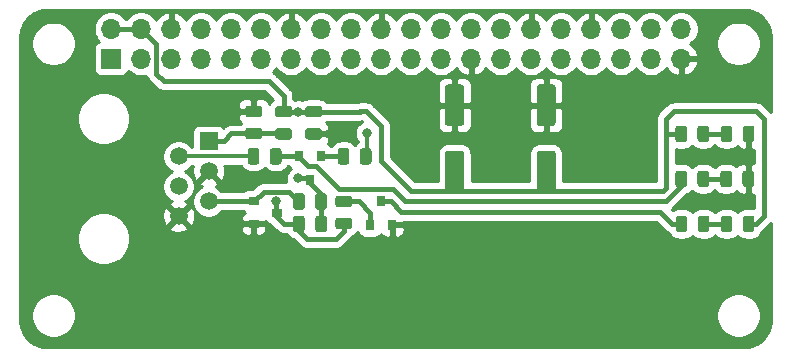
<source format=gtl>
%TF.GenerationSoftware,KiCad,Pcbnew,5.1.5+dfsg1-2build2*%
%TF.CreationDate,2021-11-27T13:08:24+01:00*%
%TF.ProjectId,rpi-han-interface,7270692d-6861-46e2-9d69-6e7465726661,rev?*%
%TF.SameCoordinates,Original*%
%TF.FileFunction,Copper,L1,Top*%
%TF.FilePolarity,Positive*%
%FSLAX46Y46*%
G04 Gerber Fmt 4.6, Leading zero omitted, Abs format (unit mm)*
G04 Created by KiCad (PCBNEW 5.1.5+dfsg1-2build2) date 2021-11-27 13:08:24*
%MOMM*%
%LPD*%
G04 APERTURE LIST*
%ADD10C,0.100000*%
%ADD11R,1.700000X1.700000*%
%ADD12O,1.700000X1.700000*%
%ADD13C,1.520000*%
%ADD14R,1.520000X1.520000*%
%ADD15R,0.900000X0.800000*%
%ADD16R,0.800000X0.900000*%
%ADD17C,0.800000*%
%ADD18C,0.406400*%
%ADD19C,0.304800*%
%ADD20C,0.254000*%
G04 APERTURE END LIST*
%TA.AperFunction,SMDPad,CuDef*%
D10*
G36*
X156784504Y-101871204D02*
G01*
X156808773Y-101874804D01*
X156832571Y-101880765D01*
X156855671Y-101889030D01*
X156877849Y-101899520D01*
X156898893Y-101912133D01*
X156918598Y-101926747D01*
X156936777Y-101943223D01*
X156953253Y-101961402D01*
X156967867Y-101981107D01*
X156980480Y-102002151D01*
X156990970Y-102024329D01*
X156999235Y-102047429D01*
X157005196Y-102071227D01*
X157008796Y-102095496D01*
X157010000Y-102120000D01*
X157010000Y-105120000D01*
X157008796Y-105144504D01*
X157005196Y-105168773D01*
X156999235Y-105192571D01*
X156990970Y-105215671D01*
X156980480Y-105237849D01*
X156967867Y-105258893D01*
X156953253Y-105278598D01*
X156936777Y-105296777D01*
X156918598Y-105313253D01*
X156898893Y-105327867D01*
X156877849Y-105340480D01*
X156855671Y-105350970D01*
X156832571Y-105359235D01*
X156808773Y-105365196D01*
X156784504Y-105368796D01*
X156760000Y-105370000D01*
X155660000Y-105370000D01*
X155635496Y-105368796D01*
X155611227Y-105365196D01*
X155587429Y-105359235D01*
X155564329Y-105350970D01*
X155542151Y-105340480D01*
X155521107Y-105327867D01*
X155501402Y-105313253D01*
X155483223Y-105296777D01*
X155466747Y-105278598D01*
X155452133Y-105258893D01*
X155439520Y-105237849D01*
X155429030Y-105215671D01*
X155420765Y-105192571D01*
X155414804Y-105168773D01*
X155411204Y-105144504D01*
X155410000Y-105120000D01*
X155410000Y-102120000D01*
X155411204Y-102095496D01*
X155414804Y-102071227D01*
X155420765Y-102047429D01*
X155429030Y-102024329D01*
X155439520Y-102002151D01*
X155452133Y-101981107D01*
X155466747Y-101961402D01*
X155483223Y-101943223D01*
X155501402Y-101926747D01*
X155521107Y-101912133D01*
X155542151Y-101899520D01*
X155564329Y-101889030D01*
X155587429Y-101880765D01*
X155611227Y-101874804D01*
X155635496Y-101871204D01*
X155660000Y-101870000D01*
X156760000Y-101870000D01*
X156784504Y-101871204D01*
G37*
%TD.AperFunction*%
%TA.AperFunction,SMDPad,CuDef*%
G36*
X156784504Y-107471204D02*
G01*
X156808773Y-107474804D01*
X156832571Y-107480765D01*
X156855671Y-107489030D01*
X156877849Y-107499520D01*
X156898893Y-107512133D01*
X156918598Y-107526747D01*
X156936777Y-107543223D01*
X156953253Y-107561402D01*
X156967867Y-107581107D01*
X156980480Y-107602151D01*
X156990970Y-107624329D01*
X156999235Y-107647429D01*
X157005196Y-107671227D01*
X157008796Y-107695496D01*
X157010000Y-107720000D01*
X157010000Y-110720000D01*
X157008796Y-110744504D01*
X157005196Y-110768773D01*
X156999235Y-110792571D01*
X156990970Y-110815671D01*
X156980480Y-110837849D01*
X156967867Y-110858893D01*
X156953253Y-110878598D01*
X156936777Y-110896777D01*
X156918598Y-110913253D01*
X156898893Y-110927867D01*
X156877849Y-110940480D01*
X156855671Y-110950970D01*
X156832571Y-110959235D01*
X156808773Y-110965196D01*
X156784504Y-110968796D01*
X156760000Y-110970000D01*
X155660000Y-110970000D01*
X155635496Y-110968796D01*
X155611227Y-110965196D01*
X155587429Y-110959235D01*
X155564329Y-110950970D01*
X155542151Y-110940480D01*
X155521107Y-110927867D01*
X155501402Y-110913253D01*
X155483223Y-110896777D01*
X155466747Y-110878598D01*
X155452133Y-110858893D01*
X155439520Y-110837849D01*
X155429030Y-110815671D01*
X155420765Y-110792571D01*
X155414804Y-110768773D01*
X155411204Y-110744504D01*
X155410000Y-110720000D01*
X155410000Y-107720000D01*
X155411204Y-107695496D01*
X155414804Y-107671227D01*
X155420765Y-107647429D01*
X155429030Y-107624329D01*
X155439520Y-107602151D01*
X155452133Y-107581107D01*
X155466747Y-107561402D01*
X155483223Y-107543223D01*
X155501402Y-107526747D01*
X155521107Y-107512133D01*
X155542151Y-107499520D01*
X155564329Y-107489030D01*
X155587429Y-107480765D01*
X155611227Y-107474804D01*
X155635496Y-107471204D01*
X155660000Y-107470000D01*
X156760000Y-107470000D01*
X156784504Y-107471204D01*
G37*
%TD.AperFunction*%
%TA.AperFunction,SMDPad,CuDef*%
G36*
X149037504Y-101871204D02*
G01*
X149061773Y-101874804D01*
X149085571Y-101880765D01*
X149108671Y-101889030D01*
X149130849Y-101899520D01*
X149151893Y-101912133D01*
X149171598Y-101926747D01*
X149189777Y-101943223D01*
X149206253Y-101961402D01*
X149220867Y-101981107D01*
X149233480Y-102002151D01*
X149243970Y-102024329D01*
X149252235Y-102047429D01*
X149258196Y-102071227D01*
X149261796Y-102095496D01*
X149263000Y-102120000D01*
X149263000Y-105120000D01*
X149261796Y-105144504D01*
X149258196Y-105168773D01*
X149252235Y-105192571D01*
X149243970Y-105215671D01*
X149233480Y-105237849D01*
X149220867Y-105258893D01*
X149206253Y-105278598D01*
X149189777Y-105296777D01*
X149171598Y-105313253D01*
X149151893Y-105327867D01*
X149130849Y-105340480D01*
X149108671Y-105350970D01*
X149085571Y-105359235D01*
X149061773Y-105365196D01*
X149037504Y-105368796D01*
X149013000Y-105370000D01*
X147913000Y-105370000D01*
X147888496Y-105368796D01*
X147864227Y-105365196D01*
X147840429Y-105359235D01*
X147817329Y-105350970D01*
X147795151Y-105340480D01*
X147774107Y-105327867D01*
X147754402Y-105313253D01*
X147736223Y-105296777D01*
X147719747Y-105278598D01*
X147705133Y-105258893D01*
X147692520Y-105237849D01*
X147682030Y-105215671D01*
X147673765Y-105192571D01*
X147667804Y-105168773D01*
X147664204Y-105144504D01*
X147663000Y-105120000D01*
X147663000Y-102120000D01*
X147664204Y-102095496D01*
X147667804Y-102071227D01*
X147673765Y-102047429D01*
X147682030Y-102024329D01*
X147692520Y-102002151D01*
X147705133Y-101981107D01*
X147719747Y-101961402D01*
X147736223Y-101943223D01*
X147754402Y-101926747D01*
X147774107Y-101912133D01*
X147795151Y-101899520D01*
X147817329Y-101889030D01*
X147840429Y-101880765D01*
X147864227Y-101874804D01*
X147888496Y-101871204D01*
X147913000Y-101870000D01*
X149013000Y-101870000D01*
X149037504Y-101871204D01*
G37*
%TD.AperFunction*%
%TA.AperFunction,SMDPad,CuDef*%
G36*
X149037504Y-107471204D02*
G01*
X149061773Y-107474804D01*
X149085571Y-107480765D01*
X149108671Y-107489030D01*
X149130849Y-107499520D01*
X149151893Y-107512133D01*
X149171598Y-107526747D01*
X149189777Y-107543223D01*
X149206253Y-107561402D01*
X149220867Y-107581107D01*
X149233480Y-107602151D01*
X149243970Y-107624329D01*
X149252235Y-107647429D01*
X149258196Y-107671227D01*
X149261796Y-107695496D01*
X149263000Y-107720000D01*
X149263000Y-110720000D01*
X149261796Y-110744504D01*
X149258196Y-110768773D01*
X149252235Y-110792571D01*
X149243970Y-110815671D01*
X149233480Y-110837849D01*
X149220867Y-110858893D01*
X149206253Y-110878598D01*
X149189777Y-110896777D01*
X149171598Y-110913253D01*
X149151893Y-110927867D01*
X149130849Y-110940480D01*
X149108671Y-110950970D01*
X149085571Y-110959235D01*
X149061773Y-110965196D01*
X149037504Y-110968796D01*
X149013000Y-110970000D01*
X147913000Y-110970000D01*
X147888496Y-110968796D01*
X147864227Y-110965196D01*
X147840429Y-110959235D01*
X147817329Y-110950970D01*
X147795151Y-110940480D01*
X147774107Y-110927867D01*
X147754402Y-110913253D01*
X147736223Y-110896777D01*
X147719747Y-110878598D01*
X147705133Y-110858893D01*
X147692520Y-110837849D01*
X147682030Y-110815671D01*
X147673765Y-110792571D01*
X147667804Y-110768773D01*
X147664204Y-110744504D01*
X147663000Y-110720000D01*
X147663000Y-107720000D01*
X147664204Y-107695496D01*
X147667804Y-107671227D01*
X147673765Y-107647429D01*
X147682030Y-107624329D01*
X147692520Y-107602151D01*
X147705133Y-107581107D01*
X147719747Y-107561402D01*
X147736223Y-107543223D01*
X147754402Y-107526747D01*
X147774107Y-107512133D01*
X147795151Y-107499520D01*
X147817329Y-107489030D01*
X147840429Y-107480765D01*
X147864227Y-107474804D01*
X147888496Y-107471204D01*
X147913000Y-107470000D01*
X149013000Y-107470000D01*
X149037504Y-107471204D01*
G37*
%TD.AperFunction*%
%TA.AperFunction,SMDPad,CuDef*%
G36*
X137005142Y-103683674D02*
G01*
X137028803Y-103687184D01*
X137052007Y-103692996D01*
X137074529Y-103701054D01*
X137096153Y-103711282D01*
X137116670Y-103723579D01*
X137135883Y-103737829D01*
X137153607Y-103753893D01*
X137169671Y-103771617D01*
X137183921Y-103790830D01*
X137196218Y-103811347D01*
X137206446Y-103832971D01*
X137214504Y-103855493D01*
X137220316Y-103878697D01*
X137223826Y-103902358D01*
X137225000Y-103926250D01*
X137225000Y-104413750D01*
X137223826Y-104437642D01*
X137220316Y-104461303D01*
X137214504Y-104484507D01*
X137206446Y-104507029D01*
X137196218Y-104528653D01*
X137183921Y-104549170D01*
X137169671Y-104568383D01*
X137153607Y-104586107D01*
X137135883Y-104602171D01*
X137116670Y-104616421D01*
X137096153Y-104628718D01*
X137074529Y-104638946D01*
X137052007Y-104647004D01*
X137028803Y-104652816D01*
X137005142Y-104656326D01*
X136981250Y-104657500D01*
X136068750Y-104657500D01*
X136044858Y-104656326D01*
X136021197Y-104652816D01*
X135997993Y-104647004D01*
X135975471Y-104638946D01*
X135953847Y-104628718D01*
X135933330Y-104616421D01*
X135914117Y-104602171D01*
X135896393Y-104586107D01*
X135880329Y-104568383D01*
X135866079Y-104549170D01*
X135853782Y-104528653D01*
X135843554Y-104507029D01*
X135835496Y-104484507D01*
X135829684Y-104461303D01*
X135826174Y-104437642D01*
X135825000Y-104413750D01*
X135825000Y-103926250D01*
X135826174Y-103902358D01*
X135829684Y-103878697D01*
X135835496Y-103855493D01*
X135843554Y-103832971D01*
X135853782Y-103811347D01*
X135866079Y-103790830D01*
X135880329Y-103771617D01*
X135896393Y-103753893D01*
X135914117Y-103737829D01*
X135933330Y-103723579D01*
X135953847Y-103711282D01*
X135975471Y-103701054D01*
X135997993Y-103692996D01*
X136021197Y-103687184D01*
X136044858Y-103683674D01*
X136068750Y-103682500D01*
X136981250Y-103682500D01*
X137005142Y-103683674D01*
G37*
%TD.AperFunction*%
%TA.AperFunction,SMDPad,CuDef*%
G36*
X137005142Y-105558674D02*
G01*
X137028803Y-105562184D01*
X137052007Y-105567996D01*
X137074529Y-105576054D01*
X137096153Y-105586282D01*
X137116670Y-105598579D01*
X137135883Y-105612829D01*
X137153607Y-105628893D01*
X137169671Y-105646617D01*
X137183921Y-105665830D01*
X137196218Y-105686347D01*
X137206446Y-105707971D01*
X137214504Y-105730493D01*
X137220316Y-105753697D01*
X137223826Y-105777358D01*
X137225000Y-105801250D01*
X137225000Y-106288750D01*
X137223826Y-106312642D01*
X137220316Y-106336303D01*
X137214504Y-106359507D01*
X137206446Y-106382029D01*
X137196218Y-106403653D01*
X137183921Y-106424170D01*
X137169671Y-106443383D01*
X137153607Y-106461107D01*
X137135883Y-106477171D01*
X137116670Y-106491421D01*
X137096153Y-106503718D01*
X137074529Y-106513946D01*
X137052007Y-106522004D01*
X137028803Y-106527816D01*
X137005142Y-106531326D01*
X136981250Y-106532500D01*
X136068750Y-106532500D01*
X136044858Y-106531326D01*
X136021197Y-106527816D01*
X135997993Y-106522004D01*
X135975471Y-106513946D01*
X135953847Y-106503718D01*
X135933330Y-106491421D01*
X135914117Y-106477171D01*
X135896393Y-106461107D01*
X135880329Y-106443383D01*
X135866079Y-106424170D01*
X135853782Y-106403653D01*
X135843554Y-106382029D01*
X135835496Y-106359507D01*
X135829684Y-106336303D01*
X135826174Y-106312642D01*
X135825000Y-106288750D01*
X135825000Y-105801250D01*
X135826174Y-105777358D01*
X135829684Y-105753697D01*
X135835496Y-105730493D01*
X135843554Y-105707971D01*
X135853782Y-105686347D01*
X135866079Y-105665830D01*
X135880329Y-105646617D01*
X135896393Y-105628893D01*
X135914117Y-105612829D01*
X135933330Y-105598579D01*
X135953847Y-105586282D01*
X135975471Y-105576054D01*
X135997993Y-105567996D01*
X136021197Y-105562184D01*
X136044858Y-105558674D01*
X136068750Y-105557500D01*
X136981250Y-105557500D01*
X137005142Y-105558674D01*
G37*
%TD.AperFunction*%
%TA.AperFunction,SMDPad,CuDef*%
G36*
X131925142Y-105528674D02*
G01*
X131948803Y-105532184D01*
X131972007Y-105537996D01*
X131994529Y-105546054D01*
X132016153Y-105556282D01*
X132036670Y-105568579D01*
X132055883Y-105582829D01*
X132073607Y-105598893D01*
X132089671Y-105616617D01*
X132103921Y-105635830D01*
X132116218Y-105656347D01*
X132126446Y-105677971D01*
X132134504Y-105700493D01*
X132140316Y-105723697D01*
X132143826Y-105747358D01*
X132145000Y-105771250D01*
X132145000Y-106258750D01*
X132143826Y-106282642D01*
X132140316Y-106306303D01*
X132134504Y-106329507D01*
X132126446Y-106352029D01*
X132116218Y-106373653D01*
X132103921Y-106394170D01*
X132089671Y-106413383D01*
X132073607Y-106431107D01*
X132055883Y-106447171D01*
X132036670Y-106461421D01*
X132016153Y-106473718D01*
X131994529Y-106483946D01*
X131972007Y-106492004D01*
X131948803Y-106497816D01*
X131925142Y-106501326D01*
X131901250Y-106502500D01*
X130988750Y-106502500D01*
X130964858Y-106501326D01*
X130941197Y-106497816D01*
X130917993Y-106492004D01*
X130895471Y-106483946D01*
X130873847Y-106473718D01*
X130853330Y-106461421D01*
X130834117Y-106447171D01*
X130816393Y-106431107D01*
X130800329Y-106413383D01*
X130786079Y-106394170D01*
X130773782Y-106373653D01*
X130763554Y-106352029D01*
X130755496Y-106329507D01*
X130749684Y-106306303D01*
X130746174Y-106282642D01*
X130745000Y-106258750D01*
X130745000Y-105771250D01*
X130746174Y-105747358D01*
X130749684Y-105723697D01*
X130755496Y-105700493D01*
X130763554Y-105677971D01*
X130773782Y-105656347D01*
X130786079Y-105635830D01*
X130800329Y-105616617D01*
X130816393Y-105598893D01*
X130834117Y-105582829D01*
X130853330Y-105568579D01*
X130873847Y-105556282D01*
X130895471Y-105546054D01*
X130917993Y-105537996D01*
X130941197Y-105532184D01*
X130964858Y-105528674D01*
X130988750Y-105527500D01*
X131901250Y-105527500D01*
X131925142Y-105528674D01*
G37*
%TD.AperFunction*%
%TA.AperFunction,SMDPad,CuDef*%
G36*
X131925142Y-103653674D02*
G01*
X131948803Y-103657184D01*
X131972007Y-103662996D01*
X131994529Y-103671054D01*
X132016153Y-103681282D01*
X132036670Y-103693579D01*
X132055883Y-103707829D01*
X132073607Y-103723893D01*
X132089671Y-103741617D01*
X132103921Y-103760830D01*
X132116218Y-103781347D01*
X132126446Y-103802971D01*
X132134504Y-103825493D01*
X132140316Y-103848697D01*
X132143826Y-103872358D01*
X132145000Y-103896250D01*
X132145000Y-104383750D01*
X132143826Y-104407642D01*
X132140316Y-104431303D01*
X132134504Y-104454507D01*
X132126446Y-104477029D01*
X132116218Y-104498653D01*
X132103921Y-104519170D01*
X132089671Y-104538383D01*
X132073607Y-104556107D01*
X132055883Y-104572171D01*
X132036670Y-104586421D01*
X132016153Y-104598718D01*
X131994529Y-104608946D01*
X131972007Y-104617004D01*
X131948803Y-104622816D01*
X131925142Y-104626326D01*
X131901250Y-104627500D01*
X130988750Y-104627500D01*
X130964858Y-104626326D01*
X130941197Y-104622816D01*
X130917993Y-104617004D01*
X130895471Y-104608946D01*
X130873847Y-104598718D01*
X130853330Y-104586421D01*
X130834117Y-104572171D01*
X130816393Y-104556107D01*
X130800329Y-104538383D01*
X130786079Y-104519170D01*
X130773782Y-104498653D01*
X130763554Y-104477029D01*
X130755496Y-104454507D01*
X130749684Y-104431303D01*
X130746174Y-104407642D01*
X130745000Y-104383750D01*
X130745000Y-103896250D01*
X130746174Y-103872358D01*
X130749684Y-103848697D01*
X130755496Y-103825493D01*
X130763554Y-103802971D01*
X130773782Y-103781347D01*
X130786079Y-103760830D01*
X130800329Y-103741617D01*
X130816393Y-103723893D01*
X130834117Y-103707829D01*
X130853330Y-103693579D01*
X130873847Y-103681282D01*
X130895471Y-103671054D01*
X130917993Y-103662996D01*
X130941197Y-103657184D01*
X130964858Y-103653674D01*
X130988750Y-103652500D01*
X131901250Y-103652500D01*
X131925142Y-103653674D01*
G37*
%TD.AperFunction*%
%TA.AperFunction,SMDPad,CuDef*%
G36*
X173592642Y-109156174D02*
G01*
X173616303Y-109159684D01*
X173639507Y-109165496D01*
X173662029Y-109173554D01*
X173683653Y-109183782D01*
X173704170Y-109196079D01*
X173723383Y-109210329D01*
X173741107Y-109226393D01*
X173757171Y-109244117D01*
X173771421Y-109263330D01*
X173783718Y-109283847D01*
X173793946Y-109305471D01*
X173802004Y-109327993D01*
X173807816Y-109351197D01*
X173811326Y-109374858D01*
X173812500Y-109398750D01*
X173812500Y-110311250D01*
X173811326Y-110335142D01*
X173807816Y-110358803D01*
X173802004Y-110382007D01*
X173793946Y-110404529D01*
X173783718Y-110426153D01*
X173771421Y-110446670D01*
X173757171Y-110465883D01*
X173741107Y-110483607D01*
X173723383Y-110499671D01*
X173704170Y-110513921D01*
X173683653Y-110526218D01*
X173662029Y-110536446D01*
X173639507Y-110544504D01*
X173616303Y-110550316D01*
X173592642Y-110553826D01*
X173568750Y-110555000D01*
X173081250Y-110555000D01*
X173057358Y-110553826D01*
X173033697Y-110550316D01*
X173010493Y-110544504D01*
X172987971Y-110536446D01*
X172966347Y-110526218D01*
X172945830Y-110513921D01*
X172926617Y-110499671D01*
X172908893Y-110483607D01*
X172892829Y-110465883D01*
X172878579Y-110446670D01*
X172866282Y-110426153D01*
X172856054Y-110404529D01*
X172847996Y-110382007D01*
X172842184Y-110358803D01*
X172838674Y-110335142D01*
X172837500Y-110311250D01*
X172837500Y-109398750D01*
X172838674Y-109374858D01*
X172842184Y-109351197D01*
X172847996Y-109327993D01*
X172856054Y-109305471D01*
X172866282Y-109283847D01*
X172878579Y-109263330D01*
X172892829Y-109244117D01*
X172908893Y-109226393D01*
X172926617Y-109210329D01*
X172945830Y-109196079D01*
X172966347Y-109183782D01*
X172987971Y-109173554D01*
X173010493Y-109165496D01*
X173033697Y-109159684D01*
X173057358Y-109156174D01*
X173081250Y-109155000D01*
X173568750Y-109155000D01*
X173592642Y-109156174D01*
G37*
%TD.AperFunction*%
%TA.AperFunction,SMDPad,CuDef*%
G36*
X171717642Y-109156174D02*
G01*
X171741303Y-109159684D01*
X171764507Y-109165496D01*
X171787029Y-109173554D01*
X171808653Y-109183782D01*
X171829170Y-109196079D01*
X171848383Y-109210329D01*
X171866107Y-109226393D01*
X171882171Y-109244117D01*
X171896421Y-109263330D01*
X171908718Y-109283847D01*
X171918946Y-109305471D01*
X171927004Y-109327993D01*
X171932816Y-109351197D01*
X171936326Y-109374858D01*
X171937500Y-109398750D01*
X171937500Y-110311250D01*
X171936326Y-110335142D01*
X171932816Y-110358803D01*
X171927004Y-110382007D01*
X171918946Y-110404529D01*
X171908718Y-110426153D01*
X171896421Y-110446670D01*
X171882171Y-110465883D01*
X171866107Y-110483607D01*
X171848383Y-110499671D01*
X171829170Y-110513921D01*
X171808653Y-110526218D01*
X171787029Y-110536446D01*
X171764507Y-110544504D01*
X171741303Y-110550316D01*
X171717642Y-110553826D01*
X171693750Y-110555000D01*
X171206250Y-110555000D01*
X171182358Y-110553826D01*
X171158697Y-110550316D01*
X171135493Y-110544504D01*
X171112971Y-110536446D01*
X171091347Y-110526218D01*
X171070830Y-110513921D01*
X171051617Y-110499671D01*
X171033893Y-110483607D01*
X171017829Y-110465883D01*
X171003579Y-110446670D01*
X170991282Y-110426153D01*
X170981054Y-110404529D01*
X170972996Y-110382007D01*
X170967184Y-110358803D01*
X170963674Y-110335142D01*
X170962500Y-110311250D01*
X170962500Y-109398750D01*
X170963674Y-109374858D01*
X170967184Y-109351197D01*
X170972996Y-109327993D01*
X170981054Y-109305471D01*
X170991282Y-109283847D01*
X171003579Y-109263330D01*
X171017829Y-109244117D01*
X171033893Y-109226393D01*
X171051617Y-109210329D01*
X171070830Y-109196079D01*
X171091347Y-109183782D01*
X171112971Y-109173554D01*
X171135493Y-109165496D01*
X171158697Y-109159684D01*
X171182358Y-109156174D01*
X171206250Y-109155000D01*
X171693750Y-109155000D01*
X171717642Y-109156174D01*
G37*
%TD.AperFunction*%
D11*
X119380000Y-99695000D03*
D12*
X119380000Y-97155000D03*
X121920000Y-99695000D03*
X121920000Y-97155000D03*
X124460000Y-99695000D03*
X124460000Y-97155000D03*
X127000000Y-99695000D03*
X127000000Y-97155000D03*
X129540000Y-99695000D03*
X129540000Y-97155000D03*
X132080000Y-99695000D03*
X132080000Y-97155000D03*
X134620000Y-99695000D03*
X134620000Y-97155000D03*
X137160000Y-99695000D03*
X137160000Y-97155000D03*
X139700000Y-99695000D03*
X139700000Y-97155000D03*
X142240000Y-99695000D03*
X142240000Y-97155000D03*
X144780000Y-99695000D03*
X144780000Y-97155000D03*
X147320000Y-99695000D03*
X147320000Y-97155000D03*
X149860000Y-99695000D03*
X149860000Y-97155000D03*
X152400000Y-99695000D03*
X152400000Y-97155000D03*
X154940000Y-99695000D03*
X154940000Y-97155000D03*
X157480000Y-99695000D03*
X157480000Y-97155000D03*
X160020000Y-99695000D03*
X160020000Y-97155000D03*
X162560000Y-99695000D03*
X162560000Y-97155000D03*
X165100000Y-99695000D03*
X165100000Y-97155000D03*
X167640000Y-99695000D03*
X167640000Y-97155000D03*
D13*
X125095000Y-113035000D03*
X127635000Y-111765000D03*
X125095000Y-110495000D03*
X127635000Y-109225000D03*
X125095000Y-107955000D03*
D14*
X127635000Y-106685000D03*
%TA.AperFunction,SMDPad,CuDef*%
D10*
G36*
X134465142Y-103683674D02*
G01*
X134488803Y-103687184D01*
X134512007Y-103692996D01*
X134534529Y-103701054D01*
X134556153Y-103711282D01*
X134576670Y-103723579D01*
X134595883Y-103737829D01*
X134613607Y-103753893D01*
X134629671Y-103771617D01*
X134643921Y-103790830D01*
X134656218Y-103811347D01*
X134666446Y-103832971D01*
X134674504Y-103855493D01*
X134680316Y-103878697D01*
X134683826Y-103902358D01*
X134685000Y-103926250D01*
X134685000Y-104413750D01*
X134683826Y-104437642D01*
X134680316Y-104461303D01*
X134674504Y-104484507D01*
X134666446Y-104507029D01*
X134656218Y-104528653D01*
X134643921Y-104549170D01*
X134629671Y-104568383D01*
X134613607Y-104586107D01*
X134595883Y-104602171D01*
X134576670Y-104616421D01*
X134556153Y-104628718D01*
X134534529Y-104638946D01*
X134512007Y-104647004D01*
X134488803Y-104652816D01*
X134465142Y-104656326D01*
X134441250Y-104657500D01*
X133528750Y-104657500D01*
X133504858Y-104656326D01*
X133481197Y-104652816D01*
X133457993Y-104647004D01*
X133435471Y-104638946D01*
X133413847Y-104628718D01*
X133393330Y-104616421D01*
X133374117Y-104602171D01*
X133356393Y-104586107D01*
X133340329Y-104568383D01*
X133326079Y-104549170D01*
X133313782Y-104528653D01*
X133303554Y-104507029D01*
X133295496Y-104484507D01*
X133289684Y-104461303D01*
X133286174Y-104437642D01*
X133285000Y-104413750D01*
X133285000Y-103926250D01*
X133286174Y-103902358D01*
X133289684Y-103878697D01*
X133295496Y-103855493D01*
X133303554Y-103832971D01*
X133313782Y-103811347D01*
X133326079Y-103790830D01*
X133340329Y-103771617D01*
X133356393Y-103753893D01*
X133374117Y-103737829D01*
X133393330Y-103723579D01*
X133413847Y-103711282D01*
X133435471Y-103701054D01*
X133457993Y-103692996D01*
X133481197Y-103687184D01*
X133504858Y-103683674D01*
X133528750Y-103682500D01*
X134441250Y-103682500D01*
X134465142Y-103683674D01*
G37*
%TD.AperFunction*%
%TA.AperFunction,SMDPad,CuDef*%
G36*
X134465142Y-105558674D02*
G01*
X134488803Y-105562184D01*
X134512007Y-105567996D01*
X134534529Y-105576054D01*
X134556153Y-105586282D01*
X134576670Y-105598579D01*
X134595883Y-105612829D01*
X134613607Y-105628893D01*
X134629671Y-105646617D01*
X134643921Y-105665830D01*
X134656218Y-105686347D01*
X134666446Y-105707971D01*
X134674504Y-105730493D01*
X134680316Y-105753697D01*
X134683826Y-105777358D01*
X134685000Y-105801250D01*
X134685000Y-106288750D01*
X134683826Y-106312642D01*
X134680316Y-106336303D01*
X134674504Y-106359507D01*
X134666446Y-106382029D01*
X134656218Y-106403653D01*
X134643921Y-106424170D01*
X134629671Y-106443383D01*
X134613607Y-106461107D01*
X134595883Y-106477171D01*
X134576670Y-106491421D01*
X134556153Y-106503718D01*
X134534529Y-106513946D01*
X134512007Y-106522004D01*
X134488803Y-106527816D01*
X134465142Y-106531326D01*
X134441250Y-106532500D01*
X133528750Y-106532500D01*
X133504858Y-106531326D01*
X133481197Y-106527816D01*
X133457993Y-106522004D01*
X133435471Y-106513946D01*
X133413847Y-106503718D01*
X133393330Y-106491421D01*
X133374117Y-106477171D01*
X133356393Y-106461107D01*
X133340329Y-106443383D01*
X133326079Y-106424170D01*
X133313782Y-106403653D01*
X133303554Y-106382029D01*
X133295496Y-106359507D01*
X133289684Y-106336303D01*
X133286174Y-106312642D01*
X133285000Y-106288750D01*
X133285000Y-105801250D01*
X133286174Y-105777358D01*
X133289684Y-105753697D01*
X133295496Y-105730493D01*
X133303554Y-105707971D01*
X133313782Y-105686347D01*
X133326079Y-105665830D01*
X133340329Y-105646617D01*
X133356393Y-105628893D01*
X133374117Y-105612829D01*
X133393330Y-105598579D01*
X133413847Y-105586282D01*
X133435471Y-105576054D01*
X133457993Y-105567996D01*
X133481197Y-105562184D01*
X133504858Y-105558674D01*
X133528750Y-105557500D01*
X134441250Y-105557500D01*
X134465142Y-105558674D01*
G37*
%TD.AperFunction*%
D15*
X131445000Y-111760000D03*
X131445000Y-113660000D03*
X133445000Y-112710000D03*
D16*
X136205000Y-109950000D03*
X135255000Y-107950000D03*
X137155000Y-107950000D03*
%TA.AperFunction,SMDPad,CuDef*%
D10*
G36*
X135552642Y-112966174D02*
G01*
X135576303Y-112969684D01*
X135599507Y-112975496D01*
X135622029Y-112983554D01*
X135643653Y-112993782D01*
X135664170Y-113006079D01*
X135683383Y-113020329D01*
X135701107Y-113036393D01*
X135717171Y-113054117D01*
X135731421Y-113073330D01*
X135743718Y-113093847D01*
X135753946Y-113115471D01*
X135762004Y-113137993D01*
X135767816Y-113161197D01*
X135771326Y-113184858D01*
X135772500Y-113208750D01*
X135772500Y-114121250D01*
X135771326Y-114145142D01*
X135767816Y-114168803D01*
X135762004Y-114192007D01*
X135753946Y-114214529D01*
X135743718Y-114236153D01*
X135731421Y-114256670D01*
X135717171Y-114275883D01*
X135701107Y-114293607D01*
X135683383Y-114309671D01*
X135664170Y-114323921D01*
X135643653Y-114336218D01*
X135622029Y-114346446D01*
X135599507Y-114354504D01*
X135576303Y-114360316D01*
X135552642Y-114363826D01*
X135528750Y-114365000D01*
X135041250Y-114365000D01*
X135017358Y-114363826D01*
X134993697Y-114360316D01*
X134970493Y-114354504D01*
X134947971Y-114346446D01*
X134926347Y-114336218D01*
X134905830Y-114323921D01*
X134886617Y-114309671D01*
X134868893Y-114293607D01*
X134852829Y-114275883D01*
X134838579Y-114256670D01*
X134826282Y-114236153D01*
X134816054Y-114214529D01*
X134807996Y-114192007D01*
X134802184Y-114168803D01*
X134798674Y-114145142D01*
X134797500Y-114121250D01*
X134797500Y-113208750D01*
X134798674Y-113184858D01*
X134802184Y-113161197D01*
X134807996Y-113137993D01*
X134816054Y-113115471D01*
X134826282Y-113093847D01*
X134838579Y-113073330D01*
X134852829Y-113054117D01*
X134868893Y-113036393D01*
X134886617Y-113020329D01*
X134905830Y-113006079D01*
X134926347Y-112993782D01*
X134947971Y-112983554D01*
X134970493Y-112975496D01*
X134993697Y-112969684D01*
X135017358Y-112966174D01*
X135041250Y-112965000D01*
X135528750Y-112965000D01*
X135552642Y-112966174D01*
G37*
%TD.AperFunction*%
%TA.AperFunction,SMDPad,CuDef*%
G36*
X137427642Y-112966174D02*
G01*
X137451303Y-112969684D01*
X137474507Y-112975496D01*
X137497029Y-112983554D01*
X137518653Y-112993782D01*
X137539170Y-113006079D01*
X137558383Y-113020329D01*
X137576107Y-113036393D01*
X137592171Y-113054117D01*
X137606421Y-113073330D01*
X137618718Y-113093847D01*
X137628946Y-113115471D01*
X137637004Y-113137993D01*
X137642816Y-113161197D01*
X137646326Y-113184858D01*
X137647500Y-113208750D01*
X137647500Y-114121250D01*
X137646326Y-114145142D01*
X137642816Y-114168803D01*
X137637004Y-114192007D01*
X137628946Y-114214529D01*
X137618718Y-114236153D01*
X137606421Y-114256670D01*
X137592171Y-114275883D01*
X137576107Y-114293607D01*
X137558383Y-114309671D01*
X137539170Y-114323921D01*
X137518653Y-114336218D01*
X137497029Y-114346446D01*
X137474507Y-114354504D01*
X137451303Y-114360316D01*
X137427642Y-114363826D01*
X137403750Y-114365000D01*
X136916250Y-114365000D01*
X136892358Y-114363826D01*
X136868697Y-114360316D01*
X136845493Y-114354504D01*
X136822971Y-114346446D01*
X136801347Y-114336218D01*
X136780830Y-114323921D01*
X136761617Y-114309671D01*
X136743893Y-114293607D01*
X136727829Y-114275883D01*
X136713579Y-114256670D01*
X136701282Y-114236153D01*
X136691054Y-114214529D01*
X136682996Y-114192007D01*
X136677184Y-114168803D01*
X136673674Y-114145142D01*
X136672500Y-114121250D01*
X136672500Y-113208750D01*
X136673674Y-113184858D01*
X136677184Y-113161197D01*
X136682996Y-113137993D01*
X136691054Y-113115471D01*
X136701282Y-113093847D01*
X136713579Y-113073330D01*
X136727829Y-113054117D01*
X136743893Y-113036393D01*
X136761617Y-113020329D01*
X136780830Y-113006079D01*
X136801347Y-112993782D01*
X136822971Y-112983554D01*
X136845493Y-112975496D01*
X136868697Y-112969684D01*
X136892358Y-112966174D01*
X136916250Y-112965000D01*
X137403750Y-112965000D01*
X137427642Y-112966174D01*
G37*
%TD.AperFunction*%
%TA.AperFunction,SMDPad,CuDef*%
G36*
X139332642Y-107251174D02*
G01*
X139356303Y-107254684D01*
X139379507Y-107260496D01*
X139402029Y-107268554D01*
X139423653Y-107278782D01*
X139444170Y-107291079D01*
X139463383Y-107305329D01*
X139481107Y-107321393D01*
X139497171Y-107339117D01*
X139511421Y-107358330D01*
X139523718Y-107378847D01*
X139533946Y-107400471D01*
X139542004Y-107422993D01*
X139547816Y-107446197D01*
X139551326Y-107469858D01*
X139552500Y-107493750D01*
X139552500Y-108406250D01*
X139551326Y-108430142D01*
X139547816Y-108453803D01*
X139542004Y-108477007D01*
X139533946Y-108499529D01*
X139523718Y-108521153D01*
X139511421Y-108541670D01*
X139497171Y-108560883D01*
X139481107Y-108578607D01*
X139463383Y-108594671D01*
X139444170Y-108608921D01*
X139423653Y-108621218D01*
X139402029Y-108631446D01*
X139379507Y-108639504D01*
X139356303Y-108645316D01*
X139332642Y-108648826D01*
X139308750Y-108650000D01*
X138821250Y-108650000D01*
X138797358Y-108648826D01*
X138773697Y-108645316D01*
X138750493Y-108639504D01*
X138727971Y-108631446D01*
X138706347Y-108621218D01*
X138685830Y-108608921D01*
X138666617Y-108594671D01*
X138648893Y-108578607D01*
X138632829Y-108560883D01*
X138618579Y-108541670D01*
X138606282Y-108521153D01*
X138596054Y-108499529D01*
X138587996Y-108477007D01*
X138582184Y-108453803D01*
X138578674Y-108430142D01*
X138577500Y-108406250D01*
X138577500Y-107493750D01*
X138578674Y-107469858D01*
X138582184Y-107446197D01*
X138587996Y-107422993D01*
X138596054Y-107400471D01*
X138606282Y-107378847D01*
X138618579Y-107358330D01*
X138632829Y-107339117D01*
X138648893Y-107321393D01*
X138666617Y-107305329D01*
X138685830Y-107291079D01*
X138706347Y-107278782D01*
X138727971Y-107268554D01*
X138750493Y-107260496D01*
X138773697Y-107254684D01*
X138797358Y-107251174D01*
X138821250Y-107250000D01*
X139308750Y-107250000D01*
X139332642Y-107251174D01*
G37*
%TD.AperFunction*%
%TA.AperFunction,SMDPad,CuDef*%
G36*
X141207642Y-107251174D02*
G01*
X141231303Y-107254684D01*
X141254507Y-107260496D01*
X141277029Y-107268554D01*
X141298653Y-107278782D01*
X141319170Y-107291079D01*
X141338383Y-107305329D01*
X141356107Y-107321393D01*
X141372171Y-107339117D01*
X141386421Y-107358330D01*
X141398718Y-107378847D01*
X141408946Y-107400471D01*
X141417004Y-107422993D01*
X141422816Y-107446197D01*
X141426326Y-107469858D01*
X141427500Y-107493750D01*
X141427500Y-108406250D01*
X141426326Y-108430142D01*
X141422816Y-108453803D01*
X141417004Y-108477007D01*
X141408946Y-108499529D01*
X141398718Y-108521153D01*
X141386421Y-108541670D01*
X141372171Y-108560883D01*
X141356107Y-108578607D01*
X141338383Y-108594671D01*
X141319170Y-108608921D01*
X141298653Y-108621218D01*
X141277029Y-108631446D01*
X141254507Y-108639504D01*
X141231303Y-108645316D01*
X141207642Y-108648826D01*
X141183750Y-108650000D01*
X140696250Y-108650000D01*
X140672358Y-108648826D01*
X140648697Y-108645316D01*
X140625493Y-108639504D01*
X140602971Y-108631446D01*
X140581347Y-108621218D01*
X140560830Y-108608921D01*
X140541617Y-108594671D01*
X140523893Y-108578607D01*
X140507829Y-108560883D01*
X140493579Y-108541670D01*
X140481282Y-108521153D01*
X140471054Y-108499529D01*
X140462996Y-108477007D01*
X140457184Y-108453803D01*
X140453674Y-108430142D01*
X140452500Y-108406250D01*
X140452500Y-107493750D01*
X140453674Y-107469858D01*
X140457184Y-107446197D01*
X140462996Y-107422993D01*
X140471054Y-107400471D01*
X140481282Y-107378847D01*
X140493579Y-107358330D01*
X140507829Y-107339117D01*
X140523893Y-107321393D01*
X140541617Y-107305329D01*
X140560830Y-107291079D01*
X140581347Y-107278782D01*
X140602971Y-107268554D01*
X140625493Y-107260496D01*
X140648697Y-107254684D01*
X140672358Y-107251174D01*
X140696250Y-107250000D01*
X141183750Y-107250000D01*
X141207642Y-107251174D01*
G37*
%TD.AperFunction*%
%TA.AperFunction,SMDPad,CuDef*%
G36*
X137427642Y-111061174D02*
G01*
X137451303Y-111064684D01*
X137474507Y-111070496D01*
X137497029Y-111078554D01*
X137518653Y-111088782D01*
X137539170Y-111101079D01*
X137558383Y-111115329D01*
X137576107Y-111131393D01*
X137592171Y-111149117D01*
X137606421Y-111168330D01*
X137618718Y-111188847D01*
X137628946Y-111210471D01*
X137637004Y-111232993D01*
X137642816Y-111256197D01*
X137646326Y-111279858D01*
X137647500Y-111303750D01*
X137647500Y-112216250D01*
X137646326Y-112240142D01*
X137642816Y-112263803D01*
X137637004Y-112287007D01*
X137628946Y-112309529D01*
X137618718Y-112331153D01*
X137606421Y-112351670D01*
X137592171Y-112370883D01*
X137576107Y-112388607D01*
X137558383Y-112404671D01*
X137539170Y-112418921D01*
X137518653Y-112431218D01*
X137497029Y-112441446D01*
X137474507Y-112449504D01*
X137451303Y-112455316D01*
X137427642Y-112458826D01*
X137403750Y-112460000D01*
X136916250Y-112460000D01*
X136892358Y-112458826D01*
X136868697Y-112455316D01*
X136845493Y-112449504D01*
X136822971Y-112441446D01*
X136801347Y-112431218D01*
X136780830Y-112418921D01*
X136761617Y-112404671D01*
X136743893Y-112388607D01*
X136727829Y-112370883D01*
X136713579Y-112351670D01*
X136701282Y-112331153D01*
X136691054Y-112309529D01*
X136682996Y-112287007D01*
X136677184Y-112263803D01*
X136673674Y-112240142D01*
X136672500Y-112216250D01*
X136672500Y-111303750D01*
X136673674Y-111279858D01*
X136677184Y-111256197D01*
X136682996Y-111232993D01*
X136691054Y-111210471D01*
X136701282Y-111188847D01*
X136713579Y-111168330D01*
X136727829Y-111149117D01*
X136743893Y-111131393D01*
X136761617Y-111115329D01*
X136780830Y-111101079D01*
X136801347Y-111088782D01*
X136822971Y-111078554D01*
X136845493Y-111070496D01*
X136868697Y-111064684D01*
X136892358Y-111061174D01*
X136916250Y-111060000D01*
X137403750Y-111060000D01*
X137427642Y-111061174D01*
G37*
%TD.AperFunction*%
%TA.AperFunction,SMDPad,CuDef*%
G36*
X135552642Y-111061174D02*
G01*
X135576303Y-111064684D01*
X135599507Y-111070496D01*
X135622029Y-111078554D01*
X135643653Y-111088782D01*
X135664170Y-111101079D01*
X135683383Y-111115329D01*
X135701107Y-111131393D01*
X135717171Y-111149117D01*
X135731421Y-111168330D01*
X135743718Y-111188847D01*
X135753946Y-111210471D01*
X135762004Y-111232993D01*
X135767816Y-111256197D01*
X135771326Y-111279858D01*
X135772500Y-111303750D01*
X135772500Y-112216250D01*
X135771326Y-112240142D01*
X135767816Y-112263803D01*
X135762004Y-112287007D01*
X135753946Y-112309529D01*
X135743718Y-112331153D01*
X135731421Y-112351670D01*
X135717171Y-112370883D01*
X135701107Y-112388607D01*
X135683383Y-112404671D01*
X135664170Y-112418921D01*
X135643653Y-112431218D01*
X135622029Y-112441446D01*
X135599507Y-112449504D01*
X135576303Y-112455316D01*
X135552642Y-112458826D01*
X135528750Y-112460000D01*
X135041250Y-112460000D01*
X135017358Y-112458826D01*
X134993697Y-112455316D01*
X134970493Y-112449504D01*
X134947971Y-112441446D01*
X134926347Y-112431218D01*
X134905830Y-112418921D01*
X134886617Y-112404671D01*
X134868893Y-112388607D01*
X134852829Y-112370883D01*
X134838579Y-112351670D01*
X134826282Y-112331153D01*
X134816054Y-112309529D01*
X134807996Y-112287007D01*
X134802184Y-112263803D01*
X134798674Y-112240142D01*
X134797500Y-112216250D01*
X134797500Y-111303750D01*
X134798674Y-111279858D01*
X134802184Y-111256197D01*
X134807996Y-111232993D01*
X134816054Y-111210471D01*
X134826282Y-111188847D01*
X134838579Y-111168330D01*
X134852829Y-111149117D01*
X134868893Y-111131393D01*
X134886617Y-111115329D01*
X134905830Y-111101079D01*
X134926347Y-111088782D01*
X134947971Y-111078554D01*
X134970493Y-111070496D01*
X134993697Y-111064684D01*
X135017358Y-111061174D01*
X135041250Y-111060000D01*
X135528750Y-111060000D01*
X135552642Y-111061174D01*
G37*
%TD.AperFunction*%
%TA.AperFunction,SMDPad,CuDef*%
G36*
X167907642Y-109156174D02*
G01*
X167931303Y-109159684D01*
X167954507Y-109165496D01*
X167977029Y-109173554D01*
X167998653Y-109183782D01*
X168019170Y-109196079D01*
X168038383Y-109210329D01*
X168056107Y-109226393D01*
X168072171Y-109244117D01*
X168086421Y-109263330D01*
X168098718Y-109283847D01*
X168108946Y-109305471D01*
X168117004Y-109327993D01*
X168122816Y-109351197D01*
X168126326Y-109374858D01*
X168127500Y-109398750D01*
X168127500Y-110311250D01*
X168126326Y-110335142D01*
X168122816Y-110358803D01*
X168117004Y-110382007D01*
X168108946Y-110404529D01*
X168098718Y-110426153D01*
X168086421Y-110446670D01*
X168072171Y-110465883D01*
X168056107Y-110483607D01*
X168038383Y-110499671D01*
X168019170Y-110513921D01*
X167998653Y-110526218D01*
X167977029Y-110536446D01*
X167954507Y-110544504D01*
X167931303Y-110550316D01*
X167907642Y-110553826D01*
X167883750Y-110555000D01*
X167396250Y-110555000D01*
X167372358Y-110553826D01*
X167348697Y-110550316D01*
X167325493Y-110544504D01*
X167302971Y-110536446D01*
X167281347Y-110526218D01*
X167260830Y-110513921D01*
X167241617Y-110499671D01*
X167223893Y-110483607D01*
X167207829Y-110465883D01*
X167193579Y-110446670D01*
X167181282Y-110426153D01*
X167171054Y-110404529D01*
X167162996Y-110382007D01*
X167157184Y-110358803D01*
X167153674Y-110335142D01*
X167152500Y-110311250D01*
X167152500Y-109398750D01*
X167153674Y-109374858D01*
X167157184Y-109351197D01*
X167162996Y-109327993D01*
X167171054Y-109305471D01*
X167181282Y-109283847D01*
X167193579Y-109263330D01*
X167207829Y-109244117D01*
X167223893Y-109226393D01*
X167241617Y-109210329D01*
X167260830Y-109196079D01*
X167281347Y-109183782D01*
X167302971Y-109173554D01*
X167325493Y-109165496D01*
X167348697Y-109159684D01*
X167372358Y-109156174D01*
X167396250Y-109155000D01*
X167883750Y-109155000D01*
X167907642Y-109156174D01*
G37*
%TD.AperFunction*%
%TA.AperFunction,SMDPad,CuDef*%
G36*
X169782642Y-109156174D02*
G01*
X169806303Y-109159684D01*
X169829507Y-109165496D01*
X169852029Y-109173554D01*
X169873653Y-109183782D01*
X169894170Y-109196079D01*
X169913383Y-109210329D01*
X169931107Y-109226393D01*
X169947171Y-109244117D01*
X169961421Y-109263330D01*
X169973718Y-109283847D01*
X169983946Y-109305471D01*
X169992004Y-109327993D01*
X169997816Y-109351197D01*
X170001326Y-109374858D01*
X170002500Y-109398750D01*
X170002500Y-110311250D01*
X170001326Y-110335142D01*
X169997816Y-110358803D01*
X169992004Y-110382007D01*
X169983946Y-110404529D01*
X169973718Y-110426153D01*
X169961421Y-110446670D01*
X169947171Y-110465883D01*
X169931107Y-110483607D01*
X169913383Y-110499671D01*
X169894170Y-110513921D01*
X169873653Y-110526218D01*
X169852029Y-110536446D01*
X169829507Y-110544504D01*
X169806303Y-110550316D01*
X169782642Y-110553826D01*
X169758750Y-110555000D01*
X169271250Y-110555000D01*
X169247358Y-110553826D01*
X169223697Y-110550316D01*
X169200493Y-110544504D01*
X169177971Y-110536446D01*
X169156347Y-110526218D01*
X169135830Y-110513921D01*
X169116617Y-110499671D01*
X169098893Y-110483607D01*
X169082829Y-110465883D01*
X169068579Y-110446670D01*
X169056282Y-110426153D01*
X169046054Y-110404529D01*
X169037996Y-110382007D01*
X169032184Y-110358803D01*
X169028674Y-110335142D01*
X169027500Y-110311250D01*
X169027500Y-109398750D01*
X169028674Y-109374858D01*
X169032184Y-109351197D01*
X169037996Y-109327993D01*
X169046054Y-109305471D01*
X169056282Y-109283847D01*
X169068579Y-109263330D01*
X169082829Y-109244117D01*
X169098893Y-109226393D01*
X169116617Y-109210329D01*
X169135830Y-109196079D01*
X169156347Y-109183782D01*
X169177971Y-109173554D01*
X169200493Y-109165496D01*
X169223697Y-109159684D01*
X169247358Y-109156174D01*
X169271250Y-109155000D01*
X169758750Y-109155000D01*
X169782642Y-109156174D01*
G37*
%TD.AperFunction*%
%TA.AperFunction,SMDPad,CuDef*%
G36*
X131712642Y-107251174D02*
G01*
X131736303Y-107254684D01*
X131759507Y-107260496D01*
X131782029Y-107268554D01*
X131803653Y-107278782D01*
X131824170Y-107291079D01*
X131843383Y-107305329D01*
X131861107Y-107321393D01*
X131877171Y-107339117D01*
X131891421Y-107358330D01*
X131903718Y-107378847D01*
X131913946Y-107400471D01*
X131922004Y-107422993D01*
X131927816Y-107446197D01*
X131931326Y-107469858D01*
X131932500Y-107493750D01*
X131932500Y-108406250D01*
X131931326Y-108430142D01*
X131927816Y-108453803D01*
X131922004Y-108477007D01*
X131913946Y-108499529D01*
X131903718Y-108521153D01*
X131891421Y-108541670D01*
X131877171Y-108560883D01*
X131861107Y-108578607D01*
X131843383Y-108594671D01*
X131824170Y-108608921D01*
X131803653Y-108621218D01*
X131782029Y-108631446D01*
X131759507Y-108639504D01*
X131736303Y-108645316D01*
X131712642Y-108648826D01*
X131688750Y-108650000D01*
X131201250Y-108650000D01*
X131177358Y-108648826D01*
X131153697Y-108645316D01*
X131130493Y-108639504D01*
X131107971Y-108631446D01*
X131086347Y-108621218D01*
X131065830Y-108608921D01*
X131046617Y-108594671D01*
X131028893Y-108578607D01*
X131012829Y-108560883D01*
X130998579Y-108541670D01*
X130986282Y-108521153D01*
X130976054Y-108499529D01*
X130967996Y-108477007D01*
X130962184Y-108453803D01*
X130958674Y-108430142D01*
X130957500Y-108406250D01*
X130957500Y-107493750D01*
X130958674Y-107469858D01*
X130962184Y-107446197D01*
X130967996Y-107422993D01*
X130976054Y-107400471D01*
X130986282Y-107378847D01*
X130998579Y-107358330D01*
X131012829Y-107339117D01*
X131028893Y-107321393D01*
X131046617Y-107305329D01*
X131065830Y-107291079D01*
X131086347Y-107278782D01*
X131107971Y-107268554D01*
X131130493Y-107260496D01*
X131153697Y-107254684D01*
X131177358Y-107251174D01*
X131201250Y-107250000D01*
X131688750Y-107250000D01*
X131712642Y-107251174D01*
G37*
%TD.AperFunction*%
%TA.AperFunction,SMDPad,CuDef*%
G36*
X133587642Y-107251174D02*
G01*
X133611303Y-107254684D01*
X133634507Y-107260496D01*
X133657029Y-107268554D01*
X133678653Y-107278782D01*
X133699170Y-107291079D01*
X133718383Y-107305329D01*
X133736107Y-107321393D01*
X133752171Y-107339117D01*
X133766421Y-107358330D01*
X133778718Y-107378847D01*
X133788946Y-107400471D01*
X133797004Y-107422993D01*
X133802816Y-107446197D01*
X133806326Y-107469858D01*
X133807500Y-107493750D01*
X133807500Y-108406250D01*
X133806326Y-108430142D01*
X133802816Y-108453803D01*
X133797004Y-108477007D01*
X133788946Y-108499529D01*
X133778718Y-108521153D01*
X133766421Y-108541670D01*
X133752171Y-108560883D01*
X133736107Y-108578607D01*
X133718383Y-108594671D01*
X133699170Y-108608921D01*
X133678653Y-108621218D01*
X133657029Y-108631446D01*
X133634507Y-108639504D01*
X133611303Y-108645316D01*
X133587642Y-108648826D01*
X133563750Y-108650000D01*
X133076250Y-108650000D01*
X133052358Y-108648826D01*
X133028697Y-108645316D01*
X133005493Y-108639504D01*
X132982971Y-108631446D01*
X132961347Y-108621218D01*
X132940830Y-108608921D01*
X132921617Y-108594671D01*
X132903893Y-108578607D01*
X132887829Y-108560883D01*
X132873579Y-108541670D01*
X132861282Y-108521153D01*
X132851054Y-108499529D01*
X132842996Y-108477007D01*
X132837184Y-108453803D01*
X132833674Y-108430142D01*
X132832500Y-108406250D01*
X132832500Y-107493750D01*
X132833674Y-107469858D01*
X132837184Y-107446197D01*
X132842996Y-107422993D01*
X132851054Y-107400471D01*
X132861282Y-107378847D01*
X132873579Y-107358330D01*
X132887829Y-107339117D01*
X132903893Y-107321393D01*
X132921617Y-107305329D01*
X132940830Y-107291079D01*
X132961347Y-107278782D01*
X132982971Y-107268554D01*
X133005493Y-107260496D01*
X133028697Y-107254684D01*
X133052358Y-107251174D01*
X133076250Y-107250000D01*
X133563750Y-107250000D01*
X133587642Y-107251174D01*
G37*
%TD.AperFunction*%
%TA.AperFunction,SMDPad,CuDef*%
G36*
X171747642Y-112966174D02*
G01*
X171771303Y-112969684D01*
X171794507Y-112975496D01*
X171817029Y-112983554D01*
X171838653Y-112993782D01*
X171859170Y-113006079D01*
X171878383Y-113020329D01*
X171896107Y-113036393D01*
X171912171Y-113054117D01*
X171926421Y-113073330D01*
X171938718Y-113093847D01*
X171948946Y-113115471D01*
X171957004Y-113137993D01*
X171962816Y-113161197D01*
X171966326Y-113184858D01*
X171967500Y-113208750D01*
X171967500Y-114121250D01*
X171966326Y-114145142D01*
X171962816Y-114168803D01*
X171957004Y-114192007D01*
X171948946Y-114214529D01*
X171938718Y-114236153D01*
X171926421Y-114256670D01*
X171912171Y-114275883D01*
X171896107Y-114293607D01*
X171878383Y-114309671D01*
X171859170Y-114323921D01*
X171838653Y-114336218D01*
X171817029Y-114346446D01*
X171794507Y-114354504D01*
X171771303Y-114360316D01*
X171747642Y-114363826D01*
X171723750Y-114365000D01*
X171236250Y-114365000D01*
X171212358Y-114363826D01*
X171188697Y-114360316D01*
X171165493Y-114354504D01*
X171142971Y-114346446D01*
X171121347Y-114336218D01*
X171100830Y-114323921D01*
X171081617Y-114309671D01*
X171063893Y-114293607D01*
X171047829Y-114275883D01*
X171033579Y-114256670D01*
X171021282Y-114236153D01*
X171011054Y-114214529D01*
X171002996Y-114192007D01*
X170997184Y-114168803D01*
X170993674Y-114145142D01*
X170992500Y-114121250D01*
X170992500Y-113208750D01*
X170993674Y-113184858D01*
X170997184Y-113161197D01*
X171002996Y-113137993D01*
X171011054Y-113115471D01*
X171021282Y-113093847D01*
X171033579Y-113073330D01*
X171047829Y-113054117D01*
X171063893Y-113036393D01*
X171081617Y-113020329D01*
X171100830Y-113006079D01*
X171121347Y-112993782D01*
X171142971Y-112983554D01*
X171165493Y-112975496D01*
X171188697Y-112969684D01*
X171212358Y-112966174D01*
X171236250Y-112965000D01*
X171723750Y-112965000D01*
X171747642Y-112966174D01*
G37*
%TD.AperFunction*%
%TA.AperFunction,SMDPad,CuDef*%
G36*
X173622642Y-112966174D02*
G01*
X173646303Y-112969684D01*
X173669507Y-112975496D01*
X173692029Y-112983554D01*
X173713653Y-112993782D01*
X173734170Y-113006079D01*
X173753383Y-113020329D01*
X173771107Y-113036393D01*
X173787171Y-113054117D01*
X173801421Y-113073330D01*
X173813718Y-113093847D01*
X173823946Y-113115471D01*
X173832004Y-113137993D01*
X173837816Y-113161197D01*
X173841326Y-113184858D01*
X173842500Y-113208750D01*
X173842500Y-114121250D01*
X173841326Y-114145142D01*
X173837816Y-114168803D01*
X173832004Y-114192007D01*
X173823946Y-114214529D01*
X173813718Y-114236153D01*
X173801421Y-114256670D01*
X173787171Y-114275883D01*
X173771107Y-114293607D01*
X173753383Y-114309671D01*
X173734170Y-114323921D01*
X173713653Y-114336218D01*
X173692029Y-114346446D01*
X173669507Y-114354504D01*
X173646303Y-114360316D01*
X173622642Y-114363826D01*
X173598750Y-114365000D01*
X173111250Y-114365000D01*
X173087358Y-114363826D01*
X173063697Y-114360316D01*
X173040493Y-114354504D01*
X173017971Y-114346446D01*
X172996347Y-114336218D01*
X172975830Y-114323921D01*
X172956617Y-114309671D01*
X172938893Y-114293607D01*
X172922829Y-114275883D01*
X172908579Y-114256670D01*
X172896282Y-114236153D01*
X172886054Y-114214529D01*
X172877996Y-114192007D01*
X172872184Y-114168803D01*
X172868674Y-114145142D01*
X172867500Y-114121250D01*
X172867500Y-113208750D01*
X172868674Y-113184858D01*
X172872184Y-113161197D01*
X172877996Y-113137993D01*
X172886054Y-113115471D01*
X172896282Y-113093847D01*
X172908579Y-113073330D01*
X172922829Y-113054117D01*
X172938893Y-113036393D01*
X172956617Y-113020329D01*
X172975830Y-113006079D01*
X172996347Y-112993782D01*
X173017971Y-112983554D01*
X173040493Y-112975496D01*
X173063697Y-112969684D01*
X173087358Y-112966174D01*
X173111250Y-112965000D01*
X173598750Y-112965000D01*
X173622642Y-112966174D01*
G37*
%TD.AperFunction*%
%TA.AperFunction,SMDPad,CuDef*%
G36*
X171747642Y-105346174D02*
G01*
X171771303Y-105349684D01*
X171794507Y-105355496D01*
X171817029Y-105363554D01*
X171838653Y-105373782D01*
X171859170Y-105386079D01*
X171878383Y-105400329D01*
X171896107Y-105416393D01*
X171912171Y-105434117D01*
X171926421Y-105453330D01*
X171938718Y-105473847D01*
X171948946Y-105495471D01*
X171957004Y-105517993D01*
X171962816Y-105541197D01*
X171966326Y-105564858D01*
X171967500Y-105588750D01*
X171967500Y-106501250D01*
X171966326Y-106525142D01*
X171962816Y-106548803D01*
X171957004Y-106572007D01*
X171948946Y-106594529D01*
X171938718Y-106616153D01*
X171926421Y-106636670D01*
X171912171Y-106655883D01*
X171896107Y-106673607D01*
X171878383Y-106689671D01*
X171859170Y-106703921D01*
X171838653Y-106716218D01*
X171817029Y-106726446D01*
X171794507Y-106734504D01*
X171771303Y-106740316D01*
X171747642Y-106743826D01*
X171723750Y-106745000D01*
X171236250Y-106745000D01*
X171212358Y-106743826D01*
X171188697Y-106740316D01*
X171165493Y-106734504D01*
X171142971Y-106726446D01*
X171121347Y-106716218D01*
X171100830Y-106703921D01*
X171081617Y-106689671D01*
X171063893Y-106673607D01*
X171047829Y-106655883D01*
X171033579Y-106636670D01*
X171021282Y-106616153D01*
X171011054Y-106594529D01*
X171002996Y-106572007D01*
X170997184Y-106548803D01*
X170993674Y-106525142D01*
X170992500Y-106501250D01*
X170992500Y-105588750D01*
X170993674Y-105564858D01*
X170997184Y-105541197D01*
X171002996Y-105517993D01*
X171011054Y-105495471D01*
X171021282Y-105473847D01*
X171033579Y-105453330D01*
X171047829Y-105434117D01*
X171063893Y-105416393D01*
X171081617Y-105400329D01*
X171100830Y-105386079D01*
X171121347Y-105373782D01*
X171142971Y-105363554D01*
X171165493Y-105355496D01*
X171188697Y-105349684D01*
X171212358Y-105346174D01*
X171236250Y-105345000D01*
X171723750Y-105345000D01*
X171747642Y-105346174D01*
G37*
%TD.AperFunction*%
%TA.AperFunction,SMDPad,CuDef*%
G36*
X173622642Y-105346174D02*
G01*
X173646303Y-105349684D01*
X173669507Y-105355496D01*
X173692029Y-105363554D01*
X173713653Y-105373782D01*
X173734170Y-105386079D01*
X173753383Y-105400329D01*
X173771107Y-105416393D01*
X173787171Y-105434117D01*
X173801421Y-105453330D01*
X173813718Y-105473847D01*
X173823946Y-105495471D01*
X173832004Y-105517993D01*
X173837816Y-105541197D01*
X173841326Y-105564858D01*
X173842500Y-105588750D01*
X173842500Y-106501250D01*
X173841326Y-106525142D01*
X173837816Y-106548803D01*
X173832004Y-106572007D01*
X173823946Y-106594529D01*
X173813718Y-106616153D01*
X173801421Y-106636670D01*
X173787171Y-106655883D01*
X173771107Y-106673607D01*
X173753383Y-106689671D01*
X173734170Y-106703921D01*
X173713653Y-106716218D01*
X173692029Y-106726446D01*
X173669507Y-106734504D01*
X173646303Y-106740316D01*
X173622642Y-106743826D01*
X173598750Y-106745000D01*
X173111250Y-106745000D01*
X173087358Y-106743826D01*
X173063697Y-106740316D01*
X173040493Y-106734504D01*
X173017971Y-106726446D01*
X172996347Y-106716218D01*
X172975830Y-106703921D01*
X172956617Y-106689671D01*
X172938893Y-106673607D01*
X172922829Y-106655883D01*
X172908579Y-106636670D01*
X172896282Y-106616153D01*
X172886054Y-106594529D01*
X172877996Y-106572007D01*
X172872184Y-106548803D01*
X172868674Y-106525142D01*
X172867500Y-106501250D01*
X172867500Y-105588750D01*
X172868674Y-105564858D01*
X172872184Y-105541197D01*
X172877996Y-105517993D01*
X172886054Y-105495471D01*
X172896282Y-105473847D01*
X172908579Y-105453330D01*
X172922829Y-105434117D01*
X172938893Y-105416393D01*
X172956617Y-105400329D01*
X172975830Y-105386079D01*
X172996347Y-105373782D01*
X173017971Y-105363554D01*
X173040493Y-105355496D01*
X173063697Y-105349684D01*
X173087358Y-105346174D01*
X173111250Y-105345000D01*
X173598750Y-105345000D01*
X173622642Y-105346174D01*
G37*
%TD.AperFunction*%
D16*
X141290000Y-113760000D03*
X143190000Y-113760000D03*
X142240000Y-111760000D03*
%TA.AperFunction,SMDPad,CuDef*%
D10*
G36*
X167937642Y-112966174D02*
G01*
X167961303Y-112969684D01*
X167984507Y-112975496D01*
X168007029Y-112983554D01*
X168028653Y-112993782D01*
X168049170Y-113006079D01*
X168068383Y-113020329D01*
X168086107Y-113036393D01*
X168102171Y-113054117D01*
X168116421Y-113073330D01*
X168128718Y-113093847D01*
X168138946Y-113115471D01*
X168147004Y-113137993D01*
X168152816Y-113161197D01*
X168156326Y-113184858D01*
X168157500Y-113208750D01*
X168157500Y-114121250D01*
X168156326Y-114145142D01*
X168152816Y-114168803D01*
X168147004Y-114192007D01*
X168138946Y-114214529D01*
X168128718Y-114236153D01*
X168116421Y-114256670D01*
X168102171Y-114275883D01*
X168086107Y-114293607D01*
X168068383Y-114309671D01*
X168049170Y-114323921D01*
X168028653Y-114336218D01*
X168007029Y-114346446D01*
X167984507Y-114354504D01*
X167961303Y-114360316D01*
X167937642Y-114363826D01*
X167913750Y-114365000D01*
X167426250Y-114365000D01*
X167402358Y-114363826D01*
X167378697Y-114360316D01*
X167355493Y-114354504D01*
X167332971Y-114346446D01*
X167311347Y-114336218D01*
X167290830Y-114323921D01*
X167271617Y-114309671D01*
X167253893Y-114293607D01*
X167237829Y-114275883D01*
X167223579Y-114256670D01*
X167211282Y-114236153D01*
X167201054Y-114214529D01*
X167192996Y-114192007D01*
X167187184Y-114168803D01*
X167183674Y-114145142D01*
X167182500Y-114121250D01*
X167182500Y-113208750D01*
X167183674Y-113184858D01*
X167187184Y-113161197D01*
X167192996Y-113137993D01*
X167201054Y-113115471D01*
X167211282Y-113093847D01*
X167223579Y-113073330D01*
X167237829Y-113054117D01*
X167253893Y-113036393D01*
X167271617Y-113020329D01*
X167290830Y-113006079D01*
X167311347Y-112993782D01*
X167332971Y-112983554D01*
X167355493Y-112975496D01*
X167378697Y-112969684D01*
X167402358Y-112966174D01*
X167426250Y-112965000D01*
X167913750Y-112965000D01*
X167937642Y-112966174D01*
G37*
%TD.AperFunction*%
%TA.AperFunction,SMDPad,CuDef*%
G36*
X169812642Y-112966174D02*
G01*
X169836303Y-112969684D01*
X169859507Y-112975496D01*
X169882029Y-112983554D01*
X169903653Y-112993782D01*
X169924170Y-113006079D01*
X169943383Y-113020329D01*
X169961107Y-113036393D01*
X169977171Y-113054117D01*
X169991421Y-113073330D01*
X170003718Y-113093847D01*
X170013946Y-113115471D01*
X170022004Y-113137993D01*
X170027816Y-113161197D01*
X170031326Y-113184858D01*
X170032500Y-113208750D01*
X170032500Y-114121250D01*
X170031326Y-114145142D01*
X170027816Y-114168803D01*
X170022004Y-114192007D01*
X170013946Y-114214529D01*
X170003718Y-114236153D01*
X169991421Y-114256670D01*
X169977171Y-114275883D01*
X169961107Y-114293607D01*
X169943383Y-114309671D01*
X169924170Y-114323921D01*
X169903653Y-114336218D01*
X169882029Y-114346446D01*
X169859507Y-114354504D01*
X169836303Y-114360316D01*
X169812642Y-114363826D01*
X169788750Y-114365000D01*
X169301250Y-114365000D01*
X169277358Y-114363826D01*
X169253697Y-114360316D01*
X169230493Y-114354504D01*
X169207971Y-114346446D01*
X169186347Y-114336218D01*
X169165830Y-114323921D01*
X169146617Y-114309671D01*
X169128893Y-114293607D01*
X169112829Y-114275883D01*
X169098579Y-114256670D01*
X169086282Y-114236153D01*
X169076054Y-114214529D01*
X169067996Y-114192007D01*
X169062184Y-114168803D01*
X169058674Y-114145142D01*
X169057500Y-114121250D01*
X169057500Y-113208750D01*
X169058674Y-113184858D01*
X169062184Y-113161197D01*
X169067996Y-113137993D01*
X169076054Y-113115471D01*
X169086282Y-113093847D01*
X169098579Y-113073330D01*
X169112829Y-113054117D01*
X169128893Y-113036393D01*
X169146617Y-113020329D01*
X169165830Y-113006079D01*
X169186347Y-112993782D01*
X169207971Y-112983554D01*
X169230493Y-112975496D01*
X169253697Y-112969684D01*
X169277358Y-112966174D01*
X169301250Y-112965000D01*
X169788750Y-112965000D01*
X169812642Y-112966174D01*
G37*
%TD.AperFunction*%
%TA.AperFunction,SMDPad,CuDef*%
G36*
X139545142Y-113148674D02*
G01*
X139568803Y-113152184D01*
X139592007Y-113157996D01*
X139614529Y-113166054D01*
X139636153Y-113176282D01*
X139656670Y-113188579D01*
X139675883Y-113202829D01*
X139693607Y-113218893D01*
X139709671Y-113236617D01*
X139723921Y-113255830D01*
X139736218Y-113276347D01*
X139746446Y-113297971D01*
X139754504Y-113320493D01*
X139760316Y-113343697D01*
X139763826Y-113367358D01*
X139765000Y-113391250D01*
X139765000Y-113878750D01*
X139763826Y-113902642D01*
X139760316Y-113926303D01*
X139754504Y-113949507D01*
X139746446Y-113972029D01*
X139736218Y-113993653D01*
X139723921Y-114014170D01*
X139709671Y-114033383D01*
X139693607Y-114051107D01*
X139675883Y-114067171D01*
X139656670Y-114081421D01*
X139636153Y-114093718D01*
X139614529Y-114103946D01*
X139592007Y-114112004D01*
X139568803Y-114117816D01*
X139545142Y-114121326D01*
X139521250Y-114122500D01*
X138608750Y-114122500D01*
X138584858Y-114121326D01*
X138561197Y-114117816D01*
X138537993Y-114112004D01*
X138515471Y-114103946D01*
X138493847Y-114093718D01*
X138473330Y-114081421D01*
X138454117Y-114067171D01*
X138436393Y-114051107D01*
X138420329Y-114033383D01*
X138406079Y-114014170D01*
X138393782Y-113993653D01*
X138383554Y-113972029D01*
X138375496Y-113949507D01*
X138369684Y-113926303D01*
X138366174Y-113902642D01*
X138365000Y-113878750D01*
X138365000Y-113391250D01*
X138366174Y-113367358D01*
X138369684Y-113343697D01*
X138375496Y-113320493D01*
X138383554Y-113297971D01*
X138393782Y-113276347D01*
X138406079Y-113255830D01*
X138420329Y-113236617D01*
X138436393Y-113218893D01*
X138454117Y-113202829D01*
X138473330Y-113188579D01*
X138493847Y-113176282D01*
X138515471Y-113166054D01*
X138537993Y-113157996D01*
X138561197Y-113152184D01*
X138584858Y-113148674D01*
X138608750Y-113147500D01*
X139521250Y-113147500D01*
X139545142Y-113148674D01*
G37*
%TD.AperFunction*%
%TA.AperFunction,SMDPad,CuDef*%
G36*
X139545142Y-111273674D02*
G01*
X139568803Y-111277184D01*
X139592007Y-111282996D01*
X139614529Y-111291054D01*
X139636153Y-111301282D01*
X139656670Y-111313579D01*
X139675883Y-111327829D01*
X139693607Y-111343893D01*
X139709671Y-111361617D01*
X139723921Y-111380830D01*
X139736218Y-111401347D01*
X139746446Y-111422971D01*
X139754504Y-111445493D01*
X139760316Y-111468697D01*
X139763826Y-111492358D01*
X139765000Y-111516250D01*
X139765000Y-112003750D01*
X139763826Y-112027642D01*
X139760316Y-112051303D01*
X139754504Y-112074507D01*
X139746446Y-112097029D01*
X139736218Y-112118653D01*
X139723921Y-112139170D01*
X139709671Y-112158383D01*
X139693607Y-112176107D01*
X139675883Y-112192171D01*
X139656670Y-112206421D01*
X139636153Y-112218718D01*
X139614529Y-112228946D01*
X139592007Y-112237004D01*
X139568803Y-112242816D01*
X139545142Y-112246326D01*
X139521250Y-112247500D01*
X138608750Y-112247500D01*
X138584858Y-112246326D01*
X138561197Y-112242816D01*
X138537993Y-112237004D01*
X138515471Y-112228946D01*
X138493847Y-112218718D01*
X138473330Y-112206421D01*
X138454117Y-112192171D01*
X138436393Y-112176107D01*
X138420329Y-112158383D01*
X138406079Y-112139170D01*
X138393782Y-112118653D01*
X138383554Y-112097029D01*
X138375496Y-112074507D01*
X138369684Y-112051303D01*
X138366174Y-112027642D01*
X138365000Y-112003750D01*
X138365000Y-111516250D01*
X138366174Y-111492358D01*
X138369684Y-111468697D01*
X138375496Y-111445493D01*
X138383554Y-111422971D01*
X138393782Y-111401347D01*
X138406079Y-111380830D01*
X138420329Y-111361617D01*
X138436393Y-111343893D01*
X138454117Y-111327829D01*
X138473330Y-111313579D01*
X138493847Y-111301282D01*
X138515471Y-111291054D01*
X138537993Y-111282996D01*
X138561197Y-111277184D01*
X138584858Y-111273674D01*
X138608750Y-111272500D01*
X139521250Y-111272500D01*
X139545142Y-111273674D01*
G37*
%TD.AperFunction*%
%TA.AperFunction,SMDPad,CuDef*%
G36*
X169782642Y-105346174D02*
G01*
X169806303Y-105349684D01*
X169829507Y-105355496D01*
X169852029Y-105363554D01*
X169873653Y-105373782D01*
X169894170Y-105386079D01*
X169913383Y-105400329D01*
X169931107Y-105416393D01*
X169947171Y-105434117D01*
X169961421Y-105453330D01*
X169973718Y-105473847D01*
X169983946Y-105495471D01*
X169992004Y-105517993D01*
X169997816Y-105541197D01*
X170001326Y-105564858D01*
X170002500Y-105588750D01*
X170002500Y-106501250D01*
X170001326Y-106525142D01*
X169997816Y-106548803D01*
X169992004Y-106572007D01*
X169983946Y-106594529D01*
X169973718Y-106616153D01*
X169961421Y-106636670D01*
X169947171Y-106655883D01*
X169931107Y-106673607D01*
X169913383Y-106689671D01*
X169894170Y-106703921D01*
X169873653Y-106716218D01*
X169852029Y-106726446D01*
X169829507Y-106734504D01*
X169806303Y-106740316D01*
X169782642Y-106743826D01*
X169758750Y-106745000D01*
X169271250Y-106745000D01*
X169247358Y-106743826D01*
X169223697Y-106740316D01*
X169200493Y-106734504D01*
X169177971Y-106726446D01*
X169156347Y-106716218D01*
X169135830Y-106703921D01*
X169116617Y-106689671D01*
X169098893Y-106673607D01*
X169082829Y-106655883D01*
X169068579Y-106636670D01*
X169056282Y-106616153D01*
X169046054Y-106594529D01*
X169037996Y-106572007D01*
X169032184Y-106548803D01*
X169028674Y-106525142D01*
X169027500Y-106501250D01*
X169027500Y-105588750D01*
X169028674Y-105564858D01*
X169032184Y-105541197D01*
X169037996Y-105517993D01*
X169046054Y-105495471D01*
X169056282Y-105473847D01*
X169068579Y-105453330D01*
X169082829Y-105434117D01*
X169098893Y-105416393D01*
X169116617Y-105400329D01*
X169135830Y-105386079D01*
X169156347Y-105373782D01*
X169177971Y-105363554D01*
X169200493Y-105355496D01*
X169223697Y-105349684D01*
X169247358Y-105346174D01*
X169271250Y-105345000D01*
X169758750Y-105345000D01*
X169782642Y-105346174D01*
G37*
%TD.AperFunction*%
%TA.AperFunction,SMDPad,CuDef*%
G36*
X167907642Y-105346174D02*
G01*
X167931303Y-105349684D01*
X167954507Y-105355496D01*
X167977029Y-105363554D01*
X167998653Y-105373782D01*
X168019170Y-105386079D01*
X168038383Y-105400329D01*
X168056107Y-105416393D01*
X168072171Y-105434117D01*
X168086421Y-105453330D01*
X168098718Y-105473847D01*
X168108946Y-105495471D01*
X168117004Y-105517993D01*
X168122816Y-105541197D01*
X168126326Y-105564858D01*
X168127500Y-105588750D01*
X168127500Y-106501250D01*
X168126326Y-106525142D01*
X168122816Y-106548803D01*
X168117004Y-106572007D01*
X168108946Y-106594529D01*
X168098718Y-106616153D01*
X168086421Y-106636670D01*
X168072171Y-106655883D01*
X168056107Y-106673607D01*
X168038383Y-106689671D01*
X168019170Y-106703921D01*
X167998653Y-106716218D01*
X167977029Y-106726446D01*
X167954507Y-106734504D01*
X167931303Y-106740316D01*
X167907642Y-106743826D01*
X167883750Y-106745000D01*
X167396250Y-106745000D01*
X167372358Y-106743826D01*
X167348697Y-106740316D01*
X167325493Y-106734504D01*
X167302971Y-106726446D01*
X167281347Y-106716218D01*
X167260830Y-106703921D01*
X167241617Y-106689671D01*
X167223893Y-106673607D01*
X167207829Y-106655883D01*
X167193579Y-106636670D01*
X167181282Y-106616153D01*
X167171054Y-106594529D01*
X167162996Y-106572007D01*
X167157184Y-106548803D01*
X167153674Y-106525142D01*
X167152500Y-106501250D01*
X167152500Y-105588750D01*
X167153674Y-105564858D01*
X167157184Y-105541197D01*
X167162996Y-105517993D01*
X167171054Y-105495471D01*
X167181282Y-105473847D01*
X167193579Y-105453330D01*
X167207829Y-105434117D01*
X167223893Y-105416393D01*
X167241617Y-105400329D01*
X167260830Y-105386079D01*
X167281347Y-105373782D01*
X167302971Y-105363554D01*
X167325493Y-105355496D01*
X167348697Y-105349684D01*
X167372358Y-105346174D01*
X167396250Y-105345000D01*
X167883750Y-105345000D01*
X167907642Y-105346174D01*
G37*
%TD.AperFunction*%
D17*
X135225000Y-104170000D03*
X135225000Y-109825000D03*
X131445000Y-102870000D03*
X137795000Y-106045000D03*
X165100000Y-114046000D03*
X173355000Y-107950000D03*
X150241000Y-103632000D03*
X154432000Y-103632000D03*
X157988000Y-103632000D03*
X146685000Y-103632000D03*
X144653000Y-113919000D03*
X133350000Y-111760000D03*
X141037599Y-105977401D03*
D18*
X119380000Y-97155000D02*
X121920000Y-97155000D01*
X121920000Y-97155000D02*
X123190000Y-98425000D01*
X123190000Y-98425000D02*
X123190000Y-100965000D01*
X123190000Y-100965000D02*
X123825000Y-101600000D01*
X123825000Y-101600000D02*
X132715000Y-101600000D01*
X133985000Y-102870000D02*
X133985000Y-104170000D01*
X132715000Y-101600000D02*
X133985000Y-102870000D01*
X136525000Y-104170000D02*
X135225000Y-104170000D01*
X135225000Y-104170000D02*
X133985000Y-104170000D01*
X136080000Y-109825000D02*
X136205000Y-109950000D01*
X135225000Y-109825000D02*
X136080000Y-109825000D01*
X137160000Y-111125000D02*
X137160000Y-111760000D01*
X136205000Y-110170000D02*
X137160000Y-111125000D01*
X136205000Y-109950000D02*
X136205000Y-110170000D01*
X137160000Y-111760000D02*
X137160000Y-113665000D01*
X173990000Y-113665000D02*
X173355000Y-113665000D01*
X174625000Y-113030000D02*
X173990000Y-113665000D01*
X136525000Y-104170000D02*
X140418936Y-104170000D01*
X140418936Y-104170000D02*
X140448936Y-104140000D01*
X140970000Y-104140000D02*
X142240000Y-105410000D01*
X174625000Y-104775000D02*
X174625000Y-113030000D01*
X167005000Y-104140000D02*
X173990000Y-104140000D01*
X140448936Y-104140000D02*
X140970000Y-104140000D01*
X173990000Y-104140000D02*
X174625000Y-104775000D01*
X166370000Y-104775000D02*
X167005000Y-104140000D01*
X167640000Y-106045000D02*
X166370000Y-106045000D01*
X166370000Y-106045000D02*
X166370000Y-104775000D01*
X144780000Y-110871000D02*
X142240000Y-108331000D01*
X166370000Y-110617000D02*
X166116000Y-110871000D01*
X166370000Y-106045000D02*
X166370000Y-110617000D01*
X142240000Y-105410000D02*
X142240000Y-108331000D01*
X147574000Y-110871000D02*
X144780000Y-110871000D01*
X156210000Y-109220000D02*
X156210000Y-110617000D01*
X156210000Y-109220000D02*
X156210000Y-110871000D01*
X156210000Y-110871000D02*
X147574000Y-110871000D01*
X166116000Y-110871000D02*
X156210000Y-110871000D01*
X148463000Y-109220000D02*
X148463000Y-110236000D01*
X147574000Y-110871000D02*
X148463000Y-110871000D01*
X148463000Y-109220000D02*
X148463000Y-110871000D01*
X127635000Y-106685000D02*
X128900000Y-106685000D01*
X129570000Y-106015000D02*
X131445000Y-106015000D01*
X128900000Y-106685000D02*
X129570000Y-106015000D01*
X133955000Y-106015000D02*
X133985000Y-106045000D01*
X131445000Y-106015000D02*
X133955000Y-106015000D01*
X171450000Y-109855000D02*
X169515000Y-109855000D01*
X135285000Y-113665000D02*
X133985000Y-113665000D01*
X133985000Y-113665000D02*
X133350000Y-113030000D01*
X133445000Y-112935000D02*
X133445000Y-112710000D01*
X133350000Y-113030000D02*
X133445000Y-112935000D01*
X135285000Y-113665000D02*
X135285000Y-114270000D01*
X135285000Y-114270000D02*
X135950000Y-114935000D01*
X135950000Y-114935000D02*
X138430000Y-114935000D01*
X139065000Y-114300000D02*
X139065000Y-113635000D01*
X138430000Y-114935000D02*
X139065000Y-114300000D01*
X133350000Y-112615000D02*
X133445000Y-112710000D01*
X133350000Y-111760000D02*
X133350000Y-112615000D01*
D19*
X141037599Y-107852401D02*
X140940000Y-107950000D01*
X141037599Y-105977401D02*
X141037599Y-107852401D01*
D18*
X127640000Y-111760000D02*
X127635000Y-111765000D01*
X131445000Y-111760000D02*
X127640000Y-111760000D01*
X134478600Y-110953600D02*
X134799473Y-111274473D01*
X134799473Y-111274473D02*
X135285000Y-111760000D01*
X131495000Y-111760000D02*
X132301400Y-110953600D01*
X132301400Y-110953600D02*
X134478600Y-110953600D01*
X131445000Y-111760000D02*
X131495000Y-111760000D01*
D19*
X131440000Y-107955000D02*
X131445000Y-107950000D01*
X125095000Y-107955000D02*
X131440000Y-107955000D01*
D18*
X136061400Y-108806400D02*
X136746400Y-108806400D01*
X135255000Y-108000000D02*
X136061400Y-108806400D01*
X135255000Y-107950000D02*
X135255000Y-108000000D01*
X135255000Y-107950000D02*
X133320000Y-107950000D01*
X143256000Y-110744000D02*
X138684000Y-110744000D01*
X166370000Y-111760000D02*
X144272000Y-111760000D01*
X167640000Y-109855000D02*
X167640000Y-110490000D01*
X144272000Y-111760000D02*
X143256000Y-110744000D01*
X167640000Y-110490000D02*
X166370000Y-111760000D01*
X136746400Y-108806400D02*
X138684000Y-110744000D01*
X137155000Y-107950000D02*
X139065000Y-107950000D01*
X171480000Y-113665000D02*
X169545000Y-113665000D01*
X171480000Y-106045000D02*
X169515000Y-106045000D01*
X139065000Y-111760000D02*
X140335000Y-111760000D01*
X141290000Y-112715000D02*
X141290000Y-113760000D01*
X140335000Y-111760000D02*
X141290000Y-112715000D01*
X166878000Y-113665000D02*
X167670000Y-113665000D01*
X165862000Y-112649000D02*
X166878000Y-113665000D01*
X143935400Y-112649000D02*
X165862000Y-112649000D01*
X143046400Y-111760000D02*
X143935400Y-112649000D01*
X142240000Y-111760000D02*
X143046400Y-111760000D01*
D20*
G36*
X173069753Y-95568578D02*
G01*
X173215822Y-95580406D01*
X173347935Y-95599297D01*
X173475049Y-95625109D01*
X173601167Y-95658348D01*
X173715793Y-95695452D01*
X173825158Y-95737324D01*
X173932739Y-95785040D01*
X174034357Y-95836472D01*
X174131634Y-95891966D01*
X174223768Y-95950678D01*
X174314772Y-96015113D01*
X174399424Y-96081425D01*
X174482890Y-96153557D01*
X174563465Y-96230323D01*
X174624012Y-96293334D01*
X174696991Y-96376298D01*
X174763951Y-96460187D01*
X174828157Y-96549049D01*
X174887662Y-96640389D01*
X174943448Y-96735857D01*
X174996093Y-96837170D01*
X175044156Y-96942379D01*
X175087321Y-97051373D01*
X175125885Y-97166019D01*
X175158964Y-97285334D01*
X175185956Y-97408926D01*
X175207575Y-97545957D01*
X175220709Y-97683173D01*
X175224708Y-97806474D01*
X175222324Y-97830680D01*
X175225880Y-97866785D01*
X175225880Y-104185914D01*
X175220564Y-104179436D01*
X175188588Y-104153194D01*
X174611811Y-103576417D01*
X174585564Y-103544436D01*
X174457932Y-103439691D01*
X174312317Y-103361858D01*
X174154316Y-103313929D01*
X174031170Y-103301800D01*
X174031163Y-103301800D01*
X173990000Y-103297746D01*
X173948837Y-103301800D01*
X167046163Y-103301800D01*
X167005000Y-103297746D01*
X166963837Y-103301800D01*
X166963830Y-103301800D01*
X166840684Y-103313929D01*
X166682683Y-103361858D01*
X166537068Y-103439691D01*
X166409436Y-103544436D01*
X166383193Y-103576413D01*
X165806413Y-104153194D01*
X165774437Y-104179436D01*
X165748195Y-104211412D01*
X165748192Y-104211415D01*
X165669691Y-104307069D01*
X165591858Y-104452684D01*
X165543929Y-104610685D01*
X165527746Y-104775000D01*
X165531801Y-104816172D01*
X165531800Y-106003829D01*
X165527745Y-106045000D01*
X165531800Y-106086169D01*
X165531801Y-110032800D01*
X157648072Y-110032800D01*
X157648072Y-107720000D01*
X157631008Y-107546746D01*
X157580472Y-107380150D01*
X157498405Y-107226614D01*
X157387962Y-107092038D01*
X157253386Y-106981595D01*
X157099850Y-106899528D01*
X156933254Y-106848992D01*
X156760000Y-106831928D01*
X155660000Y-106831928D01*
X155486746Y-106848992D01*
X155320150Y-106899528D01*
X155166614Y-106981595D01*
X155032038Y-107092038D01*
X154921595Y-107226614D01*
X154839528Y-107380150D01*
X154788992Y-107546746D01*
X154771928Y-107720000D01*
X154771928Y-110032800D01*
X149901072Y-110032800D01*
X149901072Y-107720000D01*
X149884008Y-107546746D01*
X149833472Y-107380150D01*
X149751405Y-107226614D01*
X149640962Y-107092038D01*
X149506386Y-106981595D01*
X149352850Y-106899528D01*
X149186254Y-106848992D01*
X149013000Y-106831928D01*
X147913000Y-106831928D01*
X147739746Y-106848992D01*
X147573150Y-106899528D01*
X147419614Y-106981595D01*
X147285038Y-107092038D01*
X147174595Y-107226614D01*
X147092528Y-107380150D01*
X147041992Y-107546746D01*
X147024928Y-107720000D01*
X147024928Y-110032800D01*
X145127194Y-110032800D01*
X143078200Y-107983807D01*
X143078200Y-105451159D01*
X143082254Y-105409999D01*
X143078315Y-105370000D01*
X147024928Y-105370000D01*
X147037188Y-105494482D01*
X147073498Y-105614180D01*
X147132463Y-105724494D01*
X147211815Y-105821185D01*
X147308506Y-105900537D01*
X147418820Y-105959502D01*
X147538518Y-105995812D01*
X147663000Y-106008072D01*
X148177250Y-106005000D01*
X148336000Y-105846250D01*
X148336000Y-103747000D01*
X148590000Y-103747000D01*
X148590000Y-105846250D01*
X148748750Y-106005000D01*
X149263000Y-106008072D01*
X149387482Y-105995812D01*
X149507180Y-105959502D01*
X149617494Y-105900537D01*
X149714185Y-105821185D01*
X149793537Y-105724494D01*
X149852502Y-105614180D01*
X149888812Y-105494482D01*
X149901072Y-105370000D01*
X154771928Y-105370000D01*
X154784188Y-105494482D01*
X154820498Y-105614180D01*
X154879463Y-105724494D01*
X154958815Y-105821185D01*
X155055506Y-105900537D01*
X155165820Y-105959502D01*
X155285518Y-105995812D01*
X155410000Y-106008072D01*
X155924250Y-106005000D01*
X156083000Y-105846250D01*
X156083000Y-103747000D01*
X156337000Y-103747000D01*
X156337000Y-105846250D01*
X156495750Y-106005000D01*
X157010000Y-106008072D01*
X157134482Y-105995812D01*
X157254180Y-105959502D01*
X157364494Y-105900537D01*
X157461185Y-105821185D01*
X157540537Y-105724494D01*
X157599502Y-105614180D01*
X157635812Y-105494482D01*
X157648072Y-105370000D01*
X157645000Y-103905750D01*
X157486250Y-103747000D01*
X156337000Y-103747000D01*
X156083000Y-103747000D01*
X154933750Y-103747000D01*
X154775000Y-103905750D01*
X154771928Y-105370000D01*
X149901072Y-105370000D01*
X149898000Y-103905750D01*
X149739250Y-103747000D01*
X148590000Y-103747000D01*
X148336000Y-103747000D01*
X147186750Y-103747000D01*
X147028000Y-103905750D01*
X147024928Y-105370000D01*
X143078315Y-105370000D01*
X143078200Y-105368839D01*
X143078200Y-105368830D01*
X143066071Y-105245684D01*
X143018142Y-105087683D01*
X142940309Y-104942068D01*
X142900709Y-104893815D01*
X142861808Y-104846414D01*
X142861806Y-104846412D01*
X142835564Y-104814436D01*
X142803589Y-104788195D01*
X141591811Y-103576418D01*
X141565564Y-103544436D01*
X141437932Y-103439691D01*
X141292317Y-103361858D01*
X141134316Y-103313929D01*
X141011170Y-103301800D01*
X141011163Y-103301800D01*
X140970000Y-103297746D01*
X140928837Y-103301800D01*
X140490095Y-103301800D01*
X140448935Y-103297746D01*
X140407775Y-103301800D01*
X140407766Y-103301800D01*
X140284620Y-103313929D01*
X140225707Y-103331800D01*
X137628667Y-103331800D01*
X137604792Y-103302708D01*
X137471164Y-103193042D01*
X137318709Y-103111553D01*
X137153285Y-103061372D01*
X136981250Y-103044428D01*
X136068750Y-103044428D01*
X135896715Y-103061372D01*
X135731291Y-103111553D01*
X135578836Y-103193042D01*
X135576208Y-103195199D01*
X135526898Y-103174774D01*
X135326939Y-103135000D01*
X135123061Y-103135000D01*
X134923102Y-103174774D01*
X134908389Y-103180868D01*
X134823200Y-103135334D01*
X134823200Y-102911159D01*
X134827254Y-102869999D01*
X134823200Y-102828839D01*
X134823200Y-102828830D01*
X134811071Y-102705684D01*
X134763142Y-102547683D01*
X134685309Y-102402068D01*
X134580564Y-102274436D01*
X134548589Y-102248195D01*
X134170394Y-101870000D01*
X147024928Y-101870000D01*
X147028000Y-103334250D01*
X147186750Y-103493000D01*
X148336000Y-103493000D01*
X148336000Y-101393750D01*
X148590000Y-101393750D01*
X148590000Y-103493000D01*
X149739250Y-103493000D01*
X149898000Y-103334250D01*
X149901072Y-101870000D01*
X154771928Y-101870000D01*
X154775000Y-103334250D01*
X154933750Y-103493000D01*
X156083000Y-103493000D01*
X156083000Y-101393750D01*
X156337000Y-101393750D01*
X156337000Y-103493000D01*
X157486250Y-103493000D01*
X157645000Y-103334250D01*
X157648072Y-101870000D01*
X157635812Y-101745518D01*
X157599502Y-101625820D01*
X157540537Y-101515506D01*
X157461185Y-101418815D01*
X157364494Y-101339463D01*
X157254180Y-101280498D01*
X157134482Y-101244188D01*
X157010000Y-101231928D01*
X156495750Y-101235000D01*
X156337000Y-101393750D01*
X156083000Y-101393750D01*
X155924250Y-101235000D01*
X155410000Y-101231928D01*
X155285518Y-101244188D01*
X155165820Y-101280498D01*
X155055506Y-101339463D01*
X154958815Y-101418815D01*
X154879463Y-101515506D01*
X154820498Y-101625820D01*
X154784188Y-101745518D01*
X154771928Y-101870000D01*
X149901072Y-101870000D01*
X149888812Y-101745518D01*
X149852502Y-101625820D01*
X149793537Y-101515506D01*
X149714185Y-101418815D01*
X149617494Y-101339463D01*
X149507180Y-101280498D01*
X149387482Y-101244188D01*
X149263000Y-101231928D01*
X148748750Y-101235000D01*
X148590000Y-101393750D01*
X148336000Y-101393750D01*
X148177250Y-101235000D01*
X147663000Y-101231928D01*
X147538518Y-101244188D01*
X147418820Y-101280498D01*
X147308506Y-101339463D01*
X147211815Y-101418815D01*
X147132463Y-101515506D01*
X147073498Y-101625820D01*
X147037188Y-101745518D01*
X147024928Y-101870000D01*
X134170394Y-101870000D01*
X133336811Y-101036418D01*
X133310564Y-101004436D01*
X133182932Y-100899691D01*
X133047699Y-100827408D01*
X133233475Y-100641632D01*
X133350000Y-100467240D01*
X133466525Y-100641632D01*
X133673368Y-100848475D01*
X133916589Y-101010990D01*
X134186842Y-101122932D01*
X134473740Y-101180000D01*
X134766260Y-101180000D01*
X135053158Y-101122932D01*
X135323411Y-101010990D01*
X135566632Y-100848475D01*
X135773475Y-100641632D01*
X135890000Y-100467240D01*
X136006525Y-100641632D01*
X136213368Y-100848475D01*
X136456589Y-101010990D01*
X136726842Y-101122932D01*
X137013740Y-101180000D01*
X137306260Y-101180000D01*
X137593158Y-101122932D01*
X137863411Y-101010990D01*
X138106632Y-100848475D01*
X138313475Y-100641632D01*
X138430000Y-100467240D01*
X138546525Y-100641632D01*
X138753368Y-100848475D01*
X138996589Y-101010990D01*
X139266842Y-101122932D01*
X139553740Y-101180000D01*
X139846260Y-101180000D01*
X140133158Y-101122932D01*
X140403411Y-101010990D01*
X140646632Y-100848475D01*
X140853475Y-100641632D01*
X140970000Y-100467240D01*
X141086525Y-100641632D01*
X141293368Y-100848475D01*
X141536589Y-101010990D01*
X141806842Y-101122932D01*
X142093740Y-101180000D01*
X142386260Y-101180000D01*
X142673158Y-101122932D01*
X142943411Y-101010990D01*
X143186632Y-100848475D01*
X143393475Y-100641632D01*
X143510000Y-100467240D01*
X143626525Y-100641632D01*
X143833368Y-100848475D01*
X144076589Y-101010990D01*
X144346842Y-101122932D01*
X144633740Y-101180000D01*
X144926260Y-101180000D01*
X145213158Y-101122932D01*
X145483411Y-101010990D01*
X145726632Y-100848475D01*
X145933475Y-100641632D01*
X146050000Y-100467240D01*
X146166525Y-100641632D01*
X146373368Y-100848475D01*
X146616589Y-101010990D01*
X146886842Y-101122932D01*
X147173740Y-101180000D01*
X147466260Y-101180000D01*
X147753158Y-101122932D01*
X148023411Y-101010990D01*
X148266632Y-100848475D01*
X148473475Y-100641632D01*
X148595195Y-100459466D01*
X148664822Y-100576355D01*
X148859731Y-100792588D01*
X149093080Y-100966641D01*
X149355901Y-101091825D01*
X149503110Y-101136476D01*
X149733000Y-101015155D01*
X149733000Y-99822000D01*
X149713000Y-99822000D01*
X149713000Y-99568000D01*
X149733000Y-99568000D01*
X149733000Y-99548000D01*
X149987000Y-99548000D01*
X149987000Y-99568000D01*
X150007000Y-99568000D01*
X150007000Y-99822000D01*
X149987000Y-99822000D01*
X149987000Y-101015155D01*
X150216890Y-101136476D01*
X150364099Y-101091825D01*
X150626920Y-100966641D01*
X150860269Y-100792588D01*
X151055178Y-100576355D01*
X151124805Y-100459466D01*
X151246525Y-100641632D01*
X151453368Y-100848475D01*
X151696589Y-101010990D01*
X151966842Y-101122932D01*
X152253740Y-101180000D01*
X152546260Y-101180000D01*
X152833158Y-101122932D01*
X153103411Y-101010990D01*
X153346632Y-100848475D01*
X153553475Y-100641632D01*
X153670000Y-100467240D01*
X153786525Y-100641632D01*
X153993368Y-100848475D01*
X154236589Y-101010990D01*
X154506842Y-101122932D01*
X154793740Y-101180000D01*
X155086260Y-101180000D01*
X155373158Y-101122932D01*
X155643411Y-101010990D01*
X155886632Y-100848475D01*
X156093475Y-100641632D01*
X156210000Y-100467240D01*
X156326525Y-100641632D01*
X156533368Y-100848475D01*
X156776589Y-101010990D01*
X157046842Y-101122932D01*
X157333740Y-101180000D01*
X157626260Y-101180000D01*
X157913158Y-101122932D01*
X158183411Y-101010990D01*
X158426632Y-100848475D01*
X158633475Y-100641632D01*
X158750000Y-100467240D01*
X158866525Y-100641632D01*
X159073368Y-100848475D01*
X159316589Y-101010990D01*
X159586842Y-101122932D01*
X159873740Y-101180000D01*
X160166260Y-101180000D01*
X160453158Y-101122932D01*
X160723411Y-101010990D01*
X160966632Y-100848475D01*
X161173475Y-100641632D01*
X161290000Y-100467240D01*
X161406525Y-100641632D01*
X161613368Y-100848475D01*
X161856589Y-101010990D01*
X162126842Y-101122932D01*
X162413740Y-101180000D01*
X162706260Y-101180000D01*
X162993158Y-101122932D01*
X163263411Y-101010990D01*
X163506632Y-100848475D01*
X163713475Y-100641632D01*
X163830000Y-100467240D01*
X163946525Y-100641632D01*
X164153368Y-100848475D01*
X164396589Y-101010990D01*
X164666842Y-101122932D01*
X164953740Y-101180000D01*
X165246260Y-101180000D01*
X165533158Y-101122932D01*
X165803411Y-101010990D01*
X166046632Y-100848475D01*
X166253475Y-100641632D01*
X166375195Y-100459466D01*
X166444822Y-100576355D01*
X166639731Y-100792588D01*
X166873080Y-100966641D01*
X167135901Y-101091825D01*
X167283110Y-101136476D01*
X167513000Y-101015155D01*
X167513000Y-99822000D01*
X167767000Y-99822000D01*
X167767000Y-101015155D01*
X167996890Y-101136476D01*
X168144099Y-101091825D01*
X168406920Y-100966641D01*
X168640269Y-100792588D01*
X168835178Y-100576355D01*
X168984157Y-100326252D01*
X169081481Y-100051891D01*
X168960814Y-99822000D01*
X167767000Y-99822000D01*
X167513000Y-99822000D01*
X167493000Y-99822000D01*
X167493000Y-99568000D01*
X167513000Y-99568000D01*
X167513000Y-99548000D01*
X167767000Y-99548000D01*
X167767000Y-99568000D01*
X168960814Y-99568000D01*
X169081481Y-99338109D01*
X168984157Y-99063748D01*
X168835178Y-98813645D01*
X168640269Y-98597412D01*
X168410594Y-98426100D01*
X168586632Y-98308475D01*
X168655763Y-98239344D01*
X170625000Y-98239344D01*
X170625000Y-98610656D01*
X170697439Y-98974834D01*
X170839534Y-99317882D01*
X171045825Y-99626618D01*
X171308382Y-99889175D01*
X171617118Y-100095466D01*
X171960166Y-100237561D01*
X172324344Y-100310000D01*
X172695656Y-100310000D01*
X173059834Y-100237561D01*
X173402882Y-100095466D01*
X173711618Y-99889175D01*
X173974175Y-99626618D01*
X174180466Y-99317882D01*
X174322561Y-98974834D01*
X174395000Y-98610656D01*
X174395000Y-98239344D01*
X174322561Y-97875166D01*
X174180466Y-97532118D01*
X173974175Y-97223382D01*
X173711618Y-96960825D01*
X173402882Y-96754534D01*
X173059834Y-96612439D01*
X172695656Y-96540000D01*
X172324344Y-96540000D01*
X171960166Y-96612439D01*
X171617118Y-96754534D01*
X171308382Y-96960825D01*
X171045825Y-97223382D01*
X170839534Y-97532118D01*
X170697439Y-97875166D01*
X170625000Y-98239344D01*
X168655763Y-98239344D01*
X168793475Y-98101632D01*
X168955990Y-97858411D01*
X169067932Y-97588158D01*
X169125000Y-97301260D01*
X169125000Y-97008740D01*
X169067932Y-96721842D01*
X168955990Y-96451589D01*
X168793475Y-96208368D01*
X168586632Y-96001525D01*
X168343411Y-95839010D01*
X168073158Y-95727068D01*
X167786260Y-95670000D01*
X167493740Y-95670000D01*
X167206842Y-95727068D01*
X166936589Y-95839010D01*
X166693368Y-96001525D01*
X166486525Y-96208368D01*
X166370000Y-96382760D01*
X166253475Y-96208368D01*
X166046632Y-96001525D01*
X165803411Y-95839010D01*
X165533158Y-95727068D01*
X165246260Y-95670000D01*
X164953740Y-95670000D01*
X164666842Y-95727068D01*
X164396589Y-95839010D01*
X164153368Y-96001525D01*
X163946525Y-96208368D01*
X163830000Y-96382760D01*
X163713475Y-96208368D01*
X163506632Y-96001525D01*
X163263411Y-95839010D01*
X162993158Y-95727068D01*
X162706260Y-95670000D01*
X162413740Y-95670000D01*
X162126842Y-95727068D01*
X161856589Y-95839010D01*
X161613368Y-96001525D01*
X161406525Y-96208368D01*
X161284805Y-96390534D01*
X161215178Y-96273645D01*
X161020269Y-96057412D01*
X160786920Y-95883359D01*
X160524099Y-95758175D01*
X160376890Y-95713524D01*
X160147000Y-95834845D01*
X160147000Y-97028000D01*
X160167000Y-97028000D01*
X160167000Y-97282000D01*
X160147000Y-97282000D01*
X160147000Y-97302000D01*
X159893000Y-97302000D01*
X159893000Y-97282000D01*
X159873000Y-97282000D01*
X159873000Y-97028000D01*
X159893000Y-97028000D01*
X159893000Y-95834845D01*
X159663110Y-95713524D01*
X159515901Y-95758175D01*
X159253080Y-95883359D01*
X159019731Y-96057412D01*
X158824822Y-96273645D01*
X158755195Y-96390534D01*
X158633475Y-96208368D01*
X158426632Y-96001525D01*
X158183411Y-95839010D01*
X157913158Y-95727068D01*
X157626260Y-95670000D01*
X157333740Y-95670000D01*
X157046842Y-95727068D01*
X156776589Y-95839010D01*
X156533368Y-96001525D01*
X156326525Y-96208368D01*
X156204805Y-96390534D01*
X156135178Y-96273645D01*
X155940269Y-96057412D01*
X155706920Y-95883359D01*
X155444099Y-95758175D01*
X155296890Y-95713524D01*
X155067000Y-95834845D01*
X155067000Y-97028000D01*
X155087000Y-97028000D01*
X155087000Y-97282000D01*
X155067000Y-97282000D01*
X155067000Y-97302000D01*
X154813000Y-97302000D01*
X154813000Y-97282000D01*
X154793000Y-97282000D01*
X154793000Y-97028000D01*
X154813000Y-97028000D01*
X154813000Y-95834845D01*
X154583110Y-95713524D01*
X154435901Y-95758175D01*
X154173080Y-95883359D01*
X153939731Y-96057412D01*
X153744822Y-96273645D01*
X153675195Y-96390534D01*
X153553475Y-96208368D01*
X153346632Y-96001525D01*
X153103411Y-95839010D01*
X152833158Y-95727068D01*
X152546260Y-95670000D01*
X152253740Y-95670000D01*
X151966842Y-95727068D01*
X151696589Y-95839010D01*
X151453368Y-96001525D01*
X151246525Y-96208368D01*
X151130000Y-96382760D01*
X151013475Y-96208368D01*
X150806632Y-96001525D01*
X150563411Y-95839010D01*
X150293158Y-95727068D01*
X150006260Y-95670000D01*
X149713740Y-95670000D01*
X149426842Y-95727068D01*
X149156589Y-95839010D01*
X148913368Y-96001525D01*
X148706525Y-96208368D01*
X148590000Y-96382760D01*
X148473475Y-96208368D01*
X148266632Y-96001525D01*
X148023411Y-95839010D01*
X147753158Y-95727068D01*
X147466260Y-95670000D01*
X147173740Y-95670000D01*
X146886842Y-95727068D01*
X146616589Y-95839010D01*
X146373368Y-96001525D01*
X146166525Y-96208368D01*
X146050000Y-96382760D01*
X145933475Y-96208368D01*
X145726632Y-96001525D01*
X145483411Y-95839010D01*
X145213158Y-95727068D01*
X144926260Y-95670000D01*
X144633740Y-95670000D01*
X144346842Y-95727068D01*
X144076589Y-95839010D01*
X143833368Y-96001525D01*
X143626525Y-96208368D01*
X143504805Y-96390534D01*
X143435178Y-96273645D01*
X143240269Y-96057412D01*
X143006920Y-95883359D01*
X142744099Y-95758175D01*
X142596890Y-95713524D01*
X142367000Y-95834845D01*
X142367000Y-97028000D01*
X142387000Y-97028000D01*
X142387000Y-97282000D01*
X142367000Y-97282000D01*
X142367000Y-97302000D01*
X142113000Y-97302000D01*
X142113000Y-97282000D01*
X142093000Y-97282000D01*
X142093000Y-97028000D01*
X142113000Y-97028000D01*
X142113000Y-95834845D01*
X141883110Y-95713524D01*
X141735901Y-95758175D01*
X141473080Y-95883359D01*
X141239731Y-96057412D01*
X141044822Y-96273645D01*
X140975195Y-96390534D01*
X140853475Y-96208368D01*
X140646632Y-96001525D01*
X140403411Y-95839010D01*
X140133158Y-95727068D01*
X139846260Y-95670000D01*
X139553740Y-95670000D01*
X139266842Y-95727068D01*
X138996589Y-95839010D01*
X138753368Y-96001525D01*
X138546525Y-96208368D01*
X138430000Y-96382760D01*
X138313475Y-96208368D01*
X138106632Y-96001525D01*
X137863411Y-95839010D01*
X137593158Y-95727068D01*
X137306260Y-95670000D01*
X137013740Y-95670000D01*
X136726842Y-95727068D01*
X136456589Y-95839010D01*
X136213368Y-96001525D01*
X136006525Y-96208368D01*
X135884805Y-96390534D01*
X135815178Y-96273645D01*
X135620269Y-96057412D01*
X135386920Y-95883359D01*
X135124099Y-95758175D01*
X134976890Y-95713524D01*
X134747000Y-95834845D01*
X134747000Y-97028000D01*
X134767000Y-97028000D01*
X134767000Y-97282000D01*
X134747000Y-97282000D01*
X134747000Y-97302000D01*
X134493000Y-97302000D01*
X134493000Y-97282000D01*
X134473000Y-97282000D01*
X134473000Y-97028000D01*
X134493000Y-97028000D01*
X134493000Y-95834845D01*
X134263110Y-95713524D01*
X134115901Y-95758175D01*
X133853080Y-95883359D01*
X133619731Y-96057412D01*
X133424822Y-96273645D01*
X133355195Y-96390534D01*
X133233475Y-96208368D01*
X133026632Y-96001525D01*
X132783411Y-95839010D01*
X132513158Y-95727068D01*
X132226260Y-95670000D01*
X131933740Y-95670000D01*
X131646842Y-95727068D01*
X131376589Y-95839010D01*
X131133368Y-96001525D01*
X130926525Y-96208368D01*
X130810000Y-96382760D01*
X130693475Y-96208368D01*
X130486632Y-96001525D01*
X130243411Y-95839010D01*
X129973158Y-95727068D01*
X129686260Y-95670000D01*
X129393740Y-95670000D01*
X129106842Y-95727068D01*
X128836589Y-95839010D01*
X128593368Y-96001525D01*
X128386525Y-96208368D01*
X128270000Y-96382760D01*
X128153475Y-96208368D01*
X127946632Y-96001525D01*
X127703411Y-95839010D01*
X127433158Y-95727068D01*
X127146260Y-95670000D01*
X126853740Y-95670000D01*
X126566842Y-95727068D01*
X126296589Y-95839010D01*
X126053368Y-96001525D01*
X125846525Y-96208368D01*
X125724805Y-96390534D01*
X125655178Y-96273645D01*
X125460269Y-96057412D01*
X125226920Y-95883359D01*
X124964099Y-95758175D01*
X124816890Y-95713524D01*
X124587000Y-95834845D01*
X124587000Y-97028000D01*
X124607000Y-97028000D01*
X124607000Y-97282000D01*
X124587000Y-97282000D01*
X124587000Y-97302000D01*
X124333000Y-97302000D01*
X124333000Y-97282000D01*
X124313000Y-97282000D01*
X124313000Y-97028000D01*
X124333000Y-97028000D01*
X124333000Y-95834845D01*
X124103110Y-95713524D01*
X123955901Y-95758175D01*
X123693080Y-95883359D01*
X123459731Y-96057412D01*
X123264822Y-96273645D01*
X123195195Y-96390534D01*
X123073475Y-96208368D01*
X122866632Y-96001525D01*
X122623411Y-95839010D01*
X122353158Y-95727068D01*
X122066260Y-95670000D01*
X121773740Y-95670000D01*
X121486842Y-95727068D01*
X121216589Y-95839010D01*
X120973368Y-96001525D01*
X120766525Y-96208368D01*
X120694073Y-96316800D01*
X120605927Y-96316800D01*
X120533475Y-96208368D01*
X120326632Y-96001525D01*
X120083411Y-95839010D01*
X119813158Y-95727068D01*
X119526260Y-95670000D01*
X119233740Y-95670000D01*
X118946842Y-95727068D01*
X118676589Y-95839010D01*
X118433368Y-96001525D01*
X118226525Y-96208368D01*
X118064010Y-96451589D01*
X117952068Y-96721842D01*
X117895000Y-97008740D01*
X117895000Y-97301260D01*
X117952068Y-97588158D01*
X118064010Y-97858411D01*
X118226525Y-98101632D01*
X118358380Y-98233487D01*
X118285820Y-98255498D01*
X118175506Y-98314463D01*
X118078815Y-98393815D01*
X117999463Y-98490506D01*
X117940498Y-98600820D01*
X117904188Y-98720518D01*
X117891928Y-98845000D01*
X117891928Y-100545000D01*
X117904188Y-100669482D01*
X117940498Y-100789180D01*
X117999463Y-100899494D01*
X118078815Y-100996185D01*
X118175506Y-101075537D01*
X118285820Y-101134502D01*
X118405518Y-101170812D01*
X118530000Y-101183072D01*
X120230000Y-101183072D01*
X120354482Y-101170812D01*
X120474180Y-101134502D01*
X120584494Y-101075537D01*
X120681185Y-100996185D01*
X120760537Y-100899494D01*
X120819502Y-100789180D01*
X120841513Y-100716620D01*
X120973368Y-100848475D01*
X121216589Y-101010990D01*
X121486842Y-101122932D01*
X121773740Y-101180000D01*
X122066260Y-101180000D01*
X122353158Y-101122932D01*
X122362903Y-101118896D01*
X122363929Y-101129315D01*
X122411858Y-101287316D01*
X122489691Y-101432931D01*
X122557459Y-101515506D01*
X122594437Y-101560564D01*
X122626413Y-101586806D01*
X123203191Y-102163585D01*
X123229436Y-102195564D01*
X123357068Y-102300309D01*
X123502683Y-102378142D01*
X123660684Y-102426071D01*
X123783830Y-102438200D01*
X123783837Y-102438200D01*
X123825000Y-102442254D01*
X123866163Y-102438200D01*
X132367807Y-102438200D01*
X133093454Y-103163848D01*
X133038836Y-103193042D01*
X132905208Y-103302708D01*
X132795542Y-103436336D01*
X132762023Y-103499045D01*
X132734502Y-103408320D01*
X132675537Y-103298006D01*
X132596185Y-103201315D01*
X132499494Y-103121963D01*
X132389180Y-103062998D01*
X132269482Y-103026688D01*
X132145000Y-103014428D01*
X131730750Y-103017500D01*
X131572000Y-103176250D01*
X131572000Y-104013000D01*
X131592000Y-104013000D01*
X131592000Y-104267000D01*
X131572000Y-104267000D01*
X131572000Y-104287000D01*
X131318000Y-104287000D01*
X131318000Y-104267000D01*
X130268750Y-104267000D01*
X130110000Y-104425750D01*
X130106928Y-104627500D01*
X130119188Y-104751982D01*
X130155498Y-104871680D01*
X130214463Y-104981994D01*
X130293815Y-105078685D01*
X130371564Y-105142492D01*
X130365208Y-105147708D01*
X130341333Y-105176800D01*
X129611162Y-105176800D01*
X129569999Y-105172746D01*
X129528836Y-105176800D01*
X129528830Y-105176800D01*
X129405684Y-105188929D01*
X129247683Y-105236858D01*
X129169537Y-105278628D01*
X129102068Y-105314691D01*
X129033987Y-105370564D01*
X128974436Y-105419436D01*
X128948193Y-105451413D01*
X128882068Y-105517538D01*
X128846185Y-105473815D01*
X128749494Y-105394463D01*
X128639180Y-105335498D01*
X128519482Y-105299188D01*
X128395000Y-105286928D01*
X126875000Y-105286928D01*
X126750518Y-105299188D01*
X126630820Y-105335498D01*
X126520506Y-105394463D01*
X126423815Y-105473815D01*
X126344463Y-105570506D01*
X126285498Y-105680820D01*
X126249188Y-105800518D01*
X126236928Y-105925000D01*
X126236928Y-107153082D01*
X126178567Y-107065739D01*
X125984261Y-106871433D01*
X125755780Y-106718767D01*
X125501907Y-106613609D01*
X125232396Y-106560000D01*
X124957604Y-106560000D01*
X124688093Y-106613609D01*
X124434220Y-106718767D01*
X124205739Y-106871433D01*
X124011433Y-107065739D01*
X123858767Y-107294220D01*
X123753609Y-107548093D01*
X123700000Y-107817604D01*
X123700000Y-108092396D01*
X123753609Y-108361907D01*
X123858767Y-108615780D01*
X124011433Y-108844261D01*
X124205739Y-109038567D01*
X124434220Y-109191233D01*
X124515740Y-109225000D01*
X124434220Y-109258767D01*
X124205739Y-109411433D01*
X124011433Y-109605739D01*
X123858767Y-109834220D01*
X123753609Y-110088093D01*
X123700000Y-110357604D01*
X123700000Y-110632396D01*
X123753609Y-110901907D01*
X123858767Y-111155780D01*
X124011433Y-111384261D01*
X124205739Y-111578567D01*
X124434220Y-111731233D01*
X124510501Y-111762830D01*
X124492674Y-111769256D01*
X124377206Y-111830975D01*
X124310469Y-112070863D01*
X125095000Y-112855395D01*
X125879531Y-112070863D01*
X125812794Y-111830975D01*
X125673293Y-111765400D01*
X125755780Y-111731233D01*
X125984261Y-111578567D01*
X126178567Y-111384261D01*
X126331233Y-111155780D01*
X126436391Y-110901907D01*
X126490000Y-110632396D01*
X126490000Y-110357604D01*
X126436391Y-110088093D01*
X126331233Y-109834220D01*
X126178567Y-109605739D01*
X125984261Y-109411433D01*
X125755780Y-109258767D01*
X125674260Y-109225000D01*
X125755780Y-109191233D01*
X125984261Y-109038567D01*
X126178567Y-108844261D01*
X126246628Y-108742400D01*
X126320418Y-108742400D01*
X126314076Y-108755892D01*
X126247939Y-109022606D01*
X126235105Y-109297097D01*
X126276069Y-109568817D01*
X126369256Y-109827326D01*
X126430975Y-109942794D01*
X126670863Y-110009531D01*
X127455395Y-109225000D01*
X127441252Y-109210858D01*
X127620858Y-109031253D01*
X127635000Y-109045395D01*
X127649143Y-109031253D01*
X127828748Y-109210858D01*
X127814605Y-109225000D01*
X128599137Y-110009531D01*
X128839025Y-109942794D01*
X128955924Y-109694108D01*
X129022061Y-109427394D01*
X129034895Y-109152903D01*
X128993931Y-108881183D01*
X128943903Y-108742400D01*
X130386156Y-108742400D01*
X130386553Y-108743709D01*
X130468042Y-108896164D01*
X130577708Y-109029792D01*
X130711336Y-109139458D01*
X130863791Y-109220947D01*
X131029215Y-109271128D01*
X131201250Y-109288072D01*
X131688750Y-109288072D01*
X131860785Y-109271128D01*
X132026209Y-109220947D01*
X132178664Y-109139458D01*
X132312292Y-109029792D01*
X132382500Y-108944244D01*
X132452708Y-109029792D01*
X132586336Y-109139458D01*
X132738791Y-109220947D01*
X132904215Y-109271128D01*
X133076250Y-109288072D01*
X133563750Y-109288072D01*
X133735785Y-109271128D01*
X133901209Y-109220947D01*
X134053664Y-109139458D01*
X134187292Y-109029792D01*
X134296958Y-108896164D01*
X134353664Y-108790075D01*
X134403815Y-108851185D01*
X134500506Y-108930537D01*
X134610820Y-108989502D01*
X134611948Y-108989844D01*
X134565226Y-109021063D01*
X134421063Y-109165226D01*
X134307795Y-109334744D01*
X134229774Y-109523102D01*
X134190000Y-109723061D01*
X134190000Y-109926939D01*
X134227487Y-110115400D01*
X132342563Y-110115400D01*
X132301400Y-110111346D01*
X132260237Y-110115400D01*
X132260230Y-110115400D01*
X132143491Y-110126898D01*
X132137084Y-110127529D01*
X131979083Y-110175458D01*
X131833468Y-110253291D01*
X131745256Y-110325685D01*
X131705836Y-110358036D01*
X131679593Y-110390013D01*
X131347678Y-110721928D01*
X130995000Y-110721928D01*
X130870518Y-110734188D01*
X130750820Y-110770498D01*
X130640506Y-110829463D01*
X130543815Y-110908815D01*
X130533159Y-110921800D01*
X128749344Y-110921800D01*
X128718567Y-110875739D01*
X128524261Y-110681433D01*
X128295780Y-110528767D01*
X128219499Y-110497170D01*
X128237326Y-110490744D01*
X128352794Y-110429025D01*
X128419531Y-110189137D01*
X127635000Y-109404605D01*
X126850469Y-110189137D01*
X126917206Y-110429025D01*
X127056707Y-110494600D01*
X126974220Y-110528767D01*
X126745739Y-110681433D01*
X126551433Y-110875739D01*
X126398767Y-111104220D01*
X126293609Y-111358093D01*
X126240000Y-111627604D01*
X126240000Y-111902396D01*
X126293609Y-112171907D01*
X126398767Y-112425780D01*
X126551433Y-112654261D01*
X126745739Y-112848567D01*
X126974220Y-113001233D01*
X127228093Y-113106391D01*
X127497604Y-113160000D01*
X127772396Y-113160000D01*
X128041907Y-113106391D01*
X128295780Y-113001233D01*
X128524261Y-112848567D01*
X128718567Y-112654261D01*
X128756026Y-112598200D01*
X130533159Y-112598200D01*
X130543815Y-112611185D01*
X130640506Y-112690537D01*
X130676918Y-112710000D01*
X130640506Y-112729463D01*
X130543815Y-112808815D01*
X130464463Y-112905506D01*
X130405498Y-113015820D01*
X130369188Y-113135518D01*
X130356928Y-113260000D01*
X130360000Y-113374250D01*
X130518750Y-113533000D01*
X131318000Y-113533000D01*
X131318000Y-113513000D01*
X131572000Y-113513000D01*
X131572000Y-113533000D01*
X132371250Y-113533000D01*
X132455857Y-113448393D01*
X132464463Y-113464494D01*
X132543815Y-113561185D01*
X132640506Y-113640537D01*
X132750820Y-113699502D01*
X132870376Y-113735769D01*
X133363193Y-114228587D01*
X133389436Y-114260564D01*
X133421412Y-114286806D01*
X133421414Y-114286808D01*
X133505194Y-114355564D01*
X133517068Y-114365309D01*
X133662683Y-114443142D01*
X133820684Y-114491071D01*
X133943830Y-114503200D01*
X133943837Y-114503200D01*
X133985000Y-114507254D01*
X134026163Y-114503200D01*
X134250334Y-114503200D01*
X134308042Y-114611164D01*
X134417708Y-114744792D01*
X134551336Y-114854458D01*
X134703791Y-114935947D01*
X134792448Y-114962841D01*
X135328193Y-115498587D01*
X135354436Y-115530564D01*
X135386412Y-115556806D01*
X135386414Y-115556808D01*
X135482068Y-115635309D01*
X135627683Y-115713142D01*
X135785684Y-115761071D01*
X135908830Y-115773200D01*
X135908836Y-115773200D01*
X135949999Y-115777254D01*
X135991162Y-115773200D01*
X138388837Y-115773200D01*
X138430000Y-115777254D01*
X138471163Y-115773200D01*
X138471170Y-115773200D01*
X138594316Y-115761071D01*
X138752317Y-115713142D01*
X138897932Y-115635309D01*
X139025564Y-115530564D01*
X139051811Y-115498583D01*
X139628588Y-114921806D01*
X139660564Y-114895564D01*
X139765309Y-114767932D01*
X139794752Y-114712848D01*
X139858709Y-114693447D01*
X140011164Y-114611958D01*
X140144792Y-114502292D01*
X140254458Y-114368664D01*
X140267280Y-114344675D01*
X140300498Y-114454180D01*
X140359463Y-114564494D01*
X140438815Y-114661185D01*
X140535506Y-114740537D01*
X140645820Y-114799502D01*
X140765518Y-114835812D01*
X140890000Y-114848072D01*
X141690000Y-114848072D01*
X141814482Y-114835812D01*
X141934180Y-114799502D01*
X142044494Y-114740537D01*
X142141185Y-114661185D01*
X142220537Y-114564494D01*
X142240000Y-114528082D01*
X142259463Y-114564494D01*
X142338815Y-114661185D01*
X142435506Y-114740537D01*
X142545820Y-114799502D01*
X142665518Y-114835812D01*
X142790000Y-114848072D01*
X142904250Y-114845000D01*
X143063000Y-114686250D01*
X143063000Y-113887000D01*
X143317000Y-113887000D01*
X143317000Y-114686250D01*
X143475750Y-114845000D01*
X143590000Y-114848072D01*
X143714482Y-114835812D01*
X143834180Y-114799502D01*
X143944494Y-114740537D01*
X144041185Y-114661185D01*
X144120537Y-114564494D01*
X144179502Y-114454180D01*
X144215812Y-114334482D01*
X144228072Y-114210000D01*
X144225000Y-114045750D01*
X144066250Y-113887000D01*
X143317000Y-113887000D01*
X143063000Y-113887000D01*
X143043000Y-113887000D01*
X143043000Y-113633000D01*
X143063000Y-113633000D01*
X143063000Y-113613000D01*
X143317000Y-113613000D01*
X143317000Y-113633000D01*
X144066250Y-113633000D01*
X144212050Y-113487200D01*
X165514807Y-113487200D01*
X166256193Y-114228587D01*
X166282436Y-114260564D01*
X166314412Y-114286806D01*
X166314414Y-114286808D01*
X166398194Y-114355564D01*
X166410068Y-114365309D01*
X166555683Y-114443142D01*
X166612434Y-114460357D01*
X166693042Y-114611164D01*
X166802708Y-114744792D01*
X166936336Y-114854458D01*
X167088791Y-114935947D01*
X167254215Y-114986128D01*
X167426250Y-115003072D01*
X167913750Y-115003072D01*
X168085785Y-114986128D01*
X168251209Y-114935947D01*
X168403664Y-114854458D01*
X168537292Y-114744792D01*
X168607500Y-114659244D01*
X168677708Y-114744792D01*
X168811336Y-114854458D01*
X168963791Y-114935947D01*
X169129215Y-114986128D01*
X169301250Y-115003072D01*
X169788750Y-115003072D01*
X169960785Y-114986128D01*
X170126209Y-114935947D01*
X170278664Y-114854458D01*
X170412292Y-114744792D01*
X170512500Y-114622689D01*
X170612708Y-114744792D01*
X170746336Y-114854458D01*
X170898791Y-114935947D01*
X171064215Y-114986128D01*
X171236250Y-115003072D01*
X171723750Y-115003072D01*
X171895785Y-114986128D01*
X172061209Y-114935947D01*
X172213664Y-114854458D01*
X172347292Y-114744792D01*
X172417500Y-114659244D01*
X172487708Y-114744792D01*
X172621336Y-114854458D01*
X172773791Y-114935947D01*
X172939215Y-114986128D01*
X173111250Y-115003072D01*
X173598750Y-115003072D01*
X173770785Y-114986128D01*
X173936209Y-114935947D01*
X174088664Y-114854458D01*
X174222292Y-114744792D01*
X174331958Y-114611164D01*
X174413447Y-114458709D01*
X174438654Y-114375613D01*
X174457932Y-114365309D01*
X174585564Y-114260564D01*
X174611811Y-114228583D01*
X175188587Y-113651807D01*
X175220564Y-113625564D01*
X175225881Y-113619086D01*
X175225881Y-121794565D01*
X175222324Y-121830680D01*
X175224879Y-121856626D01*
X175222157Y-121954893D01*
X175209900Y-122096467D01*
X175190460Y-122227949D01*
X175164004Y-122355238D01*
X175131307Y-122477401D01*
X175094199Y-122590948D01*
X175051636Y-122701224D01*
X175005125Y-122805471D01*
X174953742Y-122906645D01*
X174898748Y-123002820D01*
X174839647Y-123095388D01*
X174775121Y-123186338D01*
X174709036Y-123270551D01*
X174636707Y-123354117D01*
X174561455Y-123433045D01*
X174496824Y-123495094D01*
X174414111Y-123567745D01*
X174329989Y-123634795D01*
X174240767Y-123699143D01*
X174148102Y-123759347D01*
X174052645Y-123814932D01*
X173951601Y-123867251D01*
X173847684Y-123914593D01*
X173738542Y-123957720D01*
X173623936Y-123996173D01*
X173503918Y-124029330D01*
X173379056Y-124056438D01*
X173246643Y-124077250D01*
X173107818Y-124090543D01*
X172948994Y-124095680D01*
X113972600Y-124095680D01*
X113812874Y-124090583D01*
X113673720Y-124077389D01*
X113542501Y-124056925D01*
X113413562Y-124028981D01*
X113296050Y-123996462D01*
X113183189Y-123958566D01*
X113068721Y-123913129D01*
X112964599Y-123865286D01*
X112864420Y-123812968D01*
X112769131Y-123757035D01*
X112677553Y-123697116D01*
X112588087Y-123632186D01*
X112503904Y-123564697D01*
X112422504Y-123492833D01*
X112345389Y-123417969D01*
X112271291Y-123338890D01*
X112199919Y-123255005D01*
X112130882Y-123165322D01*
X112067739Y-123074378D01*
X112009790Y-122981603D01*
X111955170Y-122883804D01*
X111905016Y-122782411D01*
X111857015Y-122671177D01*
X111816466Y-122561601D01*
X111780428Y-122445560D01*
X111749772Y-122323430D01*
X111725410Y-122196041D01*
X111707423Y-122057621D01*
X111697128Y-121900867D01*
X111696471Y-121860783D01*
X111699436Y-121830680D01*
X111695880Y-121794575D01*
X111695880Y-121239344D01*
X112625000Y-121239344D01*
X112625000Y-121610656D01*
X112697439Y-121974834D01*
X112839534Y-122317882D01*
X113045825Y-122626618D01*
X113308382Y-122889175D01*
X113617118Y-123095466D01*
X113960166Y-123237561D01*
X114324344Y-123310000D01*
X114695656Y-123310000D01*
X115059834Y-123237561D01*
X115402882Y-123095466D01*
X115711618Y-122889175D01*
X115974175Y-122626618D01*
X116180466Y-122317882D01*
X116322561Y-121974834D01*
X116395000Y-121610656D01*
X116395000Y-121239344D01*
X170625000Y-121239344D01*
X170625000Y-121610656D01*
X170697439Y-121974834D01*
X170839534Y-122317882D01*
X171045825Y-122626618D01*
X171308382Y-122889175D01*
X171617118Y-123095466D01*
X171960166Y-123237561D01*
X172324344Y-123310000D01*
X172695656Y-123310000D01*
X173059834Y-123237561D01*
X173402882Y-123095466D01*
X173711618Y-122889175D01*
X173974175Y-122626618D01*
X174180466Y-122317882D01*
X174322561Y-121974834D01*
X174395000Y-121610656D01*
X174395000Y-121239344D01*
X174322561Y-120875166D01*
X174180466Y-120532118D01*
X173974175Y-120223382D01*
X173711618Y-119960825D01*
X173402882Y-119754534D01*
X173059834Y-119612439D01*
X172695656Y-119540000D01*
X172324344Y-119540000D01*
X171960166Y-119612439D01*
X171617118Y-119754534D01*
X171308382Y-119960825D01*
X171045825Y-120223382D01*
X170839534Y-120532118D01*
X170697439Y-120875166D01*
X170625000Y-121239344D01*
X116395000Y-121239344D01*
X116322561Y-120875166D01*
X116180466Y-120532118D01*
X115974175Y-120223382D01*
X115711618Y-119960825D01*
X115402882Y-119754534D01*
X115059834Y-119612439D01*
X114695656Y-119540000D01*
X114324344Y-119540000D01*
X113960166Y-119612439D01*
X113617118Y-119754534D01*
X113308382Y-119960825D01*
X113045825Y-120223382D01*
X112839534Y-120532118D01*
X112697439Y-120875166D01*
X112625000Y-121239344D01*
X111695880Y-121239344D01*
X111695880Y-114712409D01*
X116485000Y-114712409D01*
X116485000Y-115157591D01*
X116571851Y-115594218D01*
X116742214Y-116005511D01*
X116989544Y-116375666D01*
X117304334Y-116690456D01*
X117674489Y-116937786D01*
X118085782Y-117108149D01*
X118522409Y-117195000D01*
X118967591Y-117195000D01*
X119404218Y-117108149D01*
X119815511Y-116937786D01*
X120185666Y-116690456D01*
X120500456Y-116375666D01*
X120747786Y-116005511D01*
X120918149Y-115594218D01*
X121005000Y-115157591D01*
X121005000Y-114712409D01*
X120918149Y-114275782D01*
X120803559Y-113999137D01*
X124310469Y-113999137D01*
X124377206Y-114239025D01*
X124625892Y-114355924D01*
X124892606Y-114422061D01*
X125167097Y-114434895D01*
X125438817Y-114393931D01*
X125697326Y-114300744D01*
X125812794Y-114239025D01*
X125862598Y-114060000D01*
X130356928Y-114060000D01*
X130369188Y-114184482D01*
X130405498Y-114304180D01*
X130464463Y-114414494D01*
X130543815Y-114511185D01*
X130640506Y-114590537D01*
X130750820Y-114649502D01*
X130870518Y-114685812D01*
X130995000Y-114698072D01*
X131159250Y-114695000D01*
X131318000Y-114536250D01*
X131318000Y-113787000D01*
X131572000Y-113787000D01*
X131572000Y-114536250D01*
X131730750Y-114695000D01*
X131895000Y-114698072D01*
X132019482Y-114685812D01*
X132139180Y-114649502D01*
X132249494Y-114590537D01*
X132346185Y-114511185D01*
X132425537Y-114414494D01*
X132484502Y-114304180D01*
X132520812Y-114184482D01*
X132533072Y-114060000D01*
X132530000Y-113945750D01*
X132371250Y-113787000D01*
X131572000Y-113787000D01*
X131318000Y-113787000D01*
X130518750Y-113787000D01*
X130360000Y-113945750D01*
X130356928Y-114060000D01*
X125862598Y-114060000D01*
X125879531Y-113999137D01*
X125095000Y-113214605D01*
X124310469Y-113999137D01*
X120803559Y-113999137D01*
X120747786Y-113864489D01*
X120500456Y-113494334D01*
X120185666Y-113179544D01*
X120077242Y-113107097D01*
X123695105Y-113107097D01*
X123736069Y-113378817D01*
X123829256Y-113637326D01*
X123890975Y-113752794D01*
X124130863Y-113819531D01*
X124915395Y-113035000D01*
X125274605Y-113035000D01*
X126059137Y-113819531D01*
X126299025Y-113752794D01*
X126415924Y-113504108D01*
X126482061Y-113237394D01*
X126494895Y-112962903D01*
X126453931Y-112691183D01*
X126360744Y-112432674D01*
X126299025Y-112317206D01*
X126059137Y-112250469D01*
X125274605Y-113035000D01*
X124915395Y-113035000D01*
X124130863Y-112250469D01*
X123890975Y-112317206D01*
X123774076Y-112565892D01*
X123707939Y-112832606D01*
X123695105Y-113107097D01*
X120077242Y-113107097D01*
X119815511Y-112932214D01*
X119404218Y-112761851D01*
X118967591Y-112675000D01*
X118522409Y-112675000D01*
X118085782Y-112761851D01*
X117674489Y-112932214D01*
X117304334Y-113179544D01*
X116989544Y-113494334D01*
X116742214Y-113864489D01*
X116571851Y-114275782D01*
X116485000Y-114712409D01*
X111695880Y-114712409D01*
X111695880Y-104552409D01*
X116485000Y-104552409D01*
X116485000Y-104997591D01*
X116571851Y-105434218D01*
X116742214Y-105845511D01*
X116989544Y-106215666D01*
X117304334Y-106530456D01*
X117674489Y-106777786D01*
X118085782Y-106948149D01*
X118522409Y-107035000D01*
X118967591Y-107035000D01*
X119404218Y-106948149D01*
X119815511Y-106777786D01*
X120185666Y-106530456D01*
X120500456Y-106215666D01*
X120747786Y-105845511D01*
X120918149Y-105434218D01*
X121005000Y-104997591D01*
X121005000Y-104552409D01*
X120918149Y-104115782D01*
X120747786Y-103704489D01*
X120713049Y-103652500D01*
X130106928Y-103652500D01*
X130110000Y-103854250D01*
X130268750Y-104013000D01*
X131318000Y-104013000D01*
X131318000Y-103176250D01*
X131159250Y-103017500D01*
X130745000Y-103014428D01*
X130620518Y-103026688D01*
X130500820Y-103062998D01*
X130390506Y-103121963D01*
X130293815Y-103201315D01*
X130214463Y-103298006D01*
X130155498Y-103408320D01*
X130119188Y-103528018D01*
X130106928Y-103652500D01*
X120713049Y-103652500D01*
X120500456Y-103334334D01*
X120185666Y-103019544D01*
X119815511Y-102772214D01*
X119404218Y-102601851D01*
X118967591Y-102515000D01*
X118522409Y-102515000D01*
X118085782Y-102601851D01*
X117674489Y-102772214D01*
X117304334Y-103019544D01*
X116989544Y-103334334D01*
X116742214Y-103704489D01*
X116571851Y-104115782D01*
X116485000Y-104552409D01*
X111695880Y-104552409D01*
X111695880Y-98239344D01*
X112625000Y-98239344D01*
X112625000Y-98610656D01*
X112697439Y-98974834D01*
X112839534Y-99317882D01*
X113045825Y-99626618D01*
X113308382Y-99889175D01*
X113617118Y-100095466D01*
X113960166Y-100237561D01*
X114324344Y-100310000D01*
X114695656Y-100310000D01*
X115059834Y-100237561D01*
X115402882Y-100095466D01*
X115711618Y-99889175D01*
X115974175Y-99626618D01*
X116180466Y-99317882D01*
X116322561Y-98974834D01*
X116395000Y-98610656D01*
X116395000Y-98239344D01*
X116322561Y-97875166D01*
X116180466Y-97532118D01*
X115974175Y-97223382D01*
X115711618Y-96960825D01*
X115402882Y-96754534D01*
X115059834Y-96612439D01*
X114695656Y-96540000D01*
X114324344Y-96540000D01*
X113960166Y-96612439D01*
X113617118Y-96754534D01*
X113308382Y-96960825D01*
X113045825Y-97223382D01*
X112839534Y-97532118D01*
X112697439Y-97875166D01*
X112625000Y-98239344D01*
X111695880Y-98239344D01*
X111695880Y-97866785D01*
X111699436Y-97830680D01*
X111696486Y-97800728D01*
X111697202Y-97758065D01*
X111707027Y-97607567D01*
X111724443Y-97471347D01*
X111749026Y-97341347D01*
X111780133Y-97216854D01*
X111815771Y-97101828D01*
X111858614Y-96986189D01*
X111904125Y-96880836D01*
X111953942Y-96779907D01*
X112011882Y-96676252D01*
X112071980Y-96580560D01*
X112133970Y-96491793D01*
X112200602Y-96405485D01*
X112270948Y-96322839D01*
X112344477Y-96244309D01*
X112421135Y-96169790D01*
X112504035Y-96096545D01*
X112587786Y-96029390D01*
X112675996Y-95965309D01*
X112768793Y-95904530D01*
X112864896Y-95848119D01*
X112964167Y-95796286D01*
X113074219Y-95745876D01*
X113182674Y-95702968D01*
X113297743Y-95664379D01*
X113416884Y-95631545D01*
X113542257Y-95604463D01*
X113673703Y-95583965D01*
X113812858Y-95570772D01*
X113972598Y-95565680D01*
X172951851Y-95565680D01*
X173069753Y-95568578D01*
G37*
X173069753Y-95568578D02*
X173215822Y-95580406D01*
X173347935Y-95599297D01*
X173475049Y-95625109D01*
X173601167Y-95658348D01*
X173715793Y-95695452D01*
X173825158Y-95737324D01*
X173932739Y-95785040D01*
X174034357Y-95836472D01*
X174131634Y-95891966D01*
X174223768Y-95950678D01*
X174314772Y-96015113D01*
X174399424Y-96081425D01*
X174482890Y-96153557D01*
X174563465Y-96230323D01*
X174624012Y-96293334D01*
X174696991Y-96376298D01*
X174763951Y-96460187D01*
X174828157Y-96549049D01*
X174887662Y-96640389D01*
X174943448Y-96735857D01*
X174996093Y-96837170D01*
X175044156Y-96942379D01*
X175087321Y-97051373D01*
X175125885Y-97166019D01*
X175158964Y-97285334D01*
X175185956Y-97408926D01*
X175207575Y-97545957D01*
X175220709Y-97683173D01*
X175224708Y-97806474D01*
X175222324Y-97830680D01*
X175225880Y-97866785D01*
X175225880Y-104185914D01*
X175220564Y-104179436D01*
X175188588Y-104153194D01*
X174611811Y-103576417D01*
X174585564Y-103544436D01*
X174457932Y-103439691D01*
X174312317Y-103361858D01*
X174154316Y-103313929D01*
X174031170Y-103301800D01*
X174031163Y-103301800D01*
X173990000Y-103297746D01*
X173948837Y-103301800D01*
X167046163Y-103301800D01*
X167005000Y-103297746D01*
X166963837Y-103301800D01*
X166963830Y-103301800D01*
X166840684Y-103313929D01*
X166682683Y-103361858D01*
X166537068Y-103439691D01*
X166409436Y-103544436D01*
X166383193Y-103576413D01*
X165806413Y-104153194D01*
X165774437Y-104179436D01*
X165748195Y-104211412D01*
X165748192Y-104211415D01*
X165669691Y-104307069D01*
X165591858Y-104452684D01*
X165543929Y-104610685D01*
X165527746Y-104775000D01*
X165531801Y-104816172D01*
X165531800Y-106003829D01*
X165527745Y-106045000D01*
X165531800Y-106086169D01*
X165531801Y-110032800D01*
X157648072Y-110032800D01*
X157648072Y-107720000D01*
X157631008Y-107546746D01*
X157580472Y-107380150D01*
X157498405Y-107226614D01*
X157387962Y-107092038D01*
X157253386Y-106981595D01*
X157099850Y-106899528D01*
X156933254Y-106848992D01*
X156760000Y-106831928D01*
X155660000Y-106831928D01*
X155486746Y-106848992D01*
X155320150Y-106899528D01*
X155166614Y-106981595D01*
X155032038Y-107092038D01*
X154921595Y-107226614D01*
X154839528Y-107380150D01*
X154788992Y-107546746D01*
X154771928Y-107720000D01*
X154771928Y-110032800D01*
X149901072Y-110032800D01*
X149901072Y-107720000D01*
X149884008Y-107546746D01*
X149833472Y-107380150D01*
X149751405Y-107226614D01*
X149640962Y-107092038D01*
X149506386Y-106981595D01*
X149352850Y-106899528D01*
X149186254Y-106848992D01*
X149013000Y-106831928D01*
X147913000Y-106831928D01*
X147739746Y-106848992D01*
X147573150Y-106899528D01*
X147419614Y-106981595D01*
X147285038Y-107092038D01*
X147174595Y-107226614D01*
X147092528Y-107380150D01*
X147041992Y-107546746D01*
X147024928Y-107720000D01*
X147024928Y-110032800D01*
X145127194Y-110032800D01*
X143078200Y-107983807D01*
X143078200Y-105451159D01*
X143082254Y-105409999D01*
X143078315Y-105370000D01*
X147024928Y-105370000D01*
X147037188Y-105494482D01*
X147073498Y-105614180D01*
X147132463Y-105724494D01*
X147211815Y-105821185D01*
X147308506Y-105900537D01*
X147418820Y-105959502D01*
X147538518Y-105995812D01*
X147663000Y-106008072D01*
X148177250Y-106005000D01*
X148336000Y-105846250D01*
X148336000Y-103747000D01*
X148590000Y-103747000D01*
X148590000Y-105846250D01*
X148748750Y-106005000D01*
X149263000Y-106008072D01*
X149387482Y-105995812D01*
X149507180Y-105959502D01*
X149617494Y-105900537D01*
X149714185Y-105821185D01*
X149793537Y-105724494D01*
X149852502Y-105614180D01*
X149888812Y-105494482D01*
X149901072Y-105370000D01*
X154771928Y-105370000D01*
X154784188Y-105494482D01*
X154820498Y-105614180D01*
X154879463Y-105724494D01*
X154958815Y-105821185D01*
X155055506Y-105900537D01*
X155165820Y-105959502D01*
X155285518Y-105995812D01*
X155410000Y-106008072D01*
X155924250Y-106005000D01*
X156083000Y-105846250D01*
X156083000Y-103747000D01*
X156337000Y-103747000D01*
X156337000Y-105846250D01*
X156495750Y-106005000D01*
X157010000Y-106008072D01*
X157134482Y-105995812D01*
X157254180Y-105959502D01*
X157364494Y-105900537D01*
X157461185Y-105821185D01*
X157540537Y-105724494D01*
X157599502Y-105614180D01*
X157635812Y-105494482D01*
X157648072Y-105370000D01*
X157645000Y-103905750D01*
X157486250Y-103747000D01*
X156337000Y-103747000D01*
X156083000Y-103747000D01*
X154933750Y-103747000D01*
X154775000Y-103905750D01*
X154771928Y-105370000D01*
X149901072Y-105370000D01*
X149898000Y-103905750D01*
X149739250Y-103747000D01*
X148590000Y-103747000D01*
X148336000Y-103747000D01*
X147186750Y-103747000D01*
X147028000Y-103905750D01*
X147024928Y-105370000D01*
X143078315Y-105370000D01*
X143078200Y-105368839D01*
X143078200Y-105368830D01*
X143066071Y-105245684D01*
X143018142Y-105087683D01*
X142940309Y-104942068D01*
X142900709Y-104893815D01*
X142861808Y-104846414D01*
X142861806Y-104846412D01*
X142835564Y-104814436D01*
X142803589Y-104788195D01*
X141591811Y-103576418D01*
X141565564Y-103544436D01*
X141437932Y-103439691D01*
X141292317Y-103361858D01*
X141134316Y-103313929D01*
X141011170Y-103301800D01*
X141011163Y-103301800D01*
X140970000Y-103297746D01*
X140928837Y-103301800D01*
X140490095Y-103301800D01*
X140448935Y-103297746D01*
X140407775Y-103301800D01*
X140407766Y-103301800D01*
X140284620Y-103313929D01*
X140225707Y-103331800D01*
X137628667Y-103331800D01*
X137604792Y-103302708D01*
X137471164Y-103193042D01*
X137318709Y-103111553D01*
X137153285Y-103061372D01*
X136981250Y-103044428D01*
X136068750Y-103044428D01*
X135896715Y-103061372D01*
X135731291Y-103111553D01*
X135578836Y-103193042D01*
X135576208Y-103195199D01*
X135526898Y-103174774D01*
X135326939Y-103135000D01*
X135123061Y-103135000D01*
X134923102Y-103174774D01*
X134908389Y-103180868D01*
X134823200Y-103135334D01*
X134823200Y-102911159D01*
X134827254Y-102869999D01*
X134823200Y-102828839D01*
X134823200Y-102828830D01*
X134811071Y-102705684D01*
X134763142Y-102547683D01*
X134685309Y-102402068D01*
X134580564Y-102274436D01*
X134548589Y-102248195D01*
X134170394Y-101870000D01*
X147024928Y-101870000D01*
X147028000Y-103334250D01*
X147186750Y-103493000D01*
X148336000Y-103493000D01*
X148336000Y-101393750D01*
X148590000Y-101393750D01*
X148590000Y-103493000D01*
X149739250Y-103493000D01*
X149898000Y-103334250D01*
X149901072Y-101870000D01*
X154771928Y-101870000D01*
X154775000Y-103334250D01*
X154933750Y-103493000D01*
X156083000Y-103493000D01*
X156083000Y-101393750D01*
X156337000Y-101393750D01*
X156337000Y-103493000D01*
X157486250Y-103493000D01*
X157645000Y-103334250D01*
X157648072Y-101870000D01*
X157635812Y-101745518D01*
X157599502Y-101625820D01*
X157540537Y-101515506D01*
X157461185Y-101418815D01*
X157364494Y-101339463D01*
X157254180Y-101280498D01*
X157134482Y-101244188D01*
X157010000Y-101231928D01*
X156495750Y-101235000D01*
X156337000Y-101393750D01*
X156083000Y-101393750D01*
X155924250Y-101235000D01*
X155410000Y-101231928D01*
X155285518Y-101244188D01*
X155165820Y-101280498D01*
X155055506Y-101339463D01*
X154958815Y-101418815D01*
X154879463Y-101515506D01*
X154820498Y-101625820D01*
X154784188Y-101745518D01*
X154771928Y-101870000D01*
X149901072Y-101870000D01*
X149888812Y-101745518D01*
X149852502Y-101625820D01*
X149793537Y-101515506D01*
X149714185Y-101418815D01*
X149617494Y-101339463D01*
X149507180Y-101280498D01*
X149387482Y-101244188D01*
X149263000Y-101231928D01*
X148748750Y-101235000D01*
X148590000Y-101393750D01*
X148336000Y-101393750D01*
X148177250Y-101235000D01*
X147663000Y-101231928D01*
X147538518Y-101244188D01*
X147418820Y-101280498D01*
X147308506Y-101339463D01*
X147211815Y-101418815D01*
X147132463Y-101515506D01*
X147073498Y-101625820D01*
X147037188Y-101745518D01*
X147024928Y-101870000D01*
X134170394Y-101870000D01*
X133336811Y-101036418D01*
X133310564Y-101004436D01*
X133182932Y-100899691D01*
X133047699Y-100827408D01*
X133233475Y-100641632D01*
X133350000Y-100467240D01*
X133466525Y-100641632D01*
X133673368Y-100848475D01*
X133916589Y-101010990D01*
X134186842Y-101122932D01*
X134473740Y-101180000D01*
X134766260Y-101180000D01*
X135053158Y-101122932D01*
X135323411Y-101010990D01*
X135566632Y-100848475D01*
X135773475Y-100641632D01*
X135890000Y-100467240D01*
X136006525Y-100641632D01*
X136213368Y-100848475D01*
X136456589Y-101010990D01*
X136726842Y-101122932D01*
X137013740Y-101180000D01*
X137306260Y-101180000D01*
X137593158Y-101122932D01*
X137863411Y-101010990D01*
X138106632Y-100848475D01*
X138313475Y-100641632D01*
X138430000Y-100467240D01*
X138546525Y-100641632D01*
X138753368Y-100848475D01*
X138996589Y-101010990D01*
X139266842Y-101122932D01*
X139553740Y-101180000D01*
X139846260Y-101180000D01*
X140133158Y-101122932D01*
X140403411Y-101010990D01*
X140646632Y-100848475D01*
X140853475Y-100641632D01*
X140970000Y-100467240D01*
X141086525Y-100641632D01*
X141293368Y-100848475D01*
X141536589Y-101010990D01*
X141806842Y-101122932D01*
X142093740Y-101180000D01*
X142386260Y-101180000D01*
X142673158Y-101122932D01*
X142943411Y-101010990D01*
X143186632Y-100848475D01*
X143393475Y-100641632D01*
X143510000Y-100467240D01*
X143626525Y-100641632D01*
X143833368Y-100848475D01*
X144076589Y-101010990D01*
X144346842Y-101122932D01*
X144633740Y-101180000D01*
X144926260Y-101180000D01*
X145213158Y-101122932D01*
X145483411Y-101010990D01*
X145726632Y-100848475D01*
X145933475Y-100641632D01*
X146050000Y-100467240D01*
X146166525Y-100641632D01*
X146373368Y-100848475D01*
X146616589Y-101010990D01*
X146886842Y-101122932D01*
X147173740Y-101180000D01*
X147466260Y-101180000D01*
X147753158Y-101122932D01*
X148023411Y-101010990D01*
X148266632Y-100848475D01*
X148473475Y-100641632D01*
X148595195Y-100459466D01*
X148664822Y-100576355D01*
X148859731Y-100792588D01*
X149093080Y-100966641D01*
X149355901Y-101091825D01*
X149503110Y-101136476D01*
X149733000Y-101015155D01*
X149733000Y-99822000D01*
X149713000Y-99822000D01*
X149713000Y-99568000D01*
X149733000Y-99568000D01*
X149733000Y-99548000D01*
X149987000Y-99548000D01*
X149987000Y-99568000D01*
X150007000Y-99568000D01*
X150007000Y-99822000D01*
X149987000Y-99822000D01*
X149987000Y-101015155D01*
X150216890Y-101136476D01*
X150364099Y-101091825D01*
X150626920Y-100966641D01*
X150860269Y-100792588D01*
X151055178Y-100576355D01*
X151124805Y-100459466D01*
X151246525Y-100641632D01*
X151453368Y-100848475D01*
X151696589Y-101010990D01*
X151966842Y-101122932D01*
X152253740Y-101180000D01*
X152546260Y-101180000D01*
X152833158Y-101122932D01*
X153103411Y-101010990D01*
X153346632Y-100848475D01*
X153553475Y-100641632D01*
X153670000Y-100467240D01*
X153786525Y-100641632D01*
X153993368Y-100848475D01*
X154236589Y-101010990D01*
X154506842Y-101122932D01*
X154793740Y-101180000D01*
X155086260Y-101180000D01*
X155373158Y-101122932D01*
X155643411Y-101010990D01*
X155886632Y-100848475D01*
X156093475Y-100641632D01*
X156210000Y-100467240D01*
X156326525Y-100641632D01*
X156533368Y-100848475D01*
X156776589Y-101010990D01*
X157046842Y-101122932D01*
X157333740Y-101180000D01*
X157626260Y-101180000D01*
X157913158Y-101122932D01*
X158183411Y-101010990D01*
X158426632Y-100848475D01*
X158633475Y-100641632D01*
X158750000Y-100467240D01*
X158866525Y-100641632D01*
X159073368Y-100848475D01*
X159316589Y-101010990D01*
X159586842Y-101122932D01*
X159873740Y-101180000D01*
X160166260Y-101180000D01*
X160453158Y-101122932D01*
X160723411Y-101010990D01*
X160966632Y-100848475D01*
X161173475Y-100641632D01*
X161290000Y-100467240D01*
X161406525Y-100641632D01*
X161613368Y-100848475D01*
X161856589Y-101010990D01*
X162126842Y-101122932D01*
X162413740Y-101180000D01*
X162706260Y-101180000D01*
X162993158Y-101122932D01*
X163263411Y-101010990D01*
X163506632Y-100848475D01*
X163713475Y-100641632D01*
X163830000Y-100467240D01*
X163946525Y-100641632D01*
X164153368Y-100848475D01*
X164396589Y-101010990D01*
X164666842Y-101122932D01*
X164953740Y-101180000D01*
X165246260Y-101180000D01*
X165533158Y-101122932D01*
X165803411Y-101010990D01*
X166046632Y-100848475D01*
X166253475Y-100641632D01*
X166375195Y-100459466D01*
X166444822Y-100576355D01*
X166639731Y-100792588D01*
X166873080Y-100966641D01*
X167135901Y-101091825D01*
X167283110Y-101136476D01*
X167513000Y-101015155D01*
X167513000Y-99822000D01*
X167767000Y-99822000D01*
X167767000Y-101015155D01*
X167996890Y-101136476D01*
X168144099Y-101091825D01*
X168406920Y-100966641D01*
X168640269Y-100792588D01*
X168835178Y-100576355D01*
X168984157Y-100326252D01*
X169081481Y-100051891D01*
X168960814Y-99822000D01*
X167767000Y-99822000D01*
X167513000Y-99822000D01*
X167493000Y-99822000D01*
X167493000Y-99568000D01*
X167513000Y-99568000D01*
X167513000Y-99548000D01*
X167767000Y-99548000D01*
X167767000Y-99568000D01*
X168960814Y-99568000D01*
X169081481Y-99338109D01*
X168984157Y-99063748D01*
X168835178Y-98813645D01*
X168640269Y-98597412D01*
X168410594Y-98426100D01*
X168586632Y-98308475D01*
X168655763Y-98239344D01*
X170625000Y-98239344D01*
X170625000Y-98610656D01*
X170697439Y-98974834D01*
X170839534Y-99317882D01*
X171045825Y-99626618D01*
X171308382Y-99889175D01*
X171617118Y-100095466D01*
X171960166Y-100237561D01*
X172324344Y-100310000D01*
X172695656Y-100310000D01*
X173059834Y-100237561D01*
X173402882Y-100095466D01*
X173711618Y-99889175D01*
X173974175Y-99626618D01*
X174180466Y-99317882D01*
X174322561Y-98974834D01*
X174395000Y-98610656D01*
X174395000Y-98239344D01*
X174322561Y-97875166D01*
X174180466Y-97532118D01*
X173974175Y-97223382D01*
X173711618Y-96960825D01*
X173402882Y-96754534D01*
X173059834Y-96612439D01*
X172695656Y-96540000D01*
X172324344Y-96540000D01*
X171960166Y-96612439D01*
X171617118Y-96754534D01*
X171308382Y-96960825D01*
X171045825Y-97223382D01*
X170839534Y-97532118D01*
X170697439Y-97875166D01*
X170625000Y-98239344D01*
X168655763Y-98239344D01*
X168793475Y-98101632D01*
X168955990Y-97858411D01*
X169067932Y-97588158D01*
X169125000Y-97301260D01*
X169125000Y-97008740D01*
X169067932Y-96721842D01*
X168955990Y-96451589D01*
X168793475Y-96208368D01*
X168586632Y-96001525D01*
X168343411Y-95839010D01*
X168073158Y-95727068D01*
X167786260Y-95670000D01*
X167493740Y-95670000D01*
X167206842Y-95727068D01*
X166936589Y-95839010D01*
X166693368Y-96001525D01*
X166486525Y-96208368D01*
X166370000Y-96382760D01*
X166253475Y-96208368D01*
X166046632Y-96001525D01*
X165803411Y-95839010D01*
X165533158Y-95727068D01*
X165246260Y-95670000D01*
X164953740Y-95670000D01*
X164666842Y-95727068D01*
X164396589Y-95839010D01*
X164153368Y-96001525D01*
X163946525Y-96208368D01*
X163830000Y-96382760D01*
X163713475Y-96208368D01*
X163506632Y-96001525D01*
X163263411Y-95839010D01*
X162993158Y-95727068D01*
X162706260Y-95670000D01*
X162413740Y-95670000D01*
X162126842Y-95727068D01*
X161856589Y-95839010D01*
X161613368Y-96001525D01*
X161406525Y-96208368D01*
X161284805Y-96390534D01*
X161215178Y-96273645D01*
X161020269Y-96057412D01*
X160786920Y-95883359D01*
X160524099Y-95758175D01*
X160376890Y-95713524D01*
X160147000Y-95834845D01*
X160147000Y-97028000D01*
X160167000Y-97028000D01*
X160167000Y-97282000D01*
X160147000Y-97282000D01*
X160147000Y-97302000D01*
X159893000Y-97302000D01*
X159893000Y-97282000D01*
X159873000Y-97282000D01*
X159873000Y-97028000D01*
X159893000Y-97028000D01*
X159893000Y-95834845D01*
X159663110Y-95713524D01*
X159515901Y-95758175D01*
X159253080Y-95883359D01*
X159019731Y-96057412D01*
X158824822Y-96273645D01*
X158755195Y-96390534D01*
X158633475Y-96208368D01*
X158426632Y-96001525D01*
X158183411Y-95839010D01*
X157913158Y-95727068D01*
X157626260Y-95670000D01*
X157333740Y-95670000D01*
X157046842Y-95727068D01*
X156776589Y-95839010D01*
X156533368Y-96001525D01*
X156326525Y-96208368D01*
X156204805Y-96390534D01*
X156135178Y-96273645D01*
X155940269Y-96057412D01*
X155706920Y-95883359D01*
X155444099Y-95758175D01*
X155296890Y-95713524D01*
X155067000Y-95834845D01*
X155067000Y-97028000D01*
X155087000Y-97028000D01*
X155087000Y-97282000D01*
X155067000Y-97282000D01*
X155067000Y-97302000D01*
X154813000Y-97302000D01*
X154813000Y-97282000D01*
X154793000Y-97282000D01*
X154793000Y-97028000D01*
X154813000Y-97028000D01*
X154813000Y-95834845D01*
X154583110Y-95713524D01*
X154435901Y-95758175D01*
X154173080Y-95883359D01*
X153939731Y-96057412D01*
X153744822Y-96273645D01*
X153675195Y-96390534D01*
X153553475Y-96208368D01*
X153346632Y-96001525D01*
X153103411Y-95839010D01*
X152833158Y-95727068D01*
X152546260Y-95670000D01*
X152253740Y-95670000D01*
X151966842Y-95727068D01*
X151696589Y-95839010D01*
X151453368Y-96001525D01*
X151246525Y-96208368D01*
X151130000Y-96382760D01*
X151013475Y-96208368D01*
X150806632Y-96001525D01*
X150563411Y-95839010D01*
X150293158Y-95727068D01*
X150006260Y-95670000D01*
X149713740Y-95670000D01*
X149426842Y-95727068D01*
X149156589Y-95839010D01*
X148913368Y-96001525D01*
X148706525Y-96208368D01*
X148590000Y-96382760D01*
X148473475Y-96208368D01*
X148266632Y-96001525D01*
X148023411Y-95839010D01*
X147753158Y-95727068D01*
X147466260Y-95670000D01*
X147173740Y-95670000D01*
X146886842Y-95727068D01*
X146616589Y-95839010D01*
X146373368Y-96001525D01*
X146166525Y-96208368D01*
X146050000Y-96382760D01*
X145933475Y-96208368D01*
X145726632Y-96001525D01*
X145483411Y-95839010D01*
X145213158Y-95727068D01*
X144926260Y-95670000D01*
X144633740Y-95670000D01*
X144346842Y-95727068D01*
X144076589Y-95839010D01*
X143833368Y-96001525D01*
X143626525Y-96208368D01*
X143504805Y-96390534D01*
X143435178Y-96273645D01*
X143240269Y-96057412D01*
X143006920Y-95883359D01*
X142744099Y-95758175D01*
X142596890Y-95713524D01*
X142367000Y-95834845D01*
X142367000Y-97028000D01*
X142387000Y-97028000D01*
X142387000Y-97282000D01*
X142367000Y-97282000D01*
X142367000Y-97302000D01*
X142113000Y-97302000D01*
X142113000Y-97282000D01*
X142093000Y-97282000D01*
X142093000Y-97028000D01*
X142113000Y-97028000D01*
X142113000Y-95834845D01*
X141883110Y-95713524D01*
X141735901Y-95758175D01*
X141473080Y-95883359D01*
X141239731Y-96057412D01*
X141044822Y-96273645D01*
X140975195Y-96390534D01*
X140853475Y-96208368D01*
X140646632Y-96001525D01*
X140403411Y-95839010D01*
X140133158Y-95727068D01*
X139846260Y-95670000D01*
X139553740Y-95670000D01*
X139266842Y-95727068D01*
X138996589Y-95839010D01*
X138753368Y-96001525D01*
X138546525Y-96208368D01*
X138430000Y-96382760D01*
X138313475Y-96208368D01*
X138106632Y-96001525D01*
X137863411Y-95839010D01*
X137593158Y-95727068D01*
X137306260Y-95670000D01*
X137013740Y-95670000D01*
X136726842Y-95727068D01*
X136456589Y-95839010D01*
X136213368Y-96001525D01*
X136006525Y-96208368D01*
X135884805Y-96390534D01*
X135815178Y-96273645D01*
X135620269Y-96057412D01*
X135386920Y-95883359D01*
X135124099Y-95758175D01*
X134976890Y-95713524D01*
X134747000Y-95834845D01*
X134747000Y-97028000D01*
X134767000Y-97028000D01*
X134767000Y-97282000D01*
X134747000Y-97282000D01*
X134747000Y-97302000D01*
X134493000Y-97302000D01*
X134493000Y-97282000D01*
X134473000Y-97282000D01*
X134473000Y-97028000D01*
X134493000Y-97028000D01*
X134493000Y-95834845D01*
X134263110Y-95713524D01*
X134115901Y-95758175D01*
X133853080Y-95883359D01*
X133619731Y-96057412D01*
X133424822Y-96273645D01*
X133355195Y-96390534D01*
X133233475Y-96208368D01*
X133026632Y-96001525D01*
X132783411Y-95839010D01*
X132513158Y-95727068D01*
X132226260Y-95670000D01*
X131933740Y-95670000D01*
X131646842Y-95727068D01*
X131376589Y-95839010D01*
X131133368Y-96001525D01*
X130926525Y-96208368D01*
X130810000Y-96382760D01*
X130693475Y-96208368D01*
X130486632Y-96001525D01*
X130243411Y-95839010D01*
X129973158Y-95727068D01*
X129686260Y-95670000D01*
X129393740Y-95670000D01*
X129106842Y-95727068D01*
X128836589Y-95839010D01*
X128593368Y-96001525D01*
X128386525Y-96208368D01*
X128270000Y-96382760D01*
X128153475Y-96208368D01*
X127946632Y-96001525D01*
X127703411Y-95839010D01*
X127433158Y-95727068D01*
X127146260Y-95670000D01*
X126853740Y-95670000D01*
X126566842Y-95727068D01*
X126296589Y-95839010D01*
X126053368Y-96001525D01*
X125846525Y-96208368D01*
X125724805Y-96390534D01*
X125655178Y-96273645D01*
X125460269Y-96057412D01*
X125226920Y-95883359D01*
X124964099Y-95758175D01*
X124816890Y-95713524D01*
X124587000Y-95834845D01*
X124587000Y-97028000D01*
X124607000Y-97028000D01*
X124607000Y-97282000D01*
X124587000Y-97282000D01*
X124587000Y-97302000D01*
X124333000Y-97302000D01*
X124333000Y-97282000D01*
X124313000Y-97282000D01*
X124313000Y-97028000D01*
X124333000Y-97028000D01*
X124333000Y-95834845D01*
X124103110Y-95713524D01*
X123955901Y-95758175D01*
X123693080Y-95883359D01*
X123459731Y-96057412D01*
X123264822Y-96273645D01*
X123195195Y-96390534D01*
X123073475Y-96208368D01*
X122866632Y-96001525D01*
X122623411Y-95839010D01*
X122353158Y-95727068D01*
X122066260Y-95670000D01*
X121773740Y-95670000D01*
X121486842Y-95727068D01*
X121216589Y-95839010D01*
X120973368Y-96001525D01*
X120766525Y-96208368D01*
X120694073Y-96316800D01*
X120605927Y-96316800D01*
X120533475Y-96208368D01*
X120326632Y-96001525D01*
X120083411Y-95839010D01*
X119813158Y-95727068D01*
X119526260Y-95670000D01*
X119233740Y-95670000D01*
X118946842Y-95727068D01*
X118676589Y-95839010D01*
X118433368Y-96001525D01*
X118226525Y-96208368D01*
X118064010Y-96451589D01*
X117952068Y-96721842D01*
X117895000Y-97008740D01*
X117895000Y-97301260D01*
X117952068Y-97588158D01*
X118064010Y-97858411D01*
X118226525Y-98101632D01*
X118358380Y-98233487D01*
X118285820Y-98255498D01*
X118175506Y-98314463D01*
X118078815Y-98393815D01*
X117999463Y-98490506D01*
X117940498Y-98600820D01*
X117904188Y-98720518D01*
X117891928Y-98845000D01*
X117891928Y-100545000D01*
X117904188Y-100669482D01*
X117940498Y-100789180D01*
X117999463Y-100899494D01*
X118078815Y-100996185D01*
X118175506Y-101075537D01*
X118285820Y-101134502D01*
X118405518Y-101170812D01*
X118530000Y-101183072D01*
X120230000Y-101183072D01*
X120354482Y-101170812D01*
X120474180Y-101134502D01*
X120584494Y-101075537D01*
X120681185Y-100996185D01*
X120760537Y-100899494D01*
X120819502Y-100789180D01*
X120841513Y-100716620D01*
X120973368Y-100848475D01*
X121216589Y-101010990D01*
X121486842Y-101122932D01*
X121773740Y-101180000D01*
X122066260Y-101180000D01*
X122353158Y-101122932D01*
X122362903Y-101118896D01*
X122363929Y-101129315D01*
X122411858Y-101287316D01*
X122489691Y-101432931D01*
X122557459Y-101515506D01*
X122594437Y-101560564D01*
X122626413Y-101586806D01*
X123203191Y-102163585D01*
X123229436Y-102195564D01*
X123357068Y-102300309D01*
X123502683Y-102378142D01*
X123660684Y-102426071D01*
X123783830Y-102438200D01*
X123783837Y-102438200D01*
X123825000Y-102442254D01*
X123866163Y-102438200D01*
X132367807Y-102438200D01*
X133093454Y-103163848D01*
X133038836Y-103193042D01*
X132905208Y-103302708D01*
X132795542Y-103436336D01*
X132762023Y-103499045D01*
X132734502Y-103408320D01*
X132675537Y-103298006D01*
X132596185Y-103201315D01*
X132499494Y-103121963D01*
X132389180Y-103062998D01*
X132269482Y-103026688D01*
X132145000Y-103014428D01*
X131730750Y-103017500D01*
X131572000Y-103176250D01*
X131572000Y-104013000D01*
X131592000Y-104013000D01*
X131592000Y-104267000D01*
X131572000Y-104267000D01*
X131572000Y-104287000D01*
X131318000Y-104287000D01*
X131318000Y-104267000D01*
X130268750Y-104267000D01*
X130110000Y-104425750D01*
X130106928Y-104627500D01*
X130119188Y-104751982D01*
X130155498Y-104871680D01*
X130214463Y-104981994D01*
X130293815Y-105078685D01*
X130371564Y-105142492D01*
X130365208Y-105147708D01*
X130341333Y-105176800D01*
X129611162Y-105176800D01*
X129569999Y-105172746D01*
X129528836Y-105176800D01*
X129528830Y-105176800D01*
X129405684Y-105188929D01*
X129247683Y-105236858D01*
X129169537Y-105278628D01*
X129102068Y-105314691D01*
X129033987Y-105370564D01*
X128974436Y-105419436D01*
X128948193Y-105451413D01*
X128882068Y-105517538D01*
X128846185Y-105473815D01*
X128749494Y-105394463D01*
X128639180Y-105335498D01*
X128519482Y-105299188D01*
X128395000Y-105286928D01*
X126875000Y-105286928D01*
X126750518Y-105299188D01*
X126630820Y-105335498D01*
X126520506Y-105394463D01*
X126423815Y-105473815D01*
X126344463Y-105570506D01*
X126285498Y-105680820D01*
X126249188Y-105800518D01*
X126236928Y-105925000D01*
X126236928Y-107153082D01*
X126178567Y-107065739D01*
X125984261Y-106871433D01*
X125755780Y-106718767D01*
X125501907Y-106613609D01*
X125232396Y-106560000D01*
X124957604Y-106560000D01*
X124688093Y-106613609D01*
X124434220Y-106718767D01*
X124205739Y-106871433D01*
X124011433Y-107065739D01*
X123858767Y-107294220D01*
X123753609Y-107548093D01*
X123700000Y-107817604D01*
X123700000Y-108092396D01*
X123753609Y-108361907D01*
X123858767Y-108615780D01*
X124011433Y-108844261D01*
X124205739Y-109038567D01*
X124434220Y-109191233D01*
X124515740Y-109225000D01*
X124434220Y-109258767D01*
X124205739Y-109411433D01*
X124011433Y-109605739D01*
X123858767Y-109834220D01*
X123753609Y-110088093D01*
X123700000Y-110357604D01*
X123700000Y-110632396D01*
X123753609Y-110901907D01*
X123858767Y-111155780D01*
X124011433Y-111384261D01*
X124205739Y-111578567D01*
X124434220Y-111731233D01*
X124510501Y-111762830D01*
X124492674Y-111769256D01*
X124377206Y-111830975D01*
X124310469Y-112070863D01*
X125095000Y-112855395D01*
X125879531Y-112070863D01*
X125812794Y-111830975D01*
X125673293Y-111765400D01*
X125755780Y-111731233D01*
X125984261Y-111578567D01*
X126178567Y-111384261D01*
X126331233Y-111155780D01*
X126436391Y-110901907D01*
X126490000Y-110632396D01*
X126490000Y-110357604D01*
X126436391Y-110088093D01*
X126331233Y-109834220D01*
X126178567Y-109605739D01*
X125984261Y-109411433D01*
X125755780Y-109258767D01*
X125674260Y-109225000D01*
X125755780Y-109191233D01*
X125984261Y-109038567D01*
X126178567Y-108844261D01*
X126246628Y-108742400D01*
X126320418Y-108742400D01*
X126314076Y-108755892D01*
X126247939Y-109022606D01*
X126235105Y-109297097D01*
X126276069Y-109568817D01*
X126369256Y-109827326D01*
X126430975Y-109942794D01*
X126670863Y-110009531D01*
X127455395Y-109225000D01*
X127441252Y-109210858D01*
X127620858Y-109031253D01*
X127635000Y-109045395D01*
X127649143Y-109031253D01*
X127828748Y-109210858D01*
X127814605Y-109225000D01*
X128599137Y-110009531D01*
X128839025Y-109942794D01*
X128955924Y-109694108D01*
X129022061Y-109427394D01*
X129034895Y-109152903D01*
X128993931Y-108881183D01*
X128943903Y-108742400D01*
X130386156Y-108742400D01*
X130386553Y-108743709D01*
X130468042Y-108896164D01*
X130577708Y-109029792D01*
X130711336Y-109139458D01*
X130863791Y-109220947D01*
X131029215Y-109271128D01*
X131201250Y-109288072D01*
X131688750Y-109288072D01*
X131860785Y-109271128D01*
X132026209Y-109220947D01*
X132178664Y-109139458D01*
X132312292Y-109029792D01*
X132382500Y-108944244D01*
X132452708Y-109029792D01*
X132586336Y-109139458D01*
X132738791Y-109220947D01*
X132904215Y-109271128D01*
X133076250Y-109288072D01*
X133563750Y-109288072D01*
X133735785Y-109271128D01*
X133901209Y-109220947D01*
X134053664Y-109139458D01*
X134187292Y-109029792D01*
X134296958Y-108896164D01*
X134353664Y-108790075D01*
X134403815Y-108851185D01*
X134500506Y-108930537D01*
X134610820Y-108989502D01*
X134611948Y-108989844D01*
X134565226Y-109021063D01*
X134421063Y-109165226D01*
X134307795Y-109334744D01*
X134229774Y-109523102D01*
X134190000Y-109723061D01*
X134190000Y-109926939D01*
X134227487Y-110115400D01*
X132342563Y-110115400D01*
X132301400Y-110111346D01*
X132260237Y-110115400D01*
X132260230Y-110115400D01*
X132143491Y-110126898D01*
X132137084Y-110127529D01*
X131979083Y-110175458D01*
X131833468Y-110253291D01*
X131745256Y-110325685D01*
X131705836Y-110358036D01*
X131679593Y-110390013D01*
X131347678Y-110721928D01*
X130995000Y-110721928D01*
X130870518Y-110734188D01*
X130750820Y-110770498D01*
X130640506Y-110829463D01*
X130543815Y-110908815D01*
X130533159Y-110921800D01*
X128749344Y-110921800D01*
X128718567Y-110875739D01*
X128524261Y-110681433D01*
X128295780Y-110528767D01*
X128219499Y-110497170D01*
X128237326Y-110490744D01*
X128352794Y-110429025D01*
X128419531Y-110189137D01*
X127635000Y-109404605D01*
X126850469Y-110189137D01*
X126917206Y-110429025D01*
X127056707Y-110494600D01*
X126974220Y-110528767D01*
X126745739Y-110681433D01*
X126551433Y-110875739D01*
X126398767Y-111104220D01*
X126293609Y-111358093D01*
X126240000Y-111627604D01*
X126240000Y-111902396D01*
X126293609Y-112171907D01*
X126398767Y-112425780D01*
X126551433Y-112654261D01*
X126745739Y-112848567D01*
X126974220Y-113001233D01*
X127228093Y-113106391D01*
X127497604Y-113160000D01*
X127772396Y-113160000D01*
X128041907Y-113106391D01*
X128295780Y-113001233D01*
X128524261Y-112848567D01*
X128718567Y-112654261D01*
X128756026Y-112598200D01*
X130533159Y-112598200D01*
X130543815Y-112611185D01*
X130640506Y-112690537D01*
X130676918Y-112710000D01*
X130640506Y-112729463D01*
X130543815Y-112808815D01*
X130464463Y-112905506D01*
X130405498Y-113015820D01*
X130369188Y-113135518D01*
X130356928Y-113260000D01*
X130360000Y-113374250D01*
X130518750Y-113533000D01*
X131318000Y-113533000D01*
X131318000Y-113513000D01*
X131572000Y-113513000D01*
X131572000Y-113533000D01*
X132371250Y-113533000D01*
X132455857Y-113448393D01*
X132464463Y-113464494D01*
X132543815Y-113561185D01*
X132640506Y-113640537D01*
X132750820Y-113699502D01*
X132870376Y-113735769D01*
X133363193Y-114228587D01*
X133389436Y-114260564D01*
X133421412Y-114286806D01*
X133421414Y-114286808D01*
X133505194Y-114355564D01*
X133517068Y-114365309D01*
X133662683Y-114443142D01*
X133820684Y-114491071D01*
X133943830Y-114503200D01*
X133943837Y-114503200D01*
X133985000Y-114507254D01*
X134026163Y-114503200D01*
X134250334Y-114503200D01*
X134308042Y-114611164D01*
X134417708Y-114744792D01*
X134551336Y-114854458D01*
X134703791Y-114935947D01*
X134792448Y-114962841D01*
X135328193Y-115498587D01*
X135354436Y-115530564D01*
X135386412Y-115556806D01*
X135386414Y-115556808D01*
X135482068Y-115635309D01*
X135627683Y-115713142D01*
X135785684Y-115761071D01*
X135908830Y-115773200D01*
X135908836Y-115773200D01*
X135949999Y-115777254D01*
X135991162Y-115773200D01*
X138388837Y-115773200D01*
X138430000Y-115777254D01*
X138471163Y-115773200D01*
X138471170Y-115773200D01*
X138594316Y-115761071D01*
X138752317Y-115713142D01*
X138897932Y-115635309D01*
X139025564Y-115530564D01*
X139051811Y-115498583D01*
X139628588Y-114921806D01*
X139660564Y-114895564D01*
X139765309Y-114767932D01*
X139794752Y-114712848D01*
X139858709Y-114693447D01*
X140011164Y-114611958D01*
X140144792Y-114502292D01*
X140254458Y-114368664D01*
X140267280Y-114344675D01*
X140300498Y-114454180D01*
X140359463Y-114564494D01*
X140438815Y-114661185D01*
X140535506Y-114740537D01*
X140645820Y-114799502D01*
X140765518Y-114835812D01*
X140890000Y-114848072D01*
X141690000Y-114848072D01*
X141814482Y-114835812D01*
X141934180Y-114799502D01*
X142044494Y-114740537D01*
X142141185Y-114661185D01*
X142220537Y-114564494D01*
X142240000Y-114528082D01*
X142259463Y-114564494D01*
X142338815Y-114661185D01*
X142435506Y-114740537D01*
X142545820Y-114799502D01*
X142665518Y-114835812D01*
X142790000Y-114848072D01*
X142904250Y-114845000D01*
X143063000Y-114686250D01*
X143063000Y-113887000D01*
X143317000Y-113887000D01*
X143317000Y-114686250D01*
X143475750Y-114845000D01*
X143590000Y-114848072D01*
X143714482Y-114835812D01*
X143834180Y-114799502D01*
X143944494Y-114740537D01*
X144041185Y-114661185D01*
X144120537Y-114564494D01*
X144179502Y-114454180D01*
X144215812Y-114334482D01*
X144228072Y-114210000D01*
X144225000Y-114045750D01*
X144066250Y-113887000D01*
X143317000Y-113887000D01*
X143063000Y-113887000D01*
X143043000Y-113887000D01*
X143043000Y-113633000D01*
X143063000Y-113633000D01*
X143063000Y-113613000D01*
X143317000Y-113613000D01*
X143317000Y-113633000D01*
X144066250Y-113633000D01*
X144212050Y-113487200D01*
X165514807Y-113487200D01*
X166256193Y-114228587D01*
X166282436Y-114260564D01*
X166314412Y-114286806D01*
X166314414Y-114286808D01*
X166398194Y-114355564D01*
X166410068Y-114365309D01*
X166555683Y-114443142D01*
X166612434Y-114460357D01*
X166693042Y-114611164D01*
X166802708Y-114744792D01*
X166936336Y-114854458D01*
X167088791Y-114935947D01*
X167254215Y-114986128D01*
X167426250Y-115003072D01*
X167913750Y-115003072D01*
X168085785Y-114986128D01*
X168251209Y-114935947D01*
X168403664Y-114854458D01*
X168537292Y-114744792D01*
X168607500Y-114659244D01*
X168677708Y-114744792D01*
X168811336Y-114854458D01*
X168963791Y-114935947D01*
X169129215Y-114986128D01*
X169301250Y-115003072D01*
X169788750Y-115003072D01*
X169960785Y-114986128D01*
X170126209Y-114935947D01*
X170278664Y-114854458D01*
X170412292Y-114744792D01*
X170512500Y-114622689D01*
X170612708Y-114744792D01*
X170746336Y-114854458D01*
X170898791Y-114935947D01*
X171064215Y-114986128D01*
X171236250Y-115003072D01*
X171723750Y-115003072D01*
X171895785Y-114986128D01*
X172061209Y-114935947D01*
X172213664Y-114854458D01*
X172347292Y-114744792D01*
X172417500Y-114659244D01*
X172487708Y-114744792D01*
X172621336Y-114854458D01*
X172773791Y-114935947D01*
X172939215Y-114986128D01*
X173111250Y-115003072D01*
X173598750Y-115003072D01*
X173770785Y-114986128D01*
X173936209Y-114935947D01*
X174088664Y-114854458D01*
X174222292Y-114744792D01*
X174331958Y-114611164D01*
X174413447Y-114458709D01*
X174438654Y-114375613D01*
X174457932Y-114365309D01*
X174585564Y-114260564D01*
X174611811Y-114228583D01*
X175188587Y-113651807D01*
X175220564Y-113625564D01*
X175225881Y-113619086D01*
X175225881Y-121794565D01*
X175222324Y-121830680D01*
X175224879Y-121856626D01*
X175222157Y-121954893D01*
X175209900Y-122096467D01*
X175190460Y-122227949D01*
X175164004Y-122355238D01*
X175131307Y-122477401D01*
X175094199Y-122590948D01*
X175051636Y-122701224D01*
X175005125Y-122805471D01*
X174953742Y-122906645D01*
X174898748Y-123002820D01*
X174839647Y-123095388D01*
X174775121Y-123186338D01*
X174709036Y-123270551D01*
X174636707Y-123354117D01*
X174561455Y-123433045D01*
X174496824Y-123495094D01*
X174414111Y-123567745D01*
X174329989Y-123634795D01*
X174240767Y-123699143D01*
X174148102Y-123759347D01*
X174052645Y-123814932D01*
X173951601Y-123867251D01*
X173847684Y-123914593D01*
X173738542Y-123957720D01*
X173623936Y-123996173D01*
X173503918Y-124029330D01*
X173379056Y-124056438D01*
X173246643Y-124077250D01*
X173107818Y-124090543D01*
X172948994Y-124095680D01*
X113972600Y-124095680D01*
X113812874Y-124090583D01*
X113673720Y-124077389D01*
X113542501Y-124056925D01*
X113413562Y-124028981D01*
X113296050Y-123996462D01*
X113183189Y-123958566D01*
X113068721Y-123913129D01*
X112964599Y-123865286D01*
X112864420Y-123812968D01*
X112769131Y-123757035D01*
X112677553Y-123697116D01*
X112588087Y-123632186D01*
X112503904Y-123564697D01*
X112422504Y-123492833D01*
X112345389Y-123417969D01*
X112271291Y-123338890D01*
X112199919Y-123255005D01*
X112130882Y-123165322D01*
X112067739Y-123074378D01*
X112009790Y-122981603D01*
X111955170Y-122883804D01*
X111905016Y-122782411D01*
X111857015Y-122671177D01*
X111816466Y-122561601D01*
X111780428Y-122445560D01*
X111749772Y-122323430D01*
X111725410Y-122196041D01*
X111707423Y-122057621D01*
X111697128Y-121900867D01*
X111696471Y-121860783D01*
X111699436Y-121830680D01*
X111695880Y-121794575D01*
X111695880Y-121239344D01*
X112625000Y-121239344D01*
X112625000Y-121610656D01*
X112697439Y-121974834D01*
X112839534Y-122317882D01*
X113045825Y-122626618D01*
X113308382Y-122889175D01*
X113617118Y-123095466D01*
X113960166Y-123237561D01*
X114324344Y-123310000D01*
X114695656Y-123310000D01*
X115059834Y-123237561D01*
X115402882Y-123095466D01*
X115711618Y-122889175D01*
X115974175Y-122626618D01*
X116180466Y-122317882D01*
X116322561Y-121974834D01*
X116395000Y-121610656D01*
X116395000Y-121239344D01*
X170625000Y-121239344D01*
X170625000Y-121610656D01*
X170697439Y-121974834D01*
X170839534Y-122317882D01*
X171045825Y-122626618D01*
X171308382Y-122889175D01*
X171617118Y-123095466D01*
X171960166Y-123237561D01*
X172324344Y-123310000D01*
X172695656Y-123310000D01*
X173059834Y-123237561D01*
X173402882Y-123095466D01*
X173711618Y-122889175D01*
X173974175Y-122626618D01*
X174180466Y-122317882D01*
X174322561Y-121974834D01*
X174395000Y-121610656D01*
X174395000Y-121239344D01*
X174322561Y-120875166D01*
X174180466Y-120532118D01*
X173974175Y-120223382D01*
X173711618Y-119960825D01*
X173402882Y-119754534D01*
X173059834Y-119612439D01*
X172695656Y-119540000D01*
X172324344Y-119540000D01*
X171960166Y-119612439D01*
X171617118Y-119754534D01*
X171308382Y-119960825D01*
X171045825Y-120223382D01*
X170839534Y-120532118D01*
X170697439Y-120875166D01*
X170625000Y-121239344D01*
X116395000Y-121239344D01*
X116322561Y-120875166D01*
X116180466Y-120532118D01*
X115974175Y-120223382D01*
X115711618Y-119960825D01*
X115402882Y-119754534D01*
X115059834Y-119612439D01*
X114695656Y-119540000D01*
X114324344Y-119540000D01*
X113960166Y-119612439D01*
X113617118Y-119754534D01*
X113308382Y-119960825D01*
X113045825Y-120223382D01*
X112839534Y-120532118D01*
X112697439Y-120875166D01*
X112625000Y-121239344D01*
X111695880Y-121239344D01*
X111695880Y-114712409D01*
X116485000Y-114712409D01*
X116485000Y-115157591D01*
X116571851Y-115594218D01*
X116742214Y-116005511D01*
X116989544Y-116375666D01*
X117304334Y-116690456D01*
X117674489Y-116937786D01*
X118085782Y-117108149D01*
X118522409Y-117195000D01*
X118967591Y-117195000D01*
X119404218Y-117108149D01*
X119815511Y-116937786D01*
X120185666Y-116690456D01*
X120500456Y-116375666D01*
X120747786Y-116005511D01*
X120918149Y-115594218D01*
X121005000Y-115157591D01*
X121005000Y-114712409D01*
X120918149Y-114275782D01*
X120803559Y-113999137D01*
X124310469Y-113999137D01*
X124377206Y-114239025D01*
X124625892Y-114355924D01*
X124892606Y-114422061D01*
X125167097Y-114434895D01*
X125438817Y-114393931D01*
X125697326Y-114300744D01*
X125812794Y-114239025D01*
X125862598Y-114060000D01*
X130356928Y-114060000D01*
X130369188Y-114184482D01*
X130405498Y-114304180D01*
X130464463Y-114414494D01*
X130543815Y-114511185D01*
X130640506Y-114590537D01*
X130750820Y-114649502D01*
X130870518Y-114685812D01*
X130995000Y-114698072D01*
X131159250Y-114695000D01*
X131318000Y-114536250D01*
X131318000Y-113787000D01*
X131572000Y-113787000D01*
X131572000Y-114536250D01*
X131730750Y-114695000D01*
X131895000Y-114698072D01*
X132019482Y-114685812D01*
X132139180Y-114649502D01*
X132249494Y-114590537D01*
X132346185Y-114511185D01*
X132425537Y-114414494D01*
X132484502Y-114304180D01*
X132520812Y-114184482D01*
X132533072Y-114060000D01*
X132530000Y-113945750D01*
X132371250Y-113787000D01*
X131572000Y-113787000D01*
X131318000Y-113787000D01*
X130518750Y-113787000D01*
X130360000Y-113945750D01*
X130356928Y-114060000D01*
X125862598Y-114060000D01*
X125879531Y-113999137D01*
X125095000Y-113214605D01*
X124310469Y-113999137D01*
X120803559Y-113999137D01*
X120747786Y-113864489D01*
X120500456Y-113494334D01*
X120185666Y-113179544D01*
X120077242Y-113107097D01*
X123695105Y-113107097D01*
X123736069Y-113378817D01*
X123829256Y-113637326D01*
X123890975Y-113752794D01*
X124130863Y-113819531D01*
X124915395Y-113035000D01*
X125274605Y-113035000D01*
X126059137Y-113819531D01*
X126299025Y-113752794D01*
X126415924Y-113504108D01*
X126482061Y-113237394D01*
X126494895Y-112962903D01*
X126453931Y-112691183D01*
X126360744Y-112432674D01*
X126299025Y-112317206D01*
X126059137Y-112250469D01*
X125274605Y-113035000D01*
X124915395Y-113035000D01*
X124130863Y-112250469D01*
X123890975Y-112317206D01*
X123774076Y-112565892D01*
X123707939Y-112832606D01*
X123695105Y-113107097D01*
X120077242Y-113107097D01*
X119815511Y-112932214D01*
X119404218Y-112761851D01*
X118967591Y-112675000D01*
X118522409Y-112675000D01*
X118085782Y-112761851D01*
X117674489Y-112932214D01*
X117304334Y-113179544D01*
X116989544Y-113494334D01*
X116742214Y-113864489D01*
X116571851Y-114275782D01*
X116485000Y-114712409D01*
X111695880Y-114712409D01*
X111695880Y-104552409D01*
X116485000Y-104552409D01*
X116485000Y-104997591D01*
X116571851Y-105434218D01*
X116742214Y-105845511D01*
X116989544Y-106215666D01*
X117304334Y-106530456D01*
X117674489Y-106777786D01*
X118085782Y-106948149D01*
X118522409Y-107035000D01*
X118967591Y-107035000D01*
X119404218Y-106948149D01*
X119815511Y-106777786D01*
X120185666Y-106530456D01*
X120500456Y-106215666D01*
X120747786Y-105845511D01*
X120918149Y-105434218D01*
X121005000Y-104997591D01*
X121005000Y-104552409D01*
X120918149Y-104115782D01*
X120747786Y-103704489D01*
X120713049Y-103652500D01*
X130106928Y-103652500D01*
X130110000Y-103854250D01*
X130268750Y-104013000D01*
X131318000Y-104013000D01*
X131318000Y-103176250D01*
X131159250Y-103017500D01*
X130745000Y-103014428D01*
X130620518Y-103026688D01*
X130500820Y-103062998D01*
X130390506Y-103121963D01*
X130293815Y-103201315D01*
X130214463Y-103298006D01*
X130155498Y-103408320D01*
X130119188Y-103528018D01*
X130106928Y-103652500D01*
X120713049Y-103652500D01*
X120500456Y-103334334D01*
X120185666Y-103019544D01*
X119815511Y-102772214D01*
X119404218Y-102601851D01*
X118967591Y-102515000D01*
X118522409Y-102515000D01*
X118085782Y-102601851D01*
X117674489Y-102772214D01*
X117304334Y-103019544D01*
X116989544Y-103334334D01*
X116742214Y-103704489D01*
X116571851Y-104115782D01*
X116485000Y-104552409D01*
X111695880Y-104552409D01*
X111695880Y-98239344D01*
X112625000Y-98239344D01*
X112625000Y-98610656D01*
X112697439Y-98974834D01*
X112839534Y-99317882D01*
X113045825Y-99626618D01*
X113308382Y-99889175D01*
X113617118Y-100095466D01*
X113960166Y-100237561D01*
X114324344Y-100310000D01*
X114695656Y-100310000D01*
X115059834Y-100237561D01*
X115402882Y-100095466D01*
X115711618Y-99889175D01*
X115974175Y-99626618D01*
X116180466Y-99317882D01*
X116322561Y-98974834D01*
X116395000Y-98610656D01*
X116395000Y-98239344D01*
X116322561Y-97875166D01*
X116180466Y-97532118D01*
X115974175Y-97223382D01*
X115711618Y-96960825D01*
X115402882Y-96754534D01*
X115059834Y-96612439D01*
X114695656Y-96540000D01*
X114324344Y-96540000D01*
X113960166Y-96612439D01*
X113617118Y-96754534D01*
X113308382Y-96960825D01*
X113045825Y-97223382D01*
X112839534Y-97532118D01*
X112697439Y-97875166D01*
X112625000Y-98239344D01*
X111695880Y-98239344D01*
X111695880Y-97866785D01*
X111699436Y-97830680D01*
X111696486Y-97800728D01*
X111697202Y-97758065D01*
X111707027Y-97607567D01*
X111724443Y-97471347D01*
X111749026Y-97341347D01*
X111780133Y-97216854D01*
X111815771Y-97101828D01*
X111858614Y-96986189D01*
X111904125Y-96880836D01*
X111953942Y-96779907D01*
X112011882Y-96676252D01*
X112071980Y-96580560D01*
X112133970Y-96491793D01*
X112200602Y-96405485D01*
X112270948Y-96322839D01*
X112344477Y-96244309D01*
X112421135Y-96169790D01*
X112504035Y-96096545D01*
X112587786Y-96029390D01*
X112675996Y-95965309D01*
X112768793Y-95904530D01*
X112864896Y-95848119D01*
X112964167Y-95796286D01*
X113074219Y-95745876D01*
X113182674Y-95702968D01*
X113297743Y-95664379D01*
X113416884Y-95631545D01*
X113542257Y-95604463D01*
X113673703Y-95583965D01*
X113812858Y-95570772D01*
X113972598Y-95565680D01*
X172951851Y-95565680D01*
X173069753Y-95568578D01*
G36*
X173482000Y-105918000D02*
G01*
X173502000Y-105918000D01*
X173502000Y-106172000D01*
X173482000Y-106172000D01*
X173482000Y-107221250D01*
X173640750Y-107380000D01*
X173786800Y-107382224D01*
X173786800Y-108517319D01*
X173610750Y-108520000D01*
X173452000Y-108678750D01*
X173452000Y-109728000D01*
X173472000Y-109728000D01*
X173472000Y-109982000D01*
X173452000Y-109982000D01*
X173452000Y-111031250D01*
X173610750Y-111190000D01*
X173786801Y-111192681D01*
X173786801Y-112348730D01*
X173770785Y-112343872D01*
X173598750Y-112326928D01*
X173111250Y-112326928D01*
X172939215Y-112343872D01*
X172773791Y-112394053D01*
X172621336Y-112475542D01*
X172487708Y-112585208D01*
X172417500Y-112670756D01*
X172347292Y-112585208D01*
X172213664Y-112475542D01*
X172061209Y-112394053D01*
X171895785Y-112343872D01*
X171723750Y-112326928D01*
X171236250Y-112326928D01*
X171064215Y-112343872D01*
X170898791Y-112394053D01*
X170746336Y-112475542D01*
X170612708Y-112585208D01*
X170512500Y-112707311D01*
X170412292Y-112585208D01*
X170278664Y-112475542D01*
X170126209Y-112394053D01*
X169960785Y-112343872D01*
X169788750Y-112326928D01*
X169301250Y-112326928D01*
X169129215Y-112343872D01*
X168963791Y-112394053D01*
X168811336Y-112475542D01*
X168677708Y-112585208D01*
X168607500Y-112670756D01*
X168537292Y-112585208D01*
X168403664Y-112475542D01*
X168251209Y-112394053D01*
X168085785Y-112343872D01*
X167913750Y-112326928D01*
X167426250Y-112326928D01*
X167254215Y-112343872D01*
X167088791Y-112394053D01*
X166936336Y-112475542D01*
X166902063Y-112503669D01*
X166849340Y-112450947D01*
X166965564Y-112355564D01*
X166991811Y-112323582D01*
X168175617Y-111139777D01*
X168221209Y-111125947D01*
X168373664Y-111044458D01*
X168507292Y-110934792D01*
X168577500Y-110849244D01*
X168647708Y-110934792D01*
X168781336Y-111044458D01*
X168933791Y-111125947D01*
X169099215Y-111176128D01*
X169271250Y-111193072D01*
X169758750Y-111193072D01*
X169930785Y-111176128D01*
X170096209Y-111125947D01*
X170248664Y-111044458D01*
X170382292Y-110934792D01*
X170482500Y-110812689D01*
X170582708Y-110934792D01*
X170716336Y-111044458D01*
X170868791Y-111125947D01*
X171034215Y-111176128D01*
X171206250Y-111193072D01*
X171693750Y-111193072D01*
X171865785Y-111176128D01*
X172031209Y-111125947D01*
X172183664Y-111044458D01*
X172317292Y-110934792D01*
X172322508Y-110928436D01*
X172386315Y-111006185D01*
X172483006Y-111085537D01*
X172593320Y-111144502D01*
X172713018Y-111180812D01*
X172837500Y-111193072D01*
X173039250Y-111190000D01*
X173198000Y-111031250D01*
X173198000Y-109982000D01*
X173178000Y-109982000D01*
X173178000Y-109728000D01*
X173198000Y-109728000D01*
X173198000Y-108678750D01*
X173039250Y-108520000D01*
X172837500Y-108516928D01*
X172713018Y-108529188D01*
X172593320Y-108565498D01*
X172483006Y-108624463D01*
X172386315Y-108703815D01*
X172322508Y-108781564D01*
X172317292Y-108775208D01*
X172183664Y-108665542D01*
X172031209Y-108584053D01*
X171865785Y-108533872D01*
X171693750Y-108516928D01*
X171206250Y-108516928D01*
X171034215Y-108533872D01*
X170868791Y-108584053D01*
X170716336Y-108665542D01*
X170582708Y-108775208D01*
X170482500Y-108897311D01*
X170382292Y-108775208D01*
X170248664Y-108665542D01*
X170096209Y-108584053D01*
X169930785Y-108533872D01*
X169758750Y-108516928D01*
X169271250Y-108516928D01*
X169099215Y-108533872D01*
X168933791Y-108584053D01*
X168781336Y-108665542D01*
X168647708Y-108775208D01*
X168577500Y-108860756D01*
X168507292Y-108775208D01*
X168373664Y-108665542D01*
X168221209Y-108584053D01*
X168055785Y-108533872D01*
X167883750Y-108516928D01*
X167396250Y-108516928D01*
X167224215Y-108533872D01*
X167208200Y-108538730D01*
X167208200Y-107361270D01*
X167224215Y-107366128D01*
X167396250Y-107383072D01*
X167883750Y-107383072D01*
X168055785Y-107366128D01*
X168221209Y-107315947D01*
X168373664Y-107234458D01*
X168507292Y-107124792D01*
X168577500Y-107039244D01*
X168647708Y-107124792D01*
X168781336Y-107234458D01*
X168933791Y-107315947D01*
X169099215Y-107366128D01*
X169271250Y-107383072D01*
X169758750Y-107383072D01*
X169930785Y-107366128D01*
X170096209Y-107315947D01*
X170248664Y-107234458D01*
X170382292Y-107124792D01*
X170491958Y-106991164D01*
X170497500Y-106980796D01*
X170503042Y-106991164D01*
X170612708Y-107124792D01*
X170746336Y-107234458D01*
X170898791Y-107315947D01*
X171064215Y-107366128D01*
X171236250Y-107383072D01*
X171723750Y-107383072D01*
X171895785Y-107366128D01*
X172061209Y-107315947D01*
X172213664Y-107234458D01*
X172347292Y-107124792D01*
X172352508Y-107118436D01*
X172416315Y-107196185D01*
X172513006Y-107275537D01*
X172623320Y-107334502D01*
X172743018Y-107370812D01*
X172867500Y-107383072D01*
X173069250Y-107380000D01*
X173228000Y-107221250D01*
X173228000Y-106172000D01*
X173208000Y-106172000D01*
X173208000Y-105918000D01*
X173228000Y-105918000D01*
X173228000Y-105898000D01*
X173482000Y-105898000D01*
X173482000Y-105918000D01*
G37*
X173482000Y-105918000D02*
X173502000Y-105918000D01*
X173502000Y-106172000D01*
X173482000Y-106172000D01*
X173482000Y-107221250D01*
X173640750Y-107380000D01*
X173786800Y-107382224D01*
X173786800Y-108517319D01*
X173610750Y-108520000D01*
X173452000Y-108678750D01*
X173452000Y-109728000D01*
X173472000Y-109728000D01*
X173472000Y-109982000D01*
X173452000Y-109982000D01*
X173452000Y-111031250D01*
X173610750Y-111190000D01*
X173786801Y-111192681D01*
X173786801Y-112348730D01*
X173770785Y-112343872D01*
X173598750Y-112326928D01*
X173111250Y-112326928D01*
X172939215Y-112343872D01*
X172773791Y-112394053D01*
X172621336Y-112475542D01*
X172487708Y-112585208D01*
X172417500Y-112670756D01*
X172347292Y-112585208D01*
X172213664Y-112475542D01*
X172061209Y-112394053D01*
X171895785Y-112343872D01*
X171723750Y-112326928D01*
X171236250Y-112326928D01*
X171064215Y-112343872D01*
X170898791Y-112394053D01*
X170746336Y-112475542D01*
X170612708Y-112585208D01*
X170512500Y-112707311D01*
X170412292Y-112585208D01*
X170278664Y-112475542D01*
X170126209Y-112394053D01*
X169960785Y-112343872D01*
X169788750Y-112326928D01*
X169301250Y-112326928D01*
X169129215Y-112343872D01*
X168963791Y-112394053D01*
X168811336Y-112475542D01*
X168677708Y-112585208D01*
X168607500Y-112670756D01*
X168537292Y-112585208D01*
X168403664Y-112475542D01*
X168251209Y-112394053D01*
X168085785Y-112343872D01*
X167913750Y-112326928D01*
X167426250Y-112326928D01*
X167254215Y-112343872D01*
X167088791Y-112394053D01*
X166936336Y-112475542D01*
X166902063Y-112503669D01*
X166849340Y-112450947D01*
X166965564Y-112355564D01*
X166991811Y-112323582D01*
X168175617Y-111139777D01*
X168221209Y-111125947D01*
X168373664Y-111044458D01*
X168507292Y-110934792D01*
X168577500Y-110849244D01*
X168647708Y-110934792D01*
X168781336Y-111044458D01*
X168933791Y-111125947D01*
X169099215Y-111176128D01*
X169271250Y-111193072D01*
X169758750Y-111193072D01*
X169930785Y-111176128D01*
X170096209Y-111125947D01*
X170248664Y-111044458D01*
X170382292Y-110934792D01*
X170482500Y-110812689D01*
X170582708Y-110934792D01*
X170716336Y-111044458D01*
X170868791Y-111125947D01*
X171034215Y-111176128D01*
X171206250Y-111193072D01*
X171693750Y-111193072D01*
X171865785Y-111176128D01*
X172031209Y-111125947D01*
X172183664Y-111044458D01*
X172317292Y-110934792D01*
X172322508Y-110928436D01*
X172386315Y-111006185D01*
X172483006Y-111085537D01*
X172593320Y-111144502D01*
X172713018Y-111180812D01*
X172837500Y-111193072D01*
X173039250Y-111190000D01*
X173198000Y-111031250D01*
X173198000Y-109982000D01*
X173178000Y-109982000D01*
X173178000Y-109728000D01*
X173198000Y-109728000D01*
X173198000Y-108678750D01*
X173039250Y-108520000D01*
X172837500Y-108516928D01*
X172713018Y-108529188D01*
X172593320Y-108565498D01*
X172483006Y-108624463D01*
X172386315Y-108703815D01*
X172322508Y-108781564D01*
X172317292Y-108775208D01*
X172183664Y-108665542D01*
X172031209Y-108584053D01*
X171865785Y-108533872D01*
X171693750Y-108516928D01*
X171206250Y-108516928D01*
X171034215Y-108533872D01*
X170868791Y-108584053D01*
X170716336Y-108665542D01*
X170582708Y-108775208D01*
X170482500Y-108897311D01*
X170382292Y-108775208D01*
X170248664Y-108665542D01*
X170096209Y-108584053D01*
X169930785Y-108533872D01*
X169758750Y-108516928D01*
X169271250Y-108516928D01*
X169099215Y-108533872D01*
X168933791Y-108584053D01*
X168781336Y-108665542D01*
X168647708Y-108775208D01*
X168577500Y-108860756D01*
X168507292Y-108775208D01*
X168373664Y-108665542D01*
X168221209Y-108584053D01*
X168055785Y-108533872D01*
X167883750Y-108516928D01*
X167396250Y-108516928D01*
X167224215Y-108533872D01*
X167208200Y-108538730D01*
X167208200Y-107361270D01*
X167224215Y-107366128D01*
X167396250Y-107383072D01*
X167883750Y-107383072D01*
X168055785Y-107366128D01*
X168221209Y-107315947D01*
X168373664Y-107234458D01*
X168507292Y-107124792D01*
X168577500Y-107039244D01*
X168647708Y-107124792D01*
X168781336Y-107234458D01*
X168933791Y-107315947D01*
X169099215Y-107366128D01*
X169271250Y-107383072D01*
X169758750Y-107383072D01*
X169930785Y-107366128D01*
X170096209Y-107315947D01*
X170248664Y-107234458D01*
X170382292Y-107124792D01*
X170491958Y-106991164D01*
X170497500Y-106980796D01*
X170503042Y-106991164D01*
X170612708Y-107124792D01*
X170746336Y-107234458D01*
X170898791Y-107315947D01*
X171064215Y-107366128D01*
X171236250Y-107383072D01*
X171723750Y-107383072D01*
X171895785Y-107366128D01*
X172061209Y-107315947D01*
X172213664Y-107234458D01*
X172347292Y-107124792D01*
X172352508Y-107118436D01*
X172416315Y-107196185D01*
X172513006Y-107275537D01*
X172623320Y-107334502D01*
X172743018Y-107370812D01*
X172867500Y-107383072D01*
X173069250Y-107380000D01*
X173228000Y-107221250D01*
X173228000Y-106172000D01*
X173208000Y-106172000D01*
X173208000Y-105918000D01*
X173228000Y-105918000D01*
X173228000Y-105898000D01*
X173482000Y-105898000D01*
X173482000Y-105918000D01*
G36*
X140658684Y-105014077D02*
G01*
X140547343Y-105060196D01*
X140377825Y-105173464D01*
X140233662Y-105317627D01*
X140120394Y-105487145D01*
X140042373Y-105675503D01*
X140002599Y-105875462D01*
X140002599Y-106079340D01*
X140042373Y-106279299D01*
X140120394Y-106467657D01*
X140233662Y-106637175D01*
X140250199Y-106653712D01*
X140250199Y-106737096D01*
X140206336Y-106760542D01*
X140072708Y-106870208D01*
X140002500Y-106955756D01*
X139932292Y-106870208D01*
X139798664Y-106760542D01*
X139646209Y-106679053D01*
X139480785Y-106628872D01*
X139308750Y-106611928D01*
X138821250Y-106611928D01*
X138649215Y-106628872D01*
X138483791Y-106679053D01*
X138331336Y-106760542D01*
X138197708Y-106870208D01*
X138088042Y-107003836D01*
X138041197Y-107091477D01*
X138006185Y-107048815D01*
X137909494Y-106969463D01*
X137799180Y-106910498D01*
X137748792Y-106895213D01*
X137755537Y-106886994D01*
X137814502Y-106776680D01*
X137850812Y-106656982D01*
X137863072Y-106532500D01*
X137860000Y-106330750D01*
X137701250Y-106172000D01*
X136652000Y-106172000D01*
X136652000Y-106192000D01*
X136398000Y-106192000D01*
X136398000Y-106172000D01*
X136378000Y-106172000D01*
X136378000Y-105918000D01*
X136398000Y-105918000D01*
X136398000Y-105898000D01*
X136652000Y-105898000D01*
X136652000Y-105918000D01*
X137701250Y-105918000D01*
X137860000Y-105759250D01*
X137863072Y-105557500D01*
X137850812Y-105433018D01*
X137814502Y-105313320D01*
X137755537Y-105203006D01*
X137676185Y-105106315D01*
X137598436Y-105042508D01*
X137604792Y-105037292D01*
X137628667Y-105008200D01*
X140377773Y-105008200D01*
X140418936Y-105012254D01*
X140460099Y-105008200D01*
X140460106Y-105008200D01*
X140583252Y-104996071D01*
X140627312Y-104982705D01*
X140658684Y-105014077D01*
G37*
X140658684Y-105014077D02*
X140547343Y-105060196D01*
X140377825Y-105173464D01*
X140233662Y-105317627D01*
X140120394Y-105487145D01*
X140042373Y-105675503D01*
X140002599Y-105875462D01*
X140002599Y-106079340D01*
X140042373Y-106279299D01*
X140120394Y-106467657D01*
X140233662Y-106637175D01*
X140250199Y-106653712D01*
X140250199Y-106737096D01*
X140206336Y-106760542D01*
X140072708Y-106870208D01*
X140002500Y-106955756D01*
X139932292Y-106870208D01*
X139798664Y-106760542D01*
X139646209Y-106679053D01*
X139480785Y-106628872D01*
X139308750Y-106611928D01*
X138821250Y-106611928D01*
X138649215Y-106628872D01*
X138483791Y-106679053D01*
X138331336Y-106760542D01*
X138197708Y-106870208D01*
X138088042Y-107003836D01*
X138041197Y-107091477D01*
X138006185Y-107048815D01*
X137909494Y-106969463D01*
X137799180Y-106910498D01*
X137748792Y-106895213D01*
X137755537Y-106886994D01*
X137814502Y-106776680D01*
X137850812Y-106656982D01*
X137863072Y-106532500D01*
X137860000Y-106330750D01*
X137701250Y-106172000D01*
X136652000Y-106172000D01*
X136652000Y-106192000D01*
X136398000Y-106192000D01*
X136398000Y-106172000D01*
X136378000Y-106172000D01*
X136378000Y-105918000D01*
X136398000Y-105918000D01*
X136398000Y-105898000D01*
X136652000Y-105898000D01*
X136652000Y-105918000D01*
X137701250Y-105918000D01*
X137860000Y-105759250D01*
X137863072Y-105557500D01*
X137850812Y-105433018D01*
X137814502Y-105313320D01*
X137755537Y-105203006D01*
X137676185Y-105106315D01*
X137598436Y-105042508D01*
X137604792Y-105037292D01*
X137628667Y-105008200D01*
X140377773Y-105008200D01*
X140418936Y-105012254D01*
X140460099Y-105008200D01*
X140460106Y-105008200D01*
X140583252Y-104996071D01*
X140627312Y-104982705D01*
X140658684Y-105014077D01*
G36*
X129667000Y-99568000D02*
G01*
X129687000Y-99568000D01*
X129687000Y-99822000D01*
X129667000Y-99822000D01*
X129667000Y-99842000D01*
X129413000Y-99842000D01*
X129413000Y-99822000D01*
X129393000Y-99822000D01*
X129393000Y-99568000D01*
X129413000Y-99568000D01*
X129413000Y-99548000D01*
X129667000Y-99548000D01*
X129667000Y-99568000D01*
G37*
X129667000Y-99568000D02*
X129687000Y-99568000D01*
X129687000Y-99822000D01*
X129667000Y-99822000D01*
X129667000Y-99842000D01*
X129413000Y-99842000D01*
X129413000Y-99822000D01*
X129393000Y-99822000D01*
X129393000Y-99568000D01*
X129413000Y-99568000D01*
X129413000Y-99548000D01*
X129667000Y-99548000D01*
X129667000Y-99568000D01*
M02*

</source>
